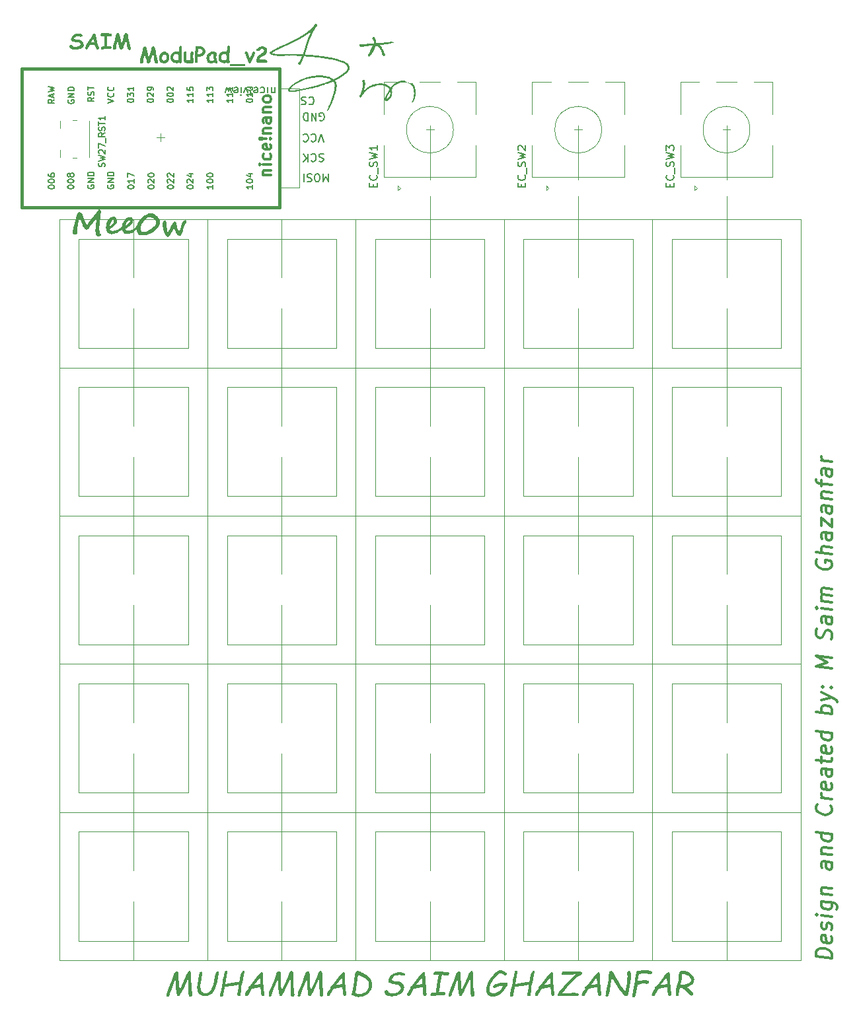
<source format=gto>
G04 #@! TF.GenerationSoftware,KiCad,Pcbnew,9.0.7*
G04 #@! TF.CreationDate,2026-02-15T13:27:24+05:00*
G04 #@! TF.ProjectId,ModuPad_v2,4d6f6475-5061-4645-9f76-322e6b696361,rev?*
G04 #@! TF.SameCoordinates,Original*
G04 #@! TF.FileFunction,Legend,Top*
G04 #@! TF.FilePolarity,Positive*
%FSLAX46Y46*%
G04 Gerber Fmt 4.6, Leading zero omitted, Abs format (unit mm)*
G04 Created by KiCad (PCBNEW 9.0.7) date 2026-02-15 13:27:24*
%MOMM*%
%LPD*%
G01*
G04 APERTURE LIST*
%ADD10C,0.100000*%
%ADD11C,0.200000*%
%ADD12C,0.600000*%
%ADD13C,0.375000*%
%ADD14C,0.150000*%
%ADD15C,0.300000*%
%ADD16C,0.120000*%
%ADD17C,0.381000*%
%ADD18C,0.000000*%
%ADD19C,1.752600*%
%ADD20C,2.000000*%
%ADD21C,0.750000*%
%ADD22R,1.000000X1.550000*%
%ADD23R,2.000000X2.000000*%
%ADD24C,3.200000*%
%ADD25C,1.000000*%
%ADD26R,1.200000X1.700000*%
%ADD27O,1.200000X1.700000*%
%ADD28C,1.750000*%
%ADD29C,3.987800*%
%ADD30C,3.300000*%
G04 APERTURE END LIST*
D10*
X55000000Y-132000000D02*
X150000000Y-132000000D01*
X55000000Y-94000000D02*
X150000000Y-94000000D01*
X83500000Y-75000000D02*
X83500000Y-170000000D01*
X131000000Y-170000000D02*
X131000000Y-75000000D01*
X112000000Y-170000000D02*
X112000000Y-75000000D01*
X68000000Y-64000000D02*
X68000000Y-65000000D01*
X55000000Y-113000000D02*
X150000000Y-113000000D01*
X67500000Y-64500000D02*
X68500000Y-64500000D01*
X55000000Y-75000000D02*
X150000000Y-75000000D01*
X150000000Y-170000000D01*
X55000000Y-170000000D01*
X55000000Y-75000000D01*
X55000000Y-151000000D02*
X150000000Y-151000000D01*
X140500000Y-170000000D02*
X140500000Y-63500000D01*
X74000000Y-170000000D02*
X74000000Y-75000000D01*
X121500000Y-170000000D02*
X121500000Y-63500000D01*
X93000000Y-170000000D02*
X93000000Y-75000000D01*
X102500000Y-170000000D02*
X102500000Y-63500000D01*
X64500000Y-170000000D02*
X64500000Y-75000000D01*
D11*
G36*
X57030111Y-53245973D02*
G01*
X56855223Y-53234854D01*
X56708785Y-53203748D01*
X56586187Y-53155128D01*
X56483618Y-53090146D01*
X56406472Y-53018734D01*
X56355102Y-52945965D01*
X56325438Y-52870659D01*
X56315579Y-52790826D01*
X56328953Y-52710228D01*
X56367480Y-52646723D01*
X56405495Y-52615492D01*
X56452437Y-52596281D01*
X56510973Y-52589448D01*
X56584960Y-52603278D01*
X56643843Y-52643892D01*
X56691346Y-52716577D01*
X56738880Y-52787094D01*
X56808893Y-52839192D01*
X56907347Y-52873533D01*
X57043789Y-52886448D01*
X57198336Y-52875230D01*
X57349519Y-52841586D01*
X57498813Y-52784842D01*
X57612747Y-52722027D01*
X57680791Y-52663799D01*
X57716059Y-52609229D01*
X57726936Y-52555743D01*
X57717154Y-52474131D01*
X57690199Y-52412176D01*
X57646976Y-52365072D01*
X57584787Y-52330673D01*
X57458359Y-52302629D01*
X57179099Y-52284633D01*
X57023267Y-52271780D01*
X56882725Y-52241823D01*
X56755460Y-52195729D01*
X56657568Y-52141630D01*
X56588132Y-52082652D01*
X56541702Y-52018790D01*
X56514910Y-51948790D01*
X56506821Y-51870275D01*
X56518458Y-51770077D01*
X56550437Y-51672583D01*
X56604304Y-51576084D01*
X56683060Y-51479296D01*
X56790997Y-51381423D01*
X56937289Y-51282695D01*
X57087729Y-51213915D01*
X57244079Y-51172943D01*
X57408565Y-51159162D01*
X57548737Y-51172732D01*
X57739148Y-51220223D01*
X57866534Y-51269172D01*
X57938469Y-51314305D01*
X57973453Y-51355617D01*
X57983757Y-51395345D01*
X57971578Y-51461463D01*
X57934542Y-51520153D01*
X57894737Y-51554021D01*
X57848526Y-51574220D01*
X57793859Y-51581214D01*
X57722167Y-51575539D01*
X57601884Y-51553859D01*
X57481424Y-51532208D01*
X57408565Y-51526503D01*
X57293132Y-51536531D01*
X57182001Y-51564697D01*
X57073831Y-51611500D01*
X56973815Y-51677415D01*
X56924580Y-51737965D01*
X56909944Y-51796392D01*
X56921927Y-51843073D01*
X56959769Y-51882121D01*
X57017093Y-51909091D01*
X57109368Y-51929382D01*
X57457780Y-51948555D01*
X57609590Y-51969595D01*
X57737864Y-52005991D01*
X57846114Y-52056150D01*
X57937229Y-52119403D01*
X58021128Y-52207986D01*
X58081074Y-52311031D01*
X58118218Y-52431415D01*
X58131280Y-52573328D01*
X58120543Y-52684089D01*
X58089192Y-52783760D01*
X58037134Y-52874784D01*
X57962466Y-52958816D01*
X57861625Y-53036585D01*
X57729623Y-53107854D01*
X57575522Y-53166889D01*
X57408634Y-53210064D01*
X57227406Y-53236771D01*
X57030111Y-53245973D01*
G37*
G36*
X59550407Y-51154412D02*
G01*
X59604691Y-51185871D01*
X59649055Y-51240267D01*
X59683565Y-51324881D01*
X59769661Y-51762320D01*
X59973237Y-52660645D01*
X60042847Y-52840530D01*
X60082121Y-52951856D01*
X60092062Y-53016385D01*
X60085383Y-53066501D01*
X60065840Y-53110008D01*
X60032588Y-53148642D01*
X59968796Y-53188000D01*
X59898133Y-53199078D01*
X59853525Y-53186909D01*
X59804164Y-53149205D01*
X59747148Y-53074236D01*
X59680879Y-52945188D01*
X59615265Y-52776790D01*
X59556559Y-52573817D01*
X59225976Y-52606057D01*
X59023008Y-52625089D01*
X58895272Y-52644159D01*
X58818715Y-52811498D01*
X58676674Y-53093565D01*
X58630271Y-53148848D01*
X58575692Y-53180476D01*
X58509979Y-53191263D01*
X58439035Y-53178635D01*
X58374668Y-53140094D01*
X58341113Y-53102608D01*
X58321361Y-53059790D01*
X58314584Y-53009790D01*
X58325652Y-52958525D01*
X58378979Y-52823225D01*
X58514009Y-52537791D01*
X58500162Y-52495747D01*
X58497644Y-52458656D01*
X58511310Y-52422733D01*
X58550669Y-52388770D01*
X58630146Y-52356318D01*
X58663752Y-52300265D01*
X59094696Y-52300265D01*
X59285938Y-52277062D01*
X59478646Y-52261186D01*
X59388398Y-51800544D01*
X59094696Y-52300265D01*
X58663752Y-52300265D01*
X58832078Y-52019506D01*
X59061967Y-51660593D01*
X59268052Y-51363178D01*
X59387855Y-51214731D01*
X59451600Y-51156172D01*
X59482798Y-51143531D01*
X59550407Y-51154412D01*
G37*
G36*
X61545429Y-51542135D02*
G01*
X61156106Y-51510872D01*
X61142332Y-51781620D01*
X61136933Y-52174968D01*
X61135589Y-52784842D01*
X61505861Y-52780690D01*
X61581366Y-52794623D01*
X61641782Y-52835523D01*
X61682272Y-52895865D01*
X61695760Y-52967170D01*
X61682257Y-53038265D01*
X61641782Y-53098084D01*
X61581425Y-53138414D01*
X61505861Y-53152184D01*
X61276395Y-53155603D01*
X61046807Y-53159023D01*
X60945571Y-53164023D01*
X60776308Y-53182958D01*
X60607045Y-53201894D01*
X60505809Y-53206894D01*
X60430294Y-53192989D01*
X60369888Y-53152184D01*
X60329430Y-53091857D01*
X60315910Y-53020048D01*
X60329416Y-52948030D01*
X60369888Y-52887180D01*
X60430353Y-52845804D01*
X60505809Y-52831737D01*
X60750296Y-52816106D01*
X60747609Y-52201224D01*
X60754617Y-51835381D01*
X60774965Y-51495240D01*
X60478454Y-51503056D01*
X60402611Y-51489467D01*
X60341189Y-51449567D01*
X60299817Y-51389737D01*
X60285868Y-51316332D01*
X60299809Y-51242202D01*
X60340457Y-51184563D01*
X60396236Y-51148116D01*
X60464776Y-51131074D01*
X60607263Y-51123461D01*
X60882920Y-51120083D01*
X61169302Y-51132216D01*
X61572784Y-51174794D01*
X61649031Y-51196473D01*
X61699204Y-51233698D01*
X61729680Y-51287099D01*
X61740823Y-51362494D01*
X61733042Y-51417113D01*
X61710598Y-51462149D01*
X61672557Y-51500003D01*
X61612856Y-51531566D01*
X61545429Y-51542135D01*
G37*
G36*
X62490648Y-52079225D02*
G01*
X62318579Y-52750160D01*
X62268021Y-53058883D01*
X62230303Y-53150940D01*
X62183779Y-53209315D01*
X62128639Y-53242487D01*
X62061758Y-53253789D01*
X62001892Y-53246245D01*
X61953102Y-53224789D01*
X61912770Y-53189309D01*
X61878106Y-53129742D01*
X61866364Y-53059127D01*
X61875408Y-52912249D01*
X61905282Y-52733606D01*
X61960642Y-52517641D01*
X62112316Y-51987145D01*
X62192916Y-51564972D01*
X62241853Y-51369550D01*
X62286438Y-51247585D01*
X62326029Y-51177725D01*
X62379505Y-51122899D01*
X62439012Y-51091560D01*
X62507135Y-51081004D01*
X62582181Y-51094771D01*
X62641936Y-51135100D01*
X62690195Y-51206912D01*
X62739335Y-51358051D01*
X62807676Y-51694420D01*
X62880454Y-52056870D01*
X62986584Y-52463907D01*
X63134106Y-52047508D01*
X63276256Y-51574253D01*
X63352826Y-51260523D01*
X63398974Y-51168712D01*
X63451759Y-51109990D01*
X63511464Y-51076625D01*
X63580949Y-51065373D01*
X63645714Y-51077515D01*
X63702919Y-51114512D01*
X63755240Y-51182289D01*
X63802233Y-51292397D01*
X63829572Y-51404319D01*
X63866468Y-51634459D01*
X63927182Y-52023117D01*
X63994115Y-52353826D01*
X64065893Y-52632923D01*
X64171453Y-53014724D01*
X64187526Y-53092588D01*
X64180398Y-53143481D01*
X64159397Y-53188032D01*
X64123290Y-53228021D01*
X64059164Y-53265037D01*
X63988101Y-53277236D01*
X63922540Y-53265503D01*
X63865104Y-53230068D01*
X63813090Y-53165991D01*
X63766695Y-53063157D01*
X63690247Y-52731109D01*
X63627162Y-52456233D01*
X63548098Y-52021706D01*
X63344521Y-52598119D01*
X63262578Y-52850055D01*
X63208546Y-52991659D01*
X63157431Y-53095153D01*
X63100754Y-53167769D01*
X63034531Y-53208691D01*
X62955198Y-53222526D01*
X62896574Y-53213631D01*
X62845444Y-53187280D01*
X62799581Y-53141329D01*
X62758461Y-53070484D01*
X62681891Y-52815861D01*
X62581786Y-52460119D01*
X62490648Y-52079225D01*
G37*
D12*
G36*
X60412220Y-73950642D02*
G01*
X60403977Y-73996803D01*
X60383461Y-74030509D01*
X60355800Y-74077587D01*
X60328140Y-74161484D01*
X60304509Y-74261868D01*
X60285092Y-74343750D01*
X60271903Y-74422519D01*
X60266774Y-74515575D01*
X60262561Y-74697841D01*
X60250287Y-74885054D01*
X60230870Y-75087836D01*
X60205225Y-75315898D01*
X60164192Y-75684460D01*
X60143675Y-76085629D01*
X60143675Y-76214590D01*
X60146789Y-76372126D01*
X60155033Y-76543035D01*
X60170420Y-76711929D01*
X60187822Y-76725301D01*
X60209255Y-76738490D01*
X60315867Y-76820556D01*
X60339992Y-76860181D01*
X60348656Y-76914712D01*
X60342384Y-76957607D01*
X60321912Y-77005936D01*
X60251203Y-77094963D01*
X60150819Y-77162557D01*
X60093440Y-77182689D01*
X60035048Y-77189302D01*
X59925109Y-77170397D01*
X59838311Y-77115662D01*
X59769977Y-77033223D01*
X59716311Y-76926435D01*
X59679554Y-76806436D01*
X59654945Y-76668515D01*
X59637543Y-76386964D01*
X59637543Y-76315340D01*
X59648717Y-76141500D01*
X59677477Y-75875519D01*
X59716311Y-75558248D01*
X59761557Y-75229619D01*
X59806620Y-74929933D01*
X59844539Y-74700589D01*
X59775846Y-74789616D01*
X59677477Y-74919492D01*
X59562805Y-75070983D01*
X59445935Y-75227421D01*
X59339323Y-75371769D01*
X59254326Y-75486257D01*
X59104666Y-75697100D01*
X58955190Y-75911973D01*
X58935589Y-75938534D01*
X58905914Y-75984696D01*
X58873124Y-76034705D01*
X58844364Y-76071524D01*
X58739974Y-76189046D01*
X58635309Y-76267271D01*
X58528742Y-76312958D01*
X58424507Y-76274477D01*
X58351421Y-76236938D01*
X58241878Y-76147728D01*
X58169155Y-76041849D01*
X58100462Y-75920765D01*
X58026823Y-75793454D01*
X57969303Y-75690689D01*
X57868920Y-75487356D01*
X57780809Y-75269736D01*
X57730434Y-75111650D01*
X57690500Y-74988368D01*
X57653681Y-74871315D01*
X57612831Y-74731730D01*
X57596345Y-74801339D01*
X57565570Y-74938726D01*
X57524537Y-75120992D01*
X57479474Y-75325973D01*
X57435327Y-75529855D01*
X57396493Y-75709190D01*
X57366817Y-75841264D01*
X57352529Y-75903729D01*
X57321406Y-76066222D01*
X57311496Y-76215139D01*
X57309481Y-76310577D01*
X57306367Y-76447780D01*
X57303253Y-76588098D01*
X57301238Y-76692512D01*
X57282737Y-76768349D01*
X57231629Y-76854445D01*
X57155792Y-76925153D01*
X57111143Y-76947603D01*
X57065666Y-76954829D01*
X56948796Y-76948784D01*
X56863799Y-76924237D01*
X56801151Y-76870931D01*
X56752058Y-76780989D01*
X56739785Y-76741055D01*
X56732641Y-76687016D01*
X56728428Y-76606233D01*
X56727512Y-76484417D01*
X56742899Y-76393375D01*
X56781734Y-76228695D01*
X56833941Y-76021149D01*
X56892376Y-75802247D01*
X56947697Y-75599830D01*
X56989829Y-75445408D01*
X57049180Y-75232550D01*
X57109630Y-75009617D01*
X57169164Y-74785769D01*
X57223386Y-74574010D01*
X57248115Y-74424717D01*
X57280722Y-74307114D01*
X57330914Y-74192625D01*
X57402721Y-74105614D01*
X57448352Y-74079616D01*
X57502189Y-74070809D01*
X57659332Y-74081144D01*
X57767437Y-74107629D01*
X57857973Y-74154833D01*
X57927355Y-74220835D01*
X57979858Y-74305202D01*
X58022609Y-74417756D01*
X58094417Y-74707550D01*
X58118963Y-74790165D01*
X58149738Y-74868750D01*
X58226435Y-75079204D01*
X58318815Y-75290069D01*
X58425557Y-75496818D01*
X58549441Y-75703328D01*
X58646528Y-75593968D01*
X58743981Y-75431303D01*
X58839235Y-75272850D01*
X58948961Y-75130518D01*
X59020586Y-75045704D01*
X59134342Y-74904471D01*
X59270629Y-74733745D01*
X59406001Y-74562836D01*
X59518658Y-74419771D01*
X59588267Y-74330744D01*
X59623255Y-74288796D01*
X59653846Y-74253075D01*
X59727669Y-74152875D01*
X59835197Y-74009626D01*
X59943824Y-73865462D01*
X60020760Y-73762147D01*
X60059095Y-73731187D01*
X60129387Y-73719099D01*
X60172446Y-73725185D01*
X60221528Y-73745111D01*
X60312752Y-73808675D01*
X60382545Y-73887993D01*
X60404119Y-73929254D01*
X60410205Y-73960900D01*
X60412220Y-73950642D01*
G37*
G36*
X62013947Y-74655131D02*
G01*
X62109952Y-74683370D01*
X62196007Y-74729388D01*
X62267672Y-74790348D01*
X62325327Y-74865362D01*
X62369155Y-74955945D01*
X62395753Y-75056196D01*
X62405059Y-75171734D01*
X62394616Y-75260738D01*
X62358897Y-75374516D01*
X62301231Y-75490948D01*
X62206306Y-75631521D01*
X62088269Y-75771157D01*
X61926404Y-75930840D01*
X61740523Y-76086457D01*
X61499223Y-76259836D01*
X61532013Y-76330361D01*
X61588433Y-76400703D01*
X61630846Y-76429297D01*
X61689733Y-76453825D01*
X61758583Y-76468452D01*
X61857894Y-76474159D01*
X61988990Y-76465407D01*
X62136514Y-76437522D01*
X62439863Y-76339520D01*
X62740099Y-76199935D01*
X63009560Y-76039834D01*
X63053524Y-76014371D01*
X63097670Y-76005212D01*
X63140298Y-76010615D01*
X63163250Y-76023714D01*
X63175891Y-76048799D01*
X63181751Y-76107794D01*
X63171493Y-76150842D01*
X63146946Y-76208178D01*
X63116172Y-76261484D01*
X63087595Y-76296289D01*
X63089610Y-76296289D01*
X62929694Y-76416839D01*
X62758600Y-76530579D01*
X62581857Y-76633662D01*
X62407257Y-76721271D01*
X62230352Y-76794564D01*
X62059760Y-76849316D01*
X61890331Y-76884946D01*
X61736994Y-76896210D01*
X61566505Y-76883295D01*
X61421371Y-76846751D01*
X61292435Y-76782671D01*
X61185799Y-76690863D01*
X61102690Y-76572875D01*
X61039253Y-76419204D01*
X61002557Y-76245283D01*
X60989061Y-76024813D01*
X60995065Y-75903363D01*
X61460389Y-75903363D01*
X61668300Y-75724028D01*
X61842506Y-75547623D01*
X61911275Y-75459226D01*
X61962491Y-75375249D01*
X61996841Y-75289023D01*
X62007554Y-75210019D01*
X61999488Y-75139421D01*
X61979893Y-75099926D01*
X61945165Y-75076514D01*
X61884638Y-75067320D01*
X61840858Y-75076648D01*
X61791399Y-75108169D01*
X61695961Y-75215148D01*
X61605835Y-75369204D01*
X61531097Y-75549638D01*
X61479806Y-75734103D01*
X61460389Y-75903363D01*
X60995065Y-75903363D01*
X60999000Y-75823780D01*
X61027896Y-75638665D01*
X61074478Y-75461612D01*
X61133408Y-75303075D01*
X61206933Y-75155489D01*
X61290212Y-75027386D01*
X61384957Y-74912912D01*
X61481821Y-74820757D01*
X61586586Y-74745003D01*
X61691931Y-74690697D01*
X61800827Y-74656236D01*
X61902957Y-74645268D01*
X62013947Y-74655131D01*
G37*
G36*
X64163856Y-74701475D02*
G01*
X64244391Y-74728066D01*
X64316203Y-74769421D01*
X64374633Y-74819474D01*
X64421848Y-74878553D01*
X64456516Y-74944588D01*
X64478279Y-75014763D01*
X64485275Y-75081974D01*
X64467954Y-75237311D01*
X64416582Y-75380561D01*
X64335990Y-75513811D01*
X64224973Y-75645259D01*
X64093013Y-75767256D01*
X63928951Y-75892555D01*
X63546833Y-76140767D01*
X63514959Y-76159269D01*
X63493527Y-76177770D01*
X63514043Y-76266064D01*
X63571379Y-76354174D01*
X63614754Y-76391213D01*
X63670847Y-76423051D01*
X63735027Y-76443381D01*
X63815195Y-76450711D01*
X63944031Y-76441847D01*
X64075497Y-76414808D01*
X64204718Y-76371290D01*
X64333600Y-76311127D01*
X64458099Y-76236914D01*
X64581629Y-76146995D01*
X64698763Y-76044983D01*
X64811156Y-75929375D01*
X64892123Y-75861598D01*
X64966861Y-75841081D01*
X64998987Y-75848043D01*
X65027311Y-75869658D01*
X65045315Y-75905322D01*
X65052957Y-75973888D01*
X65039599Y-76050122D01*
X64993422Y-76145530D01*
X64926423Y-76240295D01*
X64833688Y-76345748D01*
X64718226Y-76453733D01*
X64590788Y-76555125D01*
X64455603Y-76645876D01*
X64316198Y-76722737D01*
X64171887Y-76785724D01*
X64026221Y-76833012D01*
X63879170Y-76863046D01*
X63739357Y-76872763D01*
X63573325Y-76858613D01*
X63432894Y-76818541D01*
X63308644Y-76751234D01*
X63205565Y-76658806D01*
X63124732Y-76542888D01*
X63063049Y-76395757D01*
X63026916Y-76231262D01*
X63013956Y-76033239D01*
X63032725Y-75833387D01*
X63473011Y-75833387D01*
X63702355Y-75658815D01*
X63887918Y-75502561D01*
X63960332Y-75424505D01*
X64012848Y-75350703D01*
X64047556Y-75271813D01*
X64059010Y-75188403D01*
X64046737Y-75133998D01*
X64019077Y-75100109D01*
X63988302Y-75082524D01*
X63966870Y-75077395D01*
X63879601Y-75094524D01*
X63796693Y-75148286D01*
X63724568Y-75227061D01*
X63657292Y-75330186D01*
X63600470Y-75445005D01*
X63549764Y-75574551D01*
X63473011Y-75833387D01*
X63032725Y-75833387D01*
X63037404Y-75783562D01*
X63106097Y-75530771D01*
X63156835Y-75407007D01*
X63218937Y-75286955D01*
X63372627Y-75064755D01*
X63498656Y-74932864D01*
X63655277Y-74813063D01*
X63744890Y-74765040D01*
X63844870Y-74726051D01*
X63951280Y-74700854D01*
X64069269Y-74692163D01*
X64163856Y-74701475D01*
G37*
G36*
X66821004Y-74229789D02*
G01*
X66930024Y-74250144D01*
X67148377Y-74322135D01*
X67326796Y-74417023D01*
X67487630Y-74527299D01*
X67610546Y-74628232D01*
X67677224Y-74695094D01*
X67765321Y-74832825D01*
X67828715Y-74998077D01*
X67864991Y-75180165D01*
X67877991Y-75397964D01*
X67859333Y-75571790D01*
X67801125Y-75753911D01*
X67697740Y-75948060D01*
X67606993Y-76075319D01*
X67497889Y-76203782D01*
X67376755Y-76325896D01*
X67240701Y-76444849D01*
X66958784Y-76648914D01*
X66654518Y-76819823D01*
X66501219Y-76887906D01*
X66359412Y-76939441D01*
X66218817Y-76978529D01*
X66088852Y-77003189D01*
X65820307Y-77037260D01*
X65625767Y-77048618D01*
X65452840Y-77031705D01*
X65308129Y-76983771D01*
X65181337Y-76906650D01*
X65078602Y-76807550D01*
X64998257Y-76688265D01*
X64939200Y-76548897D01*
X64904073Y-76398277D01*
X64892123Y-76236571D01*
X64898501Y-76134173D01*
X65429030Y-76134173D01*
X65436174Y-76249944D01*
X65457606Y-76361502D01*
X65490396Y-76452360D01*
X65533627Y-76508047D01*
X65638041Y-76560770D01*
X65749352Y-76592387D01*
X65869583Y-76603119D01*
X65967517Y-76594603D01*
X66080608Y-76567032D01*
X66314349Y-76473975D01*
X66545891Y-76347946D01*
X66750872Y-76214773D01*
X66862430Y-76131058D01*
X66997801Y-76016386D01*
X67138119Y-75881015D01*
X67263232Y-75736484D01*
X67353358Y-75591770D01*
X67380002Y-75520747D01*
X67388162Y-75458597D01*
X67377904Y-75340811D01*
X67351160Y-75207637D01*
X67316355Y-75088752D01*
X67279535Y-75014380D01*
X67227145Y-74951549D01*
X67159551Y-74878093D01*
X67087927Y-74805736D01*
X67021249Y-74745835D01*
X66959069Y-74775009D01*
X66869757Y-74785952D01*
X66827625Y-74771847D01*
X66774319Y-74739241D01*
X66721013Y-74706634D01*
X66681079Y-74692529D01*
X66503759Y-74708100D01*
X66358312Y-74756643D01*
X66221109Y-74843288D01*
X66068335Y-74971332D01*
X65897480Y-75137867D01*
X65744670Y-75321362D01*
X65609281Y-75522894D01*
X65507727Y-75725625D01*
X65448570Y-75928336D01*
X65429030Y-76134173D01*
X64898501Y-76134173D01*
X64902643Y-76067675D01*
X64935808Y-75881655D01*
X64994521Y-75676034D01*
X65114506Y-75390819D01*
X65277355Y-75113482D01*
X65367481Y-74988347D01*
X65462735Y-74876444D01*
X65666800Y-74684836D01*
X65912630Y-74509713D01*
X66179160Y-74361336D01*
X66322301Y-74299087D01*
X66452651Y-74257288D01*
X66584064Y-74231743D01*
X66718082Y-74223217D01*
X66821004Y-74229789D01*
G37*
G36*
X71285912Y-75376348D02*
G01*
X71187543Y-75535350D01*
X71107493Y-75697283D01*
X71035868Y-75869474D01*
X70964061Y-76061266D01*
X70901596Y-76250860D01*
X70830887Y-76470312D01*
X70754134Y-76690680D01*
X70672069Y-76883387D01*
X70585973Y-77019675D01*
X70539225Y-77060402D01*
X70496946Y-77072065D01*
X70373006Y-77061790D01*
X70272365Y-77033230D01*
X70183880Y-76983269D01*
X70105486Y-76908483D01*
X70017192Y-76788866D01*
X69949598Y-76669248D01*
X69892262Y-76540471D01*
X69830896Y-76393009D01*
X69750846Y-76194806D01*
X69697723Y-75990191D01*
X69633975Y-76130875D01*
X69554108Y-76303066D01*
X69471127Y-76475441D01*
X69398403Y-76617957D01*
X69246728Y-76893096D01*
X69121798Y-77089834D01*
X69015186Y-77207803D01*
X68964712Y-77238642D01*
X68918832Y-77247920D01*
X68829873Y-77226988D01*
X68737482Y-77157428D01*
X68656670Y-77056836D01*
X68576648Y-76918925D01*
X68507736Y-76764664D01*
X68442376Y-76582602D01*
X68338878Y-76201034D01*
X68272199Y-75825694D01*
X68248752Y-75505858D01*
X68255896Y-75392651D01*
X68281542Y-75312418D01*
X68341992Y-75232367D01*
X68390169Y-75181992D01*
X68446406Y-75152133D01*
X68533600Y-75137662D01*
X68582513Y-75143527D01*
X68623726Y-75160376D01*
X68688389Y-75216980D01*
X68727224Y-75292084D01*
X68740596Y-75368288D01*
X68740596Y-75495050D01*
X68742611Y-75612470D01*
X68746824Y-75746376D01*
X68755068Y-75924612D01*
X68767341Y-76036720D01*
X68793902Y-76188211D01*
X68829806Y-76350877D01*
X68869740Y-76500354D01*
X68910772Y-76609530D01*
X68932997Y-76644016D01*
X68947775Y-76651662D01*
X68972322Y-76602386D01*
X69037901Y-76472144D01*
X69131140Y-76287679D01*
X69239584Y-76075188D01*
X69353340Y-75860865D01*
X69457937Y-75673103D01*
X69520403Y-75560263D01*
X69583967Y-75450537D01*
X69659804Y-75342826D01*
X69763302Y-75240244D01*
X69884202Y-75270835D01*
X69968100Y-75334399D01*
X69995210Y-75381033D01*
X70005102Y-75446873D01*
X70005102Y-75466290D01*
X70004003Y-75475450D01*
X70003087Y-75486807D01*
X70003087Y-75512269D01*
X70020490Y-75665776D01*
X70067568Y-75852988D01*
X70136261Y-76054488D01*
X70217227Y-76249760D01*
X70302224Y-76419570D01*
X70382274Y-76543218D01*
X70486688Y-76217154D01*
X70578829Y-75902447D01*
X70697714Y-75583527D01*
X70776071Y-75421496D01*
X70880163Y-75243175D01*
X70928157Y-75189869D01*
X70998866Y-75136563D01*
X71081847Y-75095530D01*
X71167027Y-75079043D01*
X71236636Y-75094431D01*
X71283714Y-75135464D01*
X71311374Y-75192983D01*
X71320717Y-75257463D01*
X71311374Y-75321027D01*
X71285912Y-75376348D01*
G37*
D13*
X153985738Y-169714289D02*
X151985738Y-169464289D01*
X151985738Y-169464289D02*
X151985738Y-168988098D01*
X151985738Y-168988098D02*
X152080976Y-168714289D01*
X152080976Y-168714289D02*
X152271452Y-168547622D01*
X152271452Y-168547622D02*
X152461928Y-168476194D01*
X152461928Y-168476194D02*
X152842880Y-168428575D01*
X152842880Y-168428575D02*
X153128595Y-168464289D01*
X153128595Y-168464289D02*
X153509547Y-168607146D01*
X153509547Y-168607146D02*
X153700023Y-168726194D01*
X153700023Y-168726194D02*
X153890500Y-168940479D01*
X153890500Y-168940479D02*
X153985738Y-169238098D01*
X153985738Y-169238098D02*
X153985738Y-169714289D01*
X153890500Y-166940479D02*
X153985738Y-167142860D01*
X153985738Y-167142860D02*
X153985738Y-167523813D01*
X153985738Y-167523813D02*
X153890500Y-167702384D01*
X153890500Y-167702384D02*
X153700023Y-167773813D01*
X153700023Y-167773813D02*
X152938119Y-167678575D01*
X152938119Y-167678575D02*
X152747642Y-167559527D01*
X152747642Y-167559527D02*
X152652404Y-167357146D01*
X152652404Y-167357146D02*
X152652404Y-166976194D01*
X152652404Y-166976194D02*
X152747642Y-166797622D01*
X152747642Y-166797622D02*
X152938119Y-166726194D01*
X152938119Y-166726194D02*
X153128595Y-166750003D01*
X153128595Y-166750003D02*
X153319071Y-167726194D01*
X153890500Y-166083336D02*
X153985738Y-165904765D01*
X153985738Y-165904765D02*
X153985738Y-165523812D01*
X153985738Y-165523812D02*
X153890500Y-165321431D01*
X153890500Y-165321431D02*
X153700023Y-165202384D01*
X153700023Y-165202384D02*
X153604785Y-165190479D01*
X153604785Y-165190479D02*
X153414309Y-165261908D01*
X153414309Y-165261908D02*
X153319071Y-165440479D01*
X153319071Y-165440479D02*
X153319071Y-165726193D01*
X153319071Y-165726193D02*
X153223833Y-165904765D01*
X153223833Y-165904765D02*
X153033357Y-165976193D01*
X153033357Y-165976193D02*
X152938119Y-165964289D01*
X152938119Y-165964289D02*
X152747642Y-165845241D01*
X152747642Y-165845241D02*
X152652404Y-165642860D01*
X152652404Y-165642860D02*
X152652404Y-165357146D01*
X152652404Y-165357146D02*
X152747642Y-165178574D01*
X153985738Y-164380955D02*
X152652404Y-164214288D01*
X151985738Y-164130955D02*
X152080976Y-164238098D01*
X152080976Y-164238098D02*
X152176214Y-164154764D01*
X152176214Y-164154764D02*
X152080976Y-164047621D01*
X152080976Y-164047621D02*
X151985738Y-164130955D01*
X151985738Y-164130955D02*
X152176214Y-164154764D01*
X152652404Y-162404764D02*
X154271452Y-162607145D01*
X154271452Y-162607145D02*
X154461928Y-162726193D01*
X154461928Y-162726193D02*
X154557166Y-162833336D01*
X154557166Y-162833336D02*
X154652404Y-163035717D01*
X154652404Y-163035717D02*
X154652404Y-163321431D01*
X154652404Y-163321431D02*
X154557166Y-163500002D01*
X153890500Y-162559526D02*
X153985738Y-162761907D01*
X153985738Y-162761907D02*
X153985738Y-163142860D01*
X153985738Y-163142860D02*
X153890500Y-163321431D01*
X153890500Y-163321431D02*
X153795261Y-163404764D01*
X153795261Y-163404764D02*
X153604785Y-163476193D01*
X153604785Y-163476193D02*
X153033357Y-163404764D01*
X153033357Y-163404764D02*
X152842880Y-163285717D01*
X152842880Y-163285717D02*
X152747642Y-163178574D01*
X152747642Y-163178574D02*
X152652404Y-162976193D01*
X152652404Y-162976193D02*
X152652404Y-162595240D01*
X152652404Y-162595240D02*
X152747642Y-162416669D01*
X152652404Y-161452383D02*
X153985738Y-161619050D01*
X152842880Y-161476193D02*
X152747642Y-161369050D01*
X152747642Y-161369050D02*
X152652404Y-161166669D01*
X152652404Y-161166669D02*
X152652404Y-160880955D01*
X152652404Y-160880955D02*
X152747642Y-160702383D01*
X152747642Y-160702383D02*
X152938119Y-160630955D01*
X152938119Y-160630955D02*
X153985738Y-160761907D01*
X153985738Y-157428573D02*
X152938119Y-157297621D01*
X152938119Y-157297621D02*
X152747642Y-157369049D01*
X152747642Y-157369049D02*
X152652404Y-157547621D01*
X152652404Y-157547621D02*
X152652404Y-157928573D01*
X152652404Y-157928573D02*
X152747642Y-158130954D01*
X153890500Y-157416668D02*
X153985738Y-157619049D01*
X153985738Y-157619049D02*
X153985738Y-158095240D01*
X153985738Y-158095240D02*
X153890500Y-158273811D01*
X153890500Y-158273811D02*
X153700023Y-158345240D01*
X153700023Y-158345240D02*
X153509547Y-158321430D01*
X153509547Y-158321430D02*
X153319071Y-158202382D01*
X153319071Y-158202382D02*
X153223833Y-158000002D01*
X153223833Y-158000002D02*
X153223833Y-157523811D01*
X153223833Y-157523811D02*
X153128595Y-157321430D01*
X152652404Y-156309525D02*
X153985738Y-156476192D01*
X152842880Y-156333335D02*
X152747642Y-156226192D01*
X152747642Y-156226192D02*
X152652404Y-156023811D01*
X152652404Y-156023811D02*
X152652404Y-155738097D01*
X152652404Y-155738097D02*
X152747642Y-155559525D01*
X152747642Y-155559525D02*
X152938119Y-155488097D01*
X152938119Y-155488097D02*
X153985738Y-155619049D01*
X153985738Y-153809525D02*
X151985738Y-153559525D01*
X153890500Y-153797620D02*
X153985738Y-154000001D01*
X153985738Y-154000001D02*
X153985738Y-154380954D01*
X153985738Y-154380954D02*
X153890500Y-154559525D01*
X153890500Y-154559525D02*
X153795261Y-154642858D01*
X153795261Y-154642858D02*
X153604785Y-154714287D01*
X153604785Y-154714287D02*
X153033357Y-154642858D01*
X153033357Y-154642858D02*
X152842880Y-154523811D01*
X152842880Y-154523811D02*
X152747642Y-154416668D01*
X152747642Y-154416668D02*
X152652404Y-154214287D01*
X152652404Y-154214287D02*
X152652404Y-153833334D01*
X152652404Y-153833334D02*
X152747642Y-153654763D01*
X153795261Y-150166667D02*
X153890500Y-150273810D01*
X153890500Y-150273810D02*
X153985738Y-150571429D01*
X153985738Y-150571429D02*
X153985738Y-150761905D01*
X153985738Y-150761905D02*
X153890500Y-151035715D01*
X153890500Y-151035715D02*
X153700023Y-151202381D01*
X153700023Y-151202381D02*
X153509547Y-151273810D01*
X153509547Y-151273810D02*
X153128595Y-151321429D01*
X153128595Y-151321429D02*
X152842880Y-151285715D01*
X152842880Y-151285715D02*
X152461928Y-151142858D01*
X152461928Y-151142858D02*
X152271452Y-151023810D01*
X152271452Y-151023810D02*
X152080976Y-150809524D01*
X152080976Y-150809524D02*
X151985738Y-150511905D01*
X151985738Y-150511905D02*
X151985738Y-150321429D01*
X151985738Y-150321429D02*
X152080976Y-150047620D01*
X152080976Y-150047620D02*
X152176214Y-149964286D01*
X153985738Y-149333334D02*
X152652404Y-149166667D01*
X153033357Y-149214286D02*
X152842880Y-149095239D01*
X152842880Y-149095239D02*
X152747642Y-148988096D01*
X152747642Y-148988096D02*
X152652404Y-148785715D01*
X152652404Y-148785715D02*
X152652404Y-148595239D01*
X153890500Y-147321429D02*
X153985738Y-147523810D01*
X153985738Y-147523810D02*
X153985738Y-147904763D01*
X153985738Y-147904763D02*
X153890500Y-148083334D01*
X153890500Y-148083334D02*
X153700023Y-148154763D01*
X153700023Y-148154763D02*
X152938119Y-148059525D01*
X152938119Y-148059525D02*
X152747642Y-147940477D01*
X152747642Y-147940477D02*
X152652404Y-147738096D01*
X152652404Y-147738096D02*
X152652404Y-147357144D01*
X152652404Y-147357144D02*
X152747642Y-147178572D01*
X152747642Y-147178572D02*
X152938119Y-147107144D01*
X152938119Y-147107144D02*
X153128595Y-147130953D01*
X153128595Y-147130953D02*
X153319071Y-148107144D01*
X153985738Y-145523810D02*
X152938119Y-145392858D01*
X152938119Y-145392858D02*
X152747642Y-145464286D01*
X152747642Y-145464286D02*
X152652404Y-145642858D01*
X152652404Y-145642858D02*
X152652404Y-146023810D01*
X152652404Y-146023810D02*
X152747642Y-146226191D01*
X153890500Y-145511905D02*
X153985738Y-145714286D01*
X153985738Y-145714286D02*
X153985738Y-146190477D01*
X153985738Y-146190477D02*
X153890500Y-146369048D01*
X153890500Y-146369048D02*
X153700023Y-146440477D01*
X153700023Y-146440477D02*
X153509547Y-146416667D01*
X153509547Y-146416667D02*
X153319071Y-146297619D01*
X153319071Y-146297619D02*
X153223833Y-146095239D01*
X153223833Y-146095239D02*
X153223833Y-145619048D01*
X153223833Y-145619048D02*
X153128595Y-145416667D01*
X152652404Y-144690476D02*
X152652404Y-143928572D01*
X151985738Y-144321429D02*
X153700023Y-144535715D01*
X153700023Y-144535715D02*
X153890500Y-144464286D01*
X153890500Y-144464286D02*
X153985738Y-144285715D01*
X153985738Y-144285715D02*
X153985738Y-144095238D01*
X153890500Y-142654762D02*
X153985738Y-142857143D01*
X153985738Y-142857143D02*
X153985738Y-143238096D01*
X153985738Y-143238096D02*
X153890500Y-143416667D01*
X153890500Y-143416667D02*
X153700023Y-143488096D01*
X153700023Y-143488096D02*
X152938119Y-143392858D01*
X152938119Y-143392858D02*
X152747642Y-143273810D01*
X152747642Y-143273810D02*
X152652404Y-143071429D01*
X152652404Y-143071429D02*
X152652404Y-142690477D01*
X152652404Y-142690477D02*
X152747642Y-142511905D01*
X152747642Y-142511905D02*
X152938119Y-142440477D01*
X152938119Y-142440477D02*
X153128595Y-142464286D01*
X153128595Y-142464286D02*
X153319071Y-143440477D01*
X153985738Y-140857143D02*
X151985738Y-140607143D01*
X153890500Y-140845238D02*
X153985738Y-141047619D01*
X153985738Y-141047619D02*
X153985738Y-141428572D01*
X153985738Y-141428572D02*
X153890500Y-141607143D01*
X153890500Y-141607143D02*
X153795261Y-141690476D01*
X153795261Y-141690476D02*
X153604785Y-141761905D01*
X153604785Y-141761905D02*
X153033357Y-141690476D01*
X153033357Y-141690476D02*
X152842880Y-141571429D01*
X152842880Y-141571429D02*
X152747642Y-141464286D01*
X152747642Y-141464286D02*
X152652404Y-141261905D01*
X152652404Y-141261905D02*
X152652404Y-140880952D01*
X152652404Y-140880952D02*
X152747642Y-140702381D01*
X153985738Y-138380952D02*
X151985738Y-138130952D01*
X152747642Y-138226190D02*
X152652404Y-138023809D01*
X152652404Y-138023809D02*
X152652404Y-137642857D01*
X152652404Y-137642857D02*
X152747642Y-137464285D01*
X152747642Y-137464285D02*
X152842880Y-137380952D01*
X152842880Y-137380952D02*
X153033357Y-137309523D01*
X153033357Y-137309523D02*
X153604785Y-137380952D01*
X153604785Y-137380952D02*
X153795261Y-137499999D01*
X153795261Y-137499999D02*
X153890500Y-137607142D01*
X153890500Y-137607142D02*
X153985738Y-137809523D01*
X153985738Y-137809523D02*
X153985738Y-138190476D01*
X153985738Y-138190476D02*
X153890500Y-138369047D01*
X152652404Y-136595237D02*
X153985738Y-136285714D01*
X152652404Y-135642856D02*
X153985738Y-136285714D01*
X153985738Y-136285714D02*
X154461928Y-136535714D01*
X154461928Y-136535714D02*
X154557166Y-136642856D01*
X154557166Y-136642856D02*
X154652404Y-136845237D01*
X153795261Y-135023808D02*
X153890500Y-134940475D01*
X153890500Y-134940475D02*
X153985738Y-135047618D01*
X153985738Y-135047618D02*
X153890500Y-135130951D01*
X153890500Y-135130951D02*
X153795261Y-135023808D01*
X153795261Y-135023808D02*
X153985738Y-135047618D01*
X152747642Y-134892856D02*
X152842880Y-134809523D01*
X152842880Y-134809523D02*
X152938119Y-134916665D01*
X152938119Y-134916665D02*
X152842880Y-134999999D01*
X152842880Y-134999999D02*
X152747642Y-134892856D01*
X152747642Y-134892856D02*
X152938119Y-134916665D01*
X153985738Y-132571427D02*
X151985738Y-132321427D01*
X151985738Y-132321427D02*
X153414309Y-131833332D01*
X153414309Y-131833332D02*
X151985738Y-130988093D01*
X151985738Y-130988093D02*
X153985738Y-131238093D01*
X153890500Y-128845236D02*
X153985738Y-128571427D01*
X153985738Y-128571427D02*
X153985738Y-128095236D01*
X153985738Y-128095236D02*
X153890500Y-127892855D01*
X153890500Y-127892855D02*
X153795261Y-127785712D01*
X153795261Y-127785712D02*
X153604785Y-127666665D01*
X153604785Y-127666665D02*
X153414309Y-127642855D01*
X153414309Y-127642855D02*
X153223833Y-127714284D01*
X153223833Y-127714284D02*
X153128595Y-127797617D01*
X153128595Y-127797617D02*
X153033357Y-127976189D01*
X153033357Y-127976189D02*
X152938119Y-128345236D01*
X152938119Y-128345236D02*
X152842880Y-128523808D01*
X152842880Y-128523808D02*
X152747642Y-128607141D01*
X152747642Y-128607141D02*
X152557166Y-128678569D01*
X152557166Y-128678569D02*
X152366690Y-128654760D01*
X152366690Y-128654760D02*
X152176214Y-128535712D01*
X152176214Y-128535712D02*
X152080976Y-128428569D01*
X152080976Y-128428569D02*
X151985738Y-128226189D01*
X151985738Y-128226189D02*
X151985738Y-127749998D01*
X151985738Y-127749998D02*
X152080976Y-127476189D01*
X153985738Y-125999998D02*
X152938119Y-125869046D01*
X152938119Y-125869046D02*
X152747642Y-125940474D01*
X152747642Y-125940474D02*
X152652404Y-126119046D01*
X152652404Y-126119046D02*
X152652404Y-126499998D01*
X152652404Y-126499998D02*
X152747642Y-126702379D01*
X153890500Y-125988093D02*
X153985738Y-126190474D01*
X153985738Y-126190474D02*
X153985738Y-126666665D01*
X153985738Y-126666665D02*
X153890500Y-126845236D01*
X153890500Y-126845236D02*
X153700023Y-126916665D01*
X153700023Y-126916665D02*
X153509547Y-126892855D01*
X153509547Y-126892855D02*
X153319071Y-126773807D01*
X153319071Y-126773807D02*
X153223833Y-126571427D01*
X153223833Y-126571427D02*
X153223833Y-126095236D01*
X153223833Y-126095236D02*
X153128595Y-125892855D01*
X153985738Y-125047617D02*
X152652404Y-124880950D01*
X151985738Y-124797617D02*
X152080976Y-124904760D01*
X152080976Y-124904760D02*
X152176214Y-124821426D01*
X152176214Y-124821426D02*
X152080976Y-124714283D01*
X152080976Y-124714283D02*
X151985738Y-124797617D01*
X151985738Y-124797617D02*
X152176214Y-124821426D01*
X153985738Y-124095236D02*
X152652404Y-123928569D01*
X152842880Y-123952379D02*
X152747642Y-123845236D01*
X152747642Y-123845236D02*
X152652404Y-123642855D01*
X152652404Y-123642855D02*
X152652404Y-123357141D01*
X152652404Y-123357141D02*
X152747642Y-123178569D01*
X152747642Y-123178569D02*
X152938119Y-123107141D01*
X152938119Y-123107141D02*
X153985738Y-123238093D01*
X152938119Y-123107141D02*
X152747642Y-122988093D01*
X152747642Y-122988093D02*
X152652404Y-122785712D01*
X152652404Y-122785712D02*
X152652404Y-122499998D01*
X152652404Y-122499998D02*
X152747642Y-122321426D01*
X152747642Y-122321426D02*
X152938119Y-122249998D01*
X152938119Y-122249998D02*
X153985738Y-122380950D01*
X152080976Y-118619045D02*
X151985738Y-118797616D01*
X151985738Y-118797616D02*
X151985738Y-119083330D01*
X151985738Y-119083330D02*
X152080976Y-119380949D01*
X152080976Y-119380949D02*
X152271452Y-119595235D01*
X152271452Y-119595235D02*
X152461928Y-119714283D01*
X152461928Y-119714283D02*
X152842880Y-119857140D01*
X152842880Y-119857140D02*
X153128595Y-119892854D01*
X153128595Y-119892854D02*
X153509547Y-119845235D01*
X153509547Y-119845235D02*
X153700023Y-119773806D01*
X153700023Y-119773806D02*
X153890500Y-119607140D01*
X153890500Y-119607140D02*
X153985738Y-119333330D01*
X153985738Y-119333330D02*
X153985738Y-119142854D01*
X153985738Y-119142854D02*
X153890500Y-118845235D01*
X153890500Y-118845235D02*
X153795261Y-118738092D01*
X153795261Y-118738092D02*
X153128595Y-118654759D01*
X153128595Y-118654759D02*
X153128595Y-119035711D01*
X153985738Y-117904759D02*
X151985738Y-117654759D01*
X153985738Y-117047616D02*
X152938119Y-116916664D01*
X152938119Y-116916664D02*
X152747642Y-116988092D01*
X152747642Y-116988092D02*
X152652404Y-117166664D01*
X152652404Y-117166664D02*
X152652404Y-117452378D01*
X152652404Y-117452378D02*
X152747642Y-117654759D01*
X152747642Y-117654759D02*
X152842880Y-117761902D01*
X153985738Y-115238092D02*
X152938119Y-115107140D01*
X152938119Y-115107140D02*
X152747642Y-115178568D01*
X152747642Y-115178568D02*
X152652404Y-115357140D01*
X152652404Y-115357140D02*
X152652404Y-115738092D01*
X152652404Y-115738092D02*
X152747642Y-115940473D01*
X153890500Y-115226187D02*
X153985738Y-115428568D01*
X153985738Y-115428568D02*
X153985738Y-115904759D01*
X153985738Y-115904759D02*
X153890500Y-116083330D01*
X153890500Y-116083330D02*
X153700023Y-116154759D01*
X153700023Y-116154759D02*
X153509547Y-116130949D01*
X153509547Y-116130949D02*
X153319071Y-116011901D01*
X153319071Y-116011901D02*
X153223833Y-115809521D01*
X153223833Y-115809521D02*
X153223833Y-115333330D01*
X153223833Y-115333330D02*
X153128595Y-115130949D01*
X152652404Y-114309520D02*
X152652404Y-113261901D01*
X152652404Y-113261901D02*
X153985738Y-114476187D01*
X153985738Y-114476187D02*
X153985738Y-113428568D01*
X153985738Y-111809520D02*
X152938119Y-111678568D01*
X152938119Y-111678568D02*
X152747642Y-111749996D01*
X152747642Y-111749996D02*
X152652404Y-111928568D01*
X152652404Y-111928568D02*
X152652404Y-112309520D01*
X152652404Y-112309520D02*
X152747642Y-112511901D01*
X153890500Y-111797615D02*
X153985738Y-111999996D01*
X153985738Y-111999996D02*
X153985738Y-112476187D01*
X153985738Y-112476187D02*
X153890500Y-112654758D01*
X153890500Y-112654758D02*
X153700023Y-112726187D01*
X153700023Y-112726187D02*
X153509547Y-112702377D01*
X153509547Y-112702377D02*
X153319071Y-112583329D01*
X153319071Y-112583329D02*
X153223833Y-112380949D01*
X153223833Y-112380949D02*
X153223833Y-111904758D01*
X153223833Y-111904758D02*
X153128595Y-111702377D01*
X152652404Y-110690472D02*
X153985738Y-110857139D01*
X152842880Y-110714282D02*
X152747642Y-110607139D01*
X152747642Y-110607139D02*
X152652404Y-110404758D01*
X152652404Y-110404758D02*
X152652404Y-110119044D01*
X152652404Y-110119044D02*
X152747642Y-109940472D01*
X152747642Y-109940472D02*
X152938119Y-109869044D01*
X152938119Y-109869044D02*
X153985738Y-109999996D01*
X152652404Y-109166662D02*
X152652404Y-108404758D01*
X153985738Y-109047615D02*
X152271452Y-108833329D01*
X152271452Y-108833329D02*
X152080976Y-108714281D01*
X152080976Y-108714281D02*
X151985738Y-108511901D01*
X151985738Y-108511901D02*
X151985738Y-108321424D01*
X153985738Y-107047615D02*
X152938119Y-106916663D01*
X152938119Y-106916663D02*
X152747642Y-106988091D01*
X152747642Y-106988091D02*
X152652404Y-107166663D01*
X152652404Y-107166663D02*
X152652404Y-107547615D01*
X152652404Y-107547615D02*
X152747642Y-107749996D01*
X153890500Y-107035710D02*
X153985738Y-107238091D01*
X153985738Y-107238091D02*
X153985738Y-107714282D01*
X153985738Y-107714282D02*
X153890500Y-107892853D01*
X153890500Y-107892853D02*
X153700023Y-107964282D01*
X153700023Y-107964282D02*
X153509547Y-107940472D01*
X153509547Y-107940472D02*
X153319071Y-107821424D01*
X153319071Y-107821424D02*
X153223833Y-107619044D01*
X153223833Y-107619044D02*
X153223833Y-107142853D01*
X153223833Y-107142853D02*
X153128595Y-106940472D01*
X153985738Y-106095234D02*
X152652404Y-105928567D01*
X153033357Y-105976186D02*
X152842880Y-105857139D01*
X152842880Y-105857139D02*
X152747642Y-105749996D01*
X152747642Y-105749996D02*
X152652404Y-105547615D01*
X152652404Y-105547615D02*
X152652404Y-105357139D01*
D11*
G36*
X65972714Y-53829225D02*
G01*
X65800645Y-54500160D01*
X65750087Y-54808883D01*
X65712369Y-54900940D01*
X65665844Y-54959315D01*
X65610705Y-54992487D01*
X65543824Y-55003789D01*
X65483958Y-54996245D01*
X65435167Y-54974789D01*
X65394836Y-54939309D01*
X65360172Y-54879742D01*
X65348429Y-54809127D01*
X65357474Y-54662249D01*
X65387348Y-54483606D01*
X65442707Y-54267641D01*
X65594382Y-53737145D01*
X65674982Y-53314972D01*
X65723918Y-53119550D01*
X65768503Y-52997585D01*
X65808094Y-52927725D01*
X65861571Y-52872899D01*
X65921078Y-52841560D01*
X65989200Y-52831004D01*
X66064247Y-52844771D01*
X66124002Y-52885100D01*
X66172260Y-52956912D01*
X66221401Y-53108051D01*
X66289741Y-53444420D01*
X66362520Y-53806870D01*
X66468649Y-54213907D01*
X66616171Y-53797508D01*
X66758321Y-53324253D01*
X66834891Y-53010523D01*
X66881040Y-52918712D01*
X66933825Y-52859990D01*
X66993530Y-52826625D01*
X67063014Y-52815373D01*
X67127780Y-52827515D01*
X67184984Y-52864512D01*
X67237306Y-52932289D01*
X67284298Y-53042397D01*
X67311638Y-53154319D01*
X67348534Y-53384459D01*
X67409248Y-53773117D01*
X67476180Y-54103826D01*
X67547958Y-54382923D01*
X67653518Y-54764724D01*
X67669591Y-54842588D01*
X67662463Y-54893481D01*
X67641463Y-54938032D01*
X67605355Y-54978021D01*
X67541229Y-55015037D01*
X67470167Y-55027236D01*
X67404605Y-55015503D01*
X67347169Y-54980068D01*
X67295156Y-54915991D01*
X67248761Y-54813157D01*
X67172313Y-54481109D01*
X67109228Y-54206233D01*
X67030163Y-53771706D01*
X66826587Y-54348119D01*
X66744644Y-54600055D01*
X66690612Y-54741659D01*
X66639497Y-54845153D01*
X66582819Y-54917769D01*
X66516596Y-54958691D01*
X66437264Y-54972526D01*
X66378639Y-54963631D01*
X66327509Y-54937280D01*
X66281647Y-54891329D01*
X66240526Y-54820484D01*
X66163956Y-54565861D01*
X66063852Y-54210119D01*
X65972714Y-53829225D01*
G37*
G36*
X68655266Y-53509397D02*
G01*
X68769223Y-53549959D01*
X68869435Y-53616951D01*
X68958217Y-53713332D01*
X69020134Y-53814353D01*
X69065229Y-53927588D01*
X69093275Y-54055119D01*
X69103053Y-54199497D01*
X69091839Y-54355999D01*
X69059413Y-54496459D01*
X69006751Y-54623415D01*
X68933670Y-54738907D01*
X68851389Y-54829678D01*
X68760758Y-54898565D01*
X68660676Y-54947672D01*
X68549275Y-54977754D01*
X68424057Y-54988157D01*
X68300869Y-54977121D01*
X68188819Y-54944840D01*
X68085604Y-54891377D01*
X67989549Y-54815233D01*
X67902958Y-54714511D01*
X67839403Y-54598725D01*
X67798171Y-54465119D01*
X67780478Y-54309895D01*
X67780518Y-54309040D01*
X68158932Y-54309040D01*
X68170311Y-54413906D01*
X68201777Y-54495523D01*
X68251866Y-54559267D01*
X68304331Y-54598120D01*
X68361109Y-54620921D01*
X68423935Y-54628632D01*
X68500048Y-54619622D01*
X68568100Y-54593146D01*
X68630198Y-54548398D01*
X68685381Y-54480149D01*
X68721079Y-54396754D01*
X68736810Y-54294141D01*
X68733097Y-54134655D01*
X68711279Y-54022466D01*
X68676631Y-53945805D01*
X68631749Y-53895446D01*
X68576050Y-53865597D01*
X68505879Y-53854870D01*
X68426223Y-53863904D01*
X68357020Y-53891464D01*
X68295674Y-53938166D01*
X68240875Y-54007156D01*
X68195980Y-54096477D01*
X68168462Y-54196321D01*
X68158932Y-54309040D01*
X67780518Y-54309040D01*
X67787457Y-54161784D01*
X67817323Y-54024324D01*
X67869784Y-53895361D01*
X67945830Y-53773171D01*
X68035756Y-53672806D01*
X68136633Y-53596164D01*
X68249882Y-53541133D01*
X68377863Y-53507168D01*
X68523709Y-53495345D01*
X68655266Y-53509397D01*
G37*
G36*
X70626100Y-52742918D02*
G01*
X70682205Y-52781912D01*
X70718945Y-52839841D01*
X70731420Y-52910383D01*
X70724951Y-53135248D01*
X70700645Y-53507069D01*
X70676435Y-53878887D01*
X70669993Y-54103754D01*
X70679986Y-54552657D01*
X70701378Y-54758447D01*
X70705530Y-54798503D01*
X70691731Y-54867992D01*
X70650819Y-54923433D01*
X70591663Y-54960295D01*
X70523813Y-54972526D01*
X70461710Y-54962332D01*
X70412692Y-54932986D01*
X70373482Y-54882278D01*
X70278124Y-54928898D01*
X70180896Y-54955429D01*
X70080062Y-54968198D01*
X69974511Y-54972526D01*
X69824421Y-54959676D01*
X69691669Y-54922579D01*
X69573058Y-54862040D01*
X69466242Y-54777009D01*
X69376314Y-54670863D01*
X69312530Y-54552554D01*
X69273504Y-54419625D01*
X69259979Y-54268618D01*
X69260538Y-54261413D01*
X69611078Y-54261413D01*
X69623260Y-54355587D01*
X69659149Y-54439201D01*
X69720376Y-54515181D01*
X69798302Y-54574510D01*
X69882148Y-54609144D01*
X69974511Y-54620816D01*
X70073030Y-54613690D01*
X70134368Y-54596147D01*
X70176453Y-54571324D01*
X70260153Y-54508342D01*
X70305216Y-54465844D01*
X70305216Y-53963803D01*
X70252211Y-53887127D01*
X70187735Y-53834842D01*
X70110340Y-53803434D01*
X70015544Y-53792344D01*
X69915051Y-53800659D01*
X69833246Y-53823800D01*
X69766509Y-53860163D01*
X69712194Y-53909703D01*
X69659132Y-53993848D01*
X69624136Y-54108031D01*
X69611078Y-54261413D01*
X69260538Y-54261413D01*
X69274107Y-54086404D01*
X69314327Y-53929396D01*
X69378789Y-53793280D01*
X69467585Y-53674741D01*
X69555396Y-53593557D01*
X69652034Y-53530999D01*
X69758746Y-53485892D01*
X69877331Y-53458083D01*
X70010048Y-53448450D01*
X70109453Y-53454207D01*
X70193108Y-53470310D01*
X70269375Y-53498169D01*
X70332449Y-53535889D01*
X70354413Y-53105151D01*
X70374825Y-52890966D01*
X70396020Y-52817328D01*
X70431591Y-52769093D01*
X70481966Y-52739983D01*
X70552390Y-52729399D01*
X70626100Y-52742918D01*
G37*
G36*
X72172452Y-54118408D02*
G01*
X72173796Y-54392693D01*
X72175139Y-54666856D01*
X72179902Y-54751730D01*
X72184787Y-54836482D01*
X72170866Y-54906113D01*
X72129466Y-54962023D01*
X72068533Y-54998949D01*
X71993545Y-55011605D01*
X71923565Y-55000583D01*
X71869797Y-54969305D01*
X71828192Y-54916106D01*
X71710198Y-54951801D01*
X71589770Y-54973177D01*
X71466102Y-54980341D01*
X71338999Y-54970562D01*
X71231322Y-54942936D01*
X71139672Y-54899009D01*
X71072360Y-54846515D01*
X71021103Y-54784533D01*
X70984362Y-54711851D01*
X70961985Y-54626311D01*
X70921185Y-54295247D01*
X70908740Y-54020101D01*
X70918285Y-53838411D01*
X70949773Y-53617344D01*
X70972535Y-53548436D01*
X71009428Y-53502500D01*
X71061501Y-53474371D01*
X71134176Y-53464082D01*
X71208116Y-53476636D01*
X71269364Y-53513541D01*
X71311352Y-53569477D01*
X71325418Y-53638838D01*
X71305635Y-53825806D01*
X71285851Y-54019368D01*
X71298796Y-54353370D01*
X71316010Y-54489884D01*
X71337752Y-54589675D01*
X71403942Y-54612756D01*
X71466224Y-54620816D01*
X71620781Y-54610503D01*
X71799494Y-54577219D01*
X71798150Y-54338471D01*
X71795464Y-54109249D01*
X71802465Y-53839114D01*
X71821353Y-53626381D01*
X71841669Y-53553255D01*
X71877923Y-53504793D01*
X71931034Y-53475052D01*
X72007222Y-53464082D01*
X72082500Y-53476836D01*
X72145219Y-53514396D01*
X72176847Y-53551042D01*
X72194312Y-53592438D01*
X72198464Y-53640547D01*
X72172452Y-54118408D01*
G37*
G36*
X73086538Y-52771285D02*
G01*
X73212846Y-52803077D01*
X73336486Y-52856749D01*
X73458757Y-52934075D01*
X73556904Y-53019305D01*
X73629417Y-53108113D01*
X73679654Y-53201238D01*
X73709598Y-53300072D01*
X73719731Y-53406563D01*
X73708185Y-53543270D01*
X73674795Y-53664806D01*
X73620239Y-53773954D01*
X73543593Y-53872777D01*
X73442393Y-53962459D01*
X73315386Y-54040967D01*
X73176831Y-54097428D01*
X73024665Y-54132099D01*
X72856332Y-54144054D01*
X72741538Y-54134528D01*
X72733356Y-54764553D01*
X72720711Y-54832069D01*
X72682798Y-54889239D01*
X72625994Y-54928015D01*
X72554326Y-54941263D01*
X72482521Y-54928066D01*
X72425122Y-54889361D01*
X72386720Y-54832178D01*
X72373953Y-54764919D01*
X72373953Y-54383412D01*
X72379717Y-54145953D01*
X72399895Y-53781475D01*
X72763398Y-53781475D01*
X72856332Y-53792344D01*
X72995233Y-53780234D01*
X73111738Y-53746032D01*
X73210118Y-53691350D01*
X73277171Y-53631596D01*
X73323290Y-53565217D01*
X73350939Y-53490817D01*
X73360450Y-53405952D01*
X73346527Y-53335498D01*
X73302560Y-53267763D01*
X73219644Y-53199811D01*
X73126379Y-53151072D01*
X73028611Y-53122123D01*
X72924598Y-53112372D01*
X72847295Y-53113105D01*
X72790631Y-53116524D01*
X72789288Y-53308988D01*
X72763398Y-53781475D01*
X72399895Y-53781475D01*
X72401308Y-53755952D01*
X72428663Y-53125683D01*
X72440843Y-52975287D01*
X72470205Y-52879762D01*
X72510959Y-52822469D01*
X72562162Y-52792206D01*
X72628087Y-52785331D01*
X72756559Y-52766891D01*
X72955983Y-52760662D01*
X73086538Y-52771285D01*
G37*
G36*
X74769801Y-53486899D02*
G01*
X74869070Y-53510257D01*
X74985153Y-53553108D01*
X75087567Y-53606807D01*
X75149111Y-53658277D01*
X75181345Y-53708020D01*
X75191416Y-53758272D01*
X75183540Y-53804241D01*
X75160031Y-53843879D01*
X75138782Y-53980533D01*
X75131332Y-54172752D01*
X75142472Y-54414161D01*
X75168213Y-54546444D01*
X75231106Y-54687861D01*
X75284351Y-54820973D01*
X75270564Y-54886794D01*
X75229030Y-54940530D01*
X75169369Y-54976275D01*
X75101290Y-54988157D01*
X75061657Y-54979179D01*
X74998867Y-54944112D01*
X74901866Y-54866646D01*
X74778939Y-54921284D01*
X74680460Y-54957383D01*
X74587657Y-54981270D01*
X74517916Y-54988157D01*
X74353278Y-54975441D01*
X74219790Y-54940188D01*
X74111543Y-54885208D01*
X74024057Y-54811081D01*
X73956105Y-54718725D01*
X73904808Y-54603228D01*
X73871520Y-54459528D01*
X73860125Y-54291454D01*
X74237770Y-54291454D01*
X74246411Y-54412705D01*
X74269336Y-54502290D01*
X74303349Y-54567449D01*
X74353347Y-54618093D01*
X74417405Y-54648895D01*
X74500087Y-54659895D01*
X74583066Y-54652793D01*
X74660676Y-54631807D01*
X74733708Y-54597397D01*
X74803436Y-54549009D01*
X74770962Y-54243261D01*
X74762404Y-54061378D01*
X74768510Y-53960750D01*
X74787072Y-53833988D01*
X74738468Y-53814204D01*
X74702320Y-53807976D01*
X74612843Y-53816992D01*
X74529902Y-53843676D01*
X74451729Y-53888627D01*
X74377110Y-53953911D01*
X74315170Y-54031166D01*
X74272153Y-54112301D01*
X74246468Y-54198512D01*
X74237770Y-54291454D01*
X73860125Y-54291454D01*
X73859438Y-54281318D01*
X73869325Y-54151775D01*
X73898321Y-54031997D01*
X73946184Y-53920182D01*
X74013689Y-53814900D01*
X74102581Y-53715163D01*
X74231342Y-53611359D01*
X74369614Y-53538595D01*
X74519658Y-53494710D01*
X74684612Y-53479713D01*
X74769801Y-53486899D01*
G37*
G36*
X76771250Y-52742918D02*
G01*
X76827355Y-52781912D01*
X76864095Y-52839841D01*
X76876570Y-52910383D01*
X76870101Y-53135248D01*
X76845795Y-53507069D01*
X76821585Y-53878887D01*
X76815143Y-54103754D01*
X76825136Y-54552657D01*
X76846528Y-54758447D01*
X76850680Y-54798503D01*
X76836881Y-54867992D01*
X76795969Y-54923433D01*
X76736813Y-54960295D01*
X76668963Y-54972526D01*
X76606860Y-54962332D01*
X76557842Y-54932986D01*
X76518632Y-54882278D01*
X76423274Y-54928898D01*
X76326046Y-54955429D01*
X76225212Y-54968198D01*
X76119661Y-54972526D01*
X75969571Y-54959676D01*
X75836819Y-54922579D01*
X75718208Y-54862040D01*
X75611392Y-54777009D01*
X75521464Y-54670863D01*
X75457680Y-54552554D01*
X75418654Y-54419625D01*
X75405129Y-54268618D01*
X75405688Y-54261413D01*
X75756228Y-54261413D01*
X75768410Y-54355587D01*
X75804299Y-54439201D01*
X75865526Y-54515181D01*
X75943452Y-54574510D01*
X76027298Y-54609144D01*
X76119661Y-54620816D01*
X76218180Y-54613690D01*
X76279518Y-54596147D01*
X76321603Y-54571324D01*
X76405303Y-54508342D01*
X76450366Y-54465844D01*
X76450366Y-53963803D01*
X76397361Y-53887127D01*
X76332885Y-53834842D01*
X76255490Y-53803434D01*
X76160694Y-53792344D01*
X76060201Y-53800659D01*
X75978396Y-53823800D01*
X75911659Y-53860163D01*
X75857344Y-53909703D01*
X75804282Y-53993848D01*
X75769286Y-54108031D01*
X75756228Y-54261413D01*
X75405688Y-54261413D01*
X75419257Y-54086404D01*
X75459477Y-53929396D01*
X75523939Y-53793280D01*
X75612735Y-53674741D01*
X75700546Y-53593557D01*
X75797184Y-53530999D01*
X75903896Y-53485892D01*
X76022481Y-53458083D01*
X76155198Y-53448450D01*
X76254603Y-53454207D01*
X76338258Y-53470310D01*
X76414525Y-53498169D01*
X76477599Y-53535889D01*
X76499563Y-53105151D01*
X76519975Y-52890966D01*
X76541170Y-52817328D01*
X76576741Y-52769093D01*
X76627116Y-52739983D01*
X76697540Y-52729399D01*
X76771250Y-52742918D01*
G37*
G36*
X76879012Y-55378946D02*
G01*
X76879012Y-55121025D01*
X78843702Y-55121025D01*
X78843702Y-55378946D01*
X76879012Y-55378946D01*
G37*
G36*
X79609159Y-54808639D02*
G01*
X79591575Y-54871191D01*
X79553105Y-54920868D01*
X79498922Y-54953480D01*
X79431594Y-54964710D01*
X79367560Y-54955788D01*
X79315246Y-54930193D01*
X79271744Y-54887070D01*
X79236200Y-54822316D01*
X78783862Y-53718705D01*
X78770374Y-53677754D01*
X78766154Y-53640669D01*
X78780760Y-53572926D01*
X78825505Y-53515495D01*
X78889481Y-53476849D01*
X78961549Y-53464082D01*
X79033047Y-53476338D01*
X79087676Y-53511412D01*
X79129588Y-53572281D01*
X79222369Y-53792968D01*
X79432937Y-54347264D01*
X79632362Y-53875997D01*
X79751186Y-53581441D01*
X79796282Y-53519273D01*
X79851590Y-53483988D01*
X79920568Y-53471898D01*
X79992669Y-53484506D01*
X80056489Y-53522578D01*
X80089883Y-53559632D01*
X80109345Y-53601084D01*
X80115963Y-53648607D01*
X80086415Y-53743851D01*
X79894678Y-54190949D01*
X79609159Y-54808639D01*
G37*
G36*
X81473220Y-54910000D02*
G01*
X81367219Y-54899009D01*
X81264148Y-54887896D01*
X80862491Y-54886552D01*
X80705321Y-54898276D01*
X80546929Y-54910000D01*
X80503210Y-54904504D01*
X80459490Y-54899009D01*
X80383992Y-54887105D01*
X80330306Y-54854245D01*
X80292794Y-54799235D01*
X80273504Y-54727461D01*
X80265439Y-54605062D01*
X80279059Y-54437938D01*
X80317541Y-54296882D01*
X80378890Y-54177149D01*
X80443623Y-54094761D01*
X80535936Y-54006624D01*
X80661723Y-53911901D01*
X81029187Y-53669856D01*
X81129510Y-53582534D01*
X81195310Y-53495172D01*
X81232771Y-53406334D01*
X81245097Y-53313506D01*
X81237553Y-53282844D01*
X81211755Y-53249192D01*
X81159002Y-53210436D01*
X81071814Y-53171418D01*
X80990963Y-53159267D01*
X80898303Y-53171986D01*
X80797185Y-53212825D01*
X80684193Y-53288227D01*
X80569480Y-53371693D01*
X80500829Y-53408266D01*
X80462177Y-53417187D01*
X80393350Y-53408099D01*
X80335048Y-53381772D01*
X80296597Y-53348214D01*
X80274398Y-53308478D01*
X80266782Y-53260383D01*
X80274242Y-53207870D01*
X80296460Y-53160694D01*
X80335048Y-53117135D01*
X80498346Y-52984726D01*
X80623377Y-52904399D01*
X80744650Y-52850062D01*
X80866654Y-52818146D01*
X80990963Y-52807557D01*
X81144779Y-52821627D01*
X81285913Y-52862959D01*
X81417166Y-52931755D01*
X81515523Y-53011529D01*
X81581913Y-53098639D01*
X81621082Y-53194717D01*
X81634420Y-53303004D01*
X81621782Y-53454459D01*
X81585769Y-53584617D01*
X81527808Y-53697334D01*
X81466012Y-53778017D01*
X81379720Y-53862014D01*
X81264148Y-53949881D01*
X80922575Y-54164082D01*
X80799572Y-54259336D01*
X80716667Y-54354513D01*
X80666287Y-54450768D01*
X80643893Y-54550474D01*
X80865177Y-54531912D01*
X81281978Y-54519211D01*
X81397858Y-54531565D01*
X81514131Y-54569403D01*
X81599351Y-54619985D01*
X81642755Y-54672590D01*
X81656280Y-54729504D01*
X81643756Y-54795379D01*
X81605722Y-54852969D01*
X81546109Y-54895684D01*
X81473220Y-54910000D01*
G37*
D13*
G36*
X71539174Y-172246934D02*
G01*
X70905914Y-173656887D01*
X70707161Y-174049446D01*
X70560782Y-174321048D01*
X70467376Y-174464537D01*
X70400652Y-174532728D01*
X70329186Y-174571078D01*
X70250122Y-174583789D01*
X70188733Y-174568003D01*
X70134367Y-174517087D01*
X70085047Y-174414897D01*
X70045141Y-174234460D01*
X69969303Y-173379366D01*
X69943154Y-172953393D01*
X69918196Y-172281922D01*
X69768536Y-172651767D01*
X69305451Y-173901252D01*
X69200854Y-174225851D01*
X69135256Y-174408549D01*
X69093143Y-174499159D01*
X69047906Y-174565073D01*
X69007048Y-174601924D01*
X68960025Y-174623272D01*
X68903733Y-174630683D01*
X68829775Y-174619232D01*
X68781304Y-174588598D01*
X68751196Y-174538256D01*
X68739785Y-174460141D01*
X68752304Y-174358540D01*
X68807379Y-174129314D01*
X68889262Y-173874002D01*
X69016390Y-173559984D01*
X69348499Y-172736031D01*
X69578026Y-172088665D01*
X69717890Y-171741329D01*
X69828986Y-171542049D01*
X69916706Y-171441263D01*
X70001202Y-171388144D01*
X70086174Y-171371507D01*
X70158716Y-171388506D01*
X70214115Y-171439867D01*
X70255251Y-171538019D01*
X70284969Y-171754114D01*
X70305443Y-172273679D01*
X70326055Y-172954690D01*
X70397766Y-173901435D01*
X70793055Y-173054480D01*
X71207248Y-172092512D01*
X71315875Y-171788979D01*
X71415089Y-171567364D01*
X71511974Y-171436458D01*
X71606521Y-171368987D01*
X71703122Y-171348060D01*
X71766429Y-171363299D01*
X71820279Y-171411223D01*
X71866910Y-171505152D01*
X71902003Y-171668602D01*
X71916346Y-171932411D01*
X71906088Y-172557978D01*
X71923174Y-173193770D01*
X71971667Y-173755439D01*
X72016730Y-174108065D01*
X72043292Y-174409583D01*
X72022531Y-174510778D01*
X71960310Y-174592948D01*
X71873270Y-174648572D01*
X71787203Y-174665854D01*
X71708695Y-174645343D01*
X71645373Y-174580643D01*
X71595348Y-174451110D01*
X71567934Y-174220355D01*
X71547418Y-173866997D01*
X71530390Y-173468346D01*
X71524886Y-173095068D01*
X71539174Y-172246934D01*
G37*
G36*
X73314209Y-171762967D02*
G01*
X73125715Y-172968672D01*
X73097526Y-173195216D01*
X73088895Y-173385045D01*
X73106814Y-173627223D01*
X73155368Y-173814133D01*
X73229151Y-173957243D01*
X73326357Y-174065327D01*
X73449014Y-174143669D01*
X73602688Y-174193411D01*
X73795795Y-174211379D01*
X73939990Y-174194134D01*
X74076670Y-174142193D01*
X74209404Y-174052190D01*
X74340374Y-173917012D01*
X74470241Y-173726373D01*
X74598265Y-173467385D01*
X74722532Y-173124979D01*
X74840192Y-172682164D01*
X74947644Y-172120172D01*
X75004980Y-171755273D01*
X75052635Y-171583065D01*
X75114218Y-171480039D01*
X75186585Y-171424850D01*
X75273525Y-171406678D01*
X75348333Y-171418827D01*
X75398056Y-171451713D01*
X75429467Y-171506684D01*
X75441503Y-171593157D01*
X75433260Y-171687496D01*
X75353393Y-172196010D01*
X75249082Y-172748547D01*
X75126598Y-173201636D01*
X74989821Y-173568871D01*
X74841805Y-173862617D01*
X74684625Y-174093870D01*
X74519232Y-174272063D01*
X74345329Y-174404790D01*
X74161321Y-174497488D01*
X73964398Y-174553137D01*
X73750732Y-174572065D01*
X73478317Y-174552597D01*
X73259053Y-174498928D01*
X73083000Y-174415991D01*
X72942349Y-174305535D01*
X72833874Y-174165695D01*
X72750496Y-173981618D01*
X72695296Y-173742288D01*
X72674904Y-173433954D01*
X72696042Y-173129628D01*
X72788660Y-172434513D01*
X72878560Y-171908997D01*
X72941823Y-171649952D01*
X72984298Y-171547545D01*
X73046464Y-171472089D01*
X73110459Y-171431463D01*
X73179021Y-171418401D01*
X73241568Y-171430450D01*
X73285398Y-171464590D01*
X73314793Y-171525342D01*
X73326482Y-171625580D01*
X73314209Y-171762967D01*
G37*
G36*
X78002756Y-173142695D02*
G01*
X77605972Y-173171504D01*
X77125680Y-173244727D01*
X76236331Y-173408859D01*
X76204949Y-173575430D01*
X76113232Y-173936423D01*
X76028266Y-174289243D01*
X75996545Y-174463988D01*
X75968087Y-174541849D01*
X75915396Y-174607053D01*
X75845407Y-174651213D01*
X75765003Y-174665854D01*
X75669904Y-174646921D01*
X75617942Y-174596768D01*
X75598857Y-174507768D01*
X75620752Y-174345457D01*
X75736243Y-173811310D01*
X75856021Y-173257419D01*
X75920708Y-172823225D01*
X75949284Y-172619893D01*
X75967786Y-172478110D01*
X76006803Y-172272763D01*
X76164523Y-171502482D01*
X76190383Y-171425112D01*
X76244391Y-171359783D01*
X76316834Y-171315575D01*
X76396065Y-171301165D01*
X76471592Y-171312524D01*
X76520675Y-171342701D01*
X76550852Y-171391784D01*
X76562212Y-171467311D01*
X76547682Y-171570152D01*
X76461645Y-171992128D01*
X76361261Y-172484338D01*
X76295682Y-173001095D01*
X77197487Y-172841177D01*
X77726870Y-172764771D01*
X78099110Y-172743175D01*
X78169793Y-172400608D01*
X78263058Y-171853093D01*
X78306556Y-171677935D01*
X78382859Y-171496803D01*
X78454050Y-171387823D01*
X78520945Y-171333720D01*
X78586924Y-171317468D01*
X78655383Y-171329492D01*
X78710938Y-171364729D01*
X78748350Y-171418118D01*
X78761130Y-171485996D01*
X78753306Y-171531369D01*
X78724127Y-171599019D01*
X78685661Y-171707858D01*
X78646275Y-171932044D01*
X78580836Y-172344817D01*
X78472069Y-172832384D01*
X78347138Y-173393654D01*
X78283574Y-173913709D01*
X78239427Y-174376243D01*
X78207422Y-174466921D01*
X78154431Y-174530300D01*
X78084468Y-174570528D01*
X78006969Y-174583789D01*
X77941030Y-174571062D01*
X77888084Y-174533414D01*
X77852818Y-174478430D01*
X77841006Y-174413429D01*
X77894129Y-173914624D01*
X77939765Y-173521732D01*
X77976195Y-173292538D01*
X78002756Y-173142695D01*
G37*
G36*
X81006593Y-171466569D02*
G01*
X81058647Y-171504213D01*
X81097969Y-171571464D01*
X81122348Y-171681085D01*
X81138651Y-172369849D01*
X81222732Y-173792259D01*
X81286296Y-174120155D01*
X81312857Y-174317076D01*
X81294731Y-174399332D01*
X81237020Y-174476994D01*
X81155482Y-174531181D01*
X81067027Y-174548618D01*
X81012699Y-174535814D01*
X80962906Y-174494832D01*
X80915478Y-174414412D01*
X80872304Y-174275676D01*
X80828314Y-173963125D01*
X80806725Y-173413438D01*
X80568009Y-173449350D01*
X80245272Y-173513822D01*
X79681620Y-173626662D01*
X79290718Y-174296465D01*
X79177320Y-174457027D01*
X79088426Y-174517296D01*
X78989009Y-174536894D01*
X78918754Y-174523960D01*
X78860781Y-174485603D01*
X78821466Y-174429315D01*
X78808574Y-174364520D01*
X78831168Y-174285286D01*
X78944631Y-174064855D01*
X79241067Y-173582332D01*
X79224409Y-173540714D01*
X79218536Y-173490008D01*
X79232829Y-173403825D01*
X79273852Y-173336695D01*
X79344836Y-173283836D01*
X79456123Y-173245643D01*
X79527937Y-173145076D01*
X80001273Y-173145076D01*
X80251234Y-173088916D01*
X80782178Y-172989371D01*
X80739131Y-172205535D01*
X80001273Y-173145076D01*
X79527937Y-173145076D01*
X79761397Y-172818142D01*
X80271833Y-172153695D01*
X80601411Y-171752582D01*
X80791459Y-171551012D01*
X80890950Y-171470898D01*
X80937883Y-171453572D01*
X81006593Y-171466569D01*
G37*
G36*
X84634499Y-172246934D02*
G01*
X84001238Y-173656887D01*
X83802486Y-174049446D01*
X83656106Y-174321048D01*
X83562700Y-174464537D01*
X83495976Y-174532728D01*
X83424511Y-174571078D01*
X83345446Y-174583789D01*
X83284058Y-174568003D01*
X83229691Y-174517087D01*
X83180371Y-174414897D01*
X83140465Y-174234460D01*
X83064628Y-173379366D01*
X83038479Y-172953393D01*
X83013520Y-172281922D01*
X82863860Y-172651767D01*
X82400776Y-173901252D01*
X82296179Y-174225851D01*
X82230581Y-174408549D01*
X82188468Y-174499159D01*
X82143231Y-174565073D01*
X82102372Y-174601924D01*
X82055350Y-174623272D01*
X81999057Y-174630683D01*
X81925099Y-174619232D01*
X81876629Y-174588598D01*
X81846520Y-174538256D01*
X81835109Y-174460141D01*
X81847629Y-174358540D01*
X81902704Y-174129314D01*
X81984587Y-173874002D01*
X82111714Y-173559984D01*
X82443824Y-172736031D01*
X82673351Y-172088665D01*
X82813214Y-171741329D01*
X82924310Y-171542049D01*
X83012030Y-171441263D01*
X83096526Y-171388144D01*
X83181498Y-171371507D01*
X83254041Y-171388506D01*
X83309439Y-171439867D01*
X83350575Y-171538019D01*
X83380293Y-171754114D01*
X83400767Y-172273679D01*
X83421380Y-172954690D01*
X83493091Y-173901435D01*
X83888380Y-173054480D01*
X84302573Y-172092512D01*
X84411200Y-171788979D01*
X84510413Y-171567364D01*
X84607299Y-171436458D01*
X84701845Y-171368987D01*
X84798447Y-171348060D01*
X84861754Y-171363299D01*
X84915604Y-171411223D01*
X84962235Y-171505152D01*
X84997328Y-171668602D01*
X85011671Y-171932411D01*
X85001413Y-172557978D01*
X85018498Y-173193770D01*
X85066992Y-173755439D01*
X85112055Y-174108065D01*
X85138616Y-174409583D01*
X85117856Y-174510778D01*
X85055635Y-174592948D01*
X84968594Y-174648572D01*
X84882527Y-174665854D01*
X84804019Y-174645343D01*
X84740698Y-174580643D01*
X84690672Y-174451110D01*
X84663258Y-174220355D01*
X84642742Y-173866997D01*
X84625714Y-173468346D01*
X84620211Y-173095068D01*
X84634499Y-172246934D01*
G37*
G36*
X88342105Y-172246934D02*
G01*
X87708845Y-173656887D01*
X87510092Y-174049446D01*
X87363713Y-174321048D01*
X87270307Y-174464537D01*
X87203583Y-174532728D01*
X87132117Y-174571078D01*
X87053053Y-174583789D01*
X86991664Y-174568003D01*
X86937298Y-174517087D01*
X86887978Y-174414897D01*
X86848072Y-174234460D01*
X86772234Y-173379366D01*
X86746085Y-172953393D01*
X86721127Y-172281922D01*
X86571467Y-172651767D01*
X86108382Y-173901252D01*
X86003785Y-174225851D01*
X85938187Y-174408549D01*
X85896074Y-174499159D01*
X85850837Y-174565073D01*
X85809979Y-174601924D01*
X85762956Y-174623272D01*
X85706664Y-174630683D01*
X85632706Y-174619232D01*
X85584235Y-174588598D01*
X85554127Y-174538256D01*
X85542716Y-174460141D01*
X85555235Y-174358540D01*
X85610310Y-174129314D01*
X85692193Y-173874002D01*
X85819321Y-173559984D01*
X86151430Y-172736031D01*
X86380957Y-172088665D01*
X86520821Y-171741329D01*
X86631917Y-171542049D01*
X86719637Y-171441263D01*
X86804132Y-171388144D01*
X86889105Y-171371507D01*
X86961647Y-171388506D01*
X87017046Y-171439867D01*
X87058182Y-171538019D01*
X87087899Y-171754114D01*
X87108374Y-172273679D01*
X87128986Y-172954690D01*
X87200697Y-173901435D01*
X87595986Y-173054480D01*
X88010179Y-172092512D01*
X88118806Y-171788979D01*
X88218020Y-171567364D01*
X88314905Y-171436458D01*
X88409452Y-171368987D01*
X88506053Y-171348060D01*
X88569360Y-171363299D01*
X88623210Y-171411223D01*
X88669841Y-171505152D01*
X88704934Y-171668602D01*
X88719277Y-171932411D01*
X88709019Y-172557978D01*
X88726104Y-173193770D01*
X88774598Y-173755439D01*
X88819661Y-174108065D01*
X88846222Y-174409583D01*
X88825462Y-174510778D01*
X88763241Y-174592948D01*
X88676201Y-174648572D01*
X88590134Y-174665854D01*
X88511626Y-174645343D01*
X88448304Y-174580643D01*
X88398279Y-174451110D01*
X88370865Y-174220355D01*
X88350348Y-173866997D01*
X88333321Y-173468346D01*
X88327817Y-173095068D01*
X88342105Y-172246934D01*
G37*
G36*
X91493404Y-171466569D02*
G01*
X91545457Y-171504213D01*
X91584780Y-171571464D01*
X91609159Y-171681085D01*
X91625462Y-172369849D01*
X91709542Y-173792259D01*
X91773107Y-174120155D01*
X91799668Y-174317076D01*
X91781542Y-174399332D01*
X91723831Y-174476994D01*
X91642293Y-174531181D01*
X91553838Y-174548618D01*
X91499510Y-174535814D01*
X91449717Y-174494832D01*
X91402289Y-174414412D01*
X91359115Y-174275676D01*
X91315125Y-173963125D01*
X91293536Y-173413438D01*
X91054820Y-173449350D01*
X90732083Y-173513822D01*
X90168431Y-173626662D01*
X89777528Y-174296465D01*
X89664131Y-174457027D01*
X89575237Y-174517296D01*
X89475819Y-174536894D01*
X89405565Y-174523960D01*
X89347592Y-174485603D01*
X89308277Y-174429315D01*
X89295385Y-174364520D01*
X89317979Y-174285286D01*
X89431442Y-174064855D01*
X89727878Y-173582332D01*
X89711220Y-173540714D01*
X89705347Y-173490008D01*
X89719640Y-173403825D01*
X89760663Y-173336695D01*
X89831647Y-173283836D01*
X89942934Y-173245643D01*
X90014748Y-173145076D01*
X90488084Y-173145076D01*
X90738045Y-173088916D01*
X91268989Y-172989371D01*
X91225942Y-172205535D01*
X90488084Y-173145076D01*
X90014748Y-173145076D01*
X90248208Y-172818142D01*
X90758644Y-172153695D01*
X91088222Y-171752582D01*
X91278270Y-171551012D01*
X91377761Y-171470898D01*
X91424694Y-171453572D01*
X91493404Y-171466569D01*
G37*
G36*
X93297535Y-171321857D02*
G01*
X93537151Y-171438368D01*
X93796158Y-171573226D01*
X93873290Y-171606346D01*
X94133267Y-171719619D01*
X94364921Y-171856590D01*
X94570976Y-172017292D01*
X94753480Y-172202604D01*
X94908695Y-172413068D01*
X95015236Y-172625360D01*
X95077893Y-172842146D01*
X95098778Y-173066857D01*
X95083579Y-173274081D01*
X95037647Y-173480318D01*
X94959562Y-173687561D01*
X94846720Y-173897588D01*
X94709236Y-174093843D01*
X94562363Y-174257017D01*
X94405907Y-174390482D01*
X94239105Y-174496777D01*
X94060389Y-174576880D01*
X93852466Y-174637181D01*
X93610775Y-174675658D01*
X93330155Y-174689302D01*
X93164188Y-174676614D01*
X92965256Y-174634897D01*
X92779956Y-174569268D01*
X92672348Y-174500807D01*
X92651831Y-174500807D01*
X92576808Y-174487758D01*
X92520673Y-174450615D01*
X92483916Y-174395222D01*
X92471580Y-174328799D01*
X92505698Y-174132062D01*
X92920376Y-174132062D01*
X92934665Y-174140305D01*
X93069086Y-174216690D01*
X93220691Y-174263346D01*
X93393719Y-174279523D01*
X93665008Y-174264959D01*
X93877374Y-174225569D01*
X94041717Y-174166560D01*
X94167297Y-174091212D01*
X94321191Y-173956120D01*
X94446424Y-173808983D01*
X94545385Y-173648827D01*
X94619198Y-173475756D01*
X94662323Y-173304372D01*
X94676543Y-173132620D01*
X94660214Y-172960738D01*
X94611717Y-172799235D01*
X94529998Y-172645172D01*
X94422620Y-172505820D01*
X94291936Y-172380740D01*
X94135607Y-172269282D01*
X93842709Y-172105785D01*
X93301578Y-171838072D01*
X93129387Y-173011720D01*
X92920376Y-174132062D01*
X92505698Y-174132062D01*
X92524886Y-174021420D01*
X92668318Y-173275868D01*
X92885572Y-171866465D01*
X92926421Y-171583815D01*
X92960948Y-171484775D01*
X93042192Y-171389275D01*
X93145369Y-171320661D01*
X93229771Y-171301165D01*
X93297535Y-171321857D01*
G37*
G36*
X96920525Y-173785298D02*
G01*
X96982185Y-173797159D01*
X97034538Y-173832906D01*
X97080259Y-173898138D01*
X97164084Y-174038566D01*
X97222775Y-174107149D01*
X97294256Y-174152387D01*
X97413285Y-174193244D01*
X97549323Y-174217266D01*
X97717733Y-174226034D01*
X97978401Y-174203462D01*
X98217307Y-174137298D01*
X98438921Y-174027648D01*
X98587658Y-173914791D01*
X98685582Y-173796253D01*
X98741936Y-173670159D01*
X98760772Y-173532323D01*
X98747500Y-173435285D01*
X98708122Y-173348418D01*
X98640156Y-173268597D01*
X98537290Y-173194535D01*
X98382984Y-173125257D01*
X98186721Y-173076660D01*
X97939017Y-173053119D01*
X97705731Y-173025068D01*
X97524293Y-172972157D01*
X97384525Y-172898696D01*
X97295506Y-172822691D01*
X97234300Y-172737258D01*
X97197541Y-172640512D01*
X97184856Y-172529035D01*
X97201458Y-172383703D01*
X97251884Y-172242009D01*
X97339554Y-172100834D01*
X97470929Y-171957974D01*
X97655085Y-171812243D01*
X97900982Y-171664481D01*
X98134236Y-171564716D01*
X98357661Y-171507371D01*
X98574293Y-171488743D01*
X98810263Y-171508250D01*
X99058993Y-171568794D01*
X99215255Y-171636966D01*
X99287398Y-171702376D01*
X99307937Y-171767363D01*
X99296160Y-171828945D01*
X99257745Y-171894492D01*
X99195528Y-171940720D01*
X99094897Y-171958056D01*
X98991542Y-171949582D01*
X98816093Y-171917023D01*
X98632384Y-171880971D01*
X98533260Y-171871960D01*
X98289035Y-171893563D01*
X98080571Y-171955064D01*
X97901099Y-172054227D01*
X97778817Y-172156357D01*
X97700816Y-172253415D01*
X97657731Y-172347271D01*
X97643911Y-172440924D01*
X97658324Y-172508445D01*
X97702167Y-172564515D01*
X97784228Y-172612016D01*
X97959862Y-172657430D01*
X98342751Y-172705073D01*
X98543609Y-172732630D01*
X98711414Y-172781854D01*
X98851396Y-172850428D01*
X98967768Y-172937531D01*
X99066660Y-173046837D01*
X99135500Y-173165118D01*
X99176902Y-173294505D01*
X99191067Y-173438168D01*
X99173194Y-173627018D01*
X99120470Y-173801597D01*
X99032192Y-173965398D01*
X98905002Y-174120912D01*
X98733112Y-174269448D01*
X98496475Y-174415942D01*
X98240318Y-174520924D01*
X97961039Y-174585157D01*
X97654169Y-174607236D01*
X97392769Y-174588861D01*
X97165347Y-174536466D01*
X96966503Y-174452630D01*
X96831853Y-174362477D01*
X96743911Y-174265604D01*
X96693449Y-174160626D01*
X96676526Y-174043585D01*
X96685982Y-173956729D01*
X96711492Y-173893101D01*
X96751264Y-173846847D01*
X96831334Y-173800579D01*
X96920525Y-173785298D01*
G37*
G36*
X101760396Y-171466569D02*
G01*
X101812450Y-171504213D01*
X101851772Y-171571464D01*
X101876151Y-171681085D01*
X101892454Y-172369849D01*
X101976535Y-173792259D01*
X102040099Y-174120155D01*
X102066660Y-174317076D01*
X102048534Y-174399332D01*
X101990823Y-174476994D01*
X101909285Y-174531181D01*
X101820830Y-174548618D01*
X101766502Y-174535814D01*
X101716709Y-174494832D01*
X101669281Y-174414412D01*
X101626107Y-174275676D01*
X101582118Y-173963125D01*
X101560528Y-173413438D01*
X101321812Y-173449350D01*
X100999075Y-173513822D01*
X100435423Y-173626662D01*
X100044521Y-174296465D01*
X99931123Y-174457027D01*
X99842229Y-174517296D01*
X99742812Y-174536894D01*
X99672557Y-174523960D01*
X99614584Y-174485603D01*
X99575269Y-174429315D01*
X99562377Y-174364520D01*
X99584971Y-174285286D01*
X99698434Y-174064855D01*
X99994870Y-173582332D01*
X99978212Y-173540714D01*
X99972339Y-173490008D01*
X99986633Y-173403825D01*
X100027655Y-173336695D01*
X100098640Y-173283836D01*
X100209926Y-173245643D01*
X100281740Y-173145076D01*
X100755076Y-173145076D01*
X101005037Y-173088916D01*
X101535982Y-172989371D01*
X101492934Y-172205535D01*
X100755076Y-173145076D01*
X100281740Y-173145076D01*
X100515200Y-172818142D01*
X101025636Y-172153695D01*
X101355214Y-171752582D01*
X101545262Y-171551012D01*
X101644753Y-171470898D01*
X101691687Y-171453572D01*
X101760396Y-171466569D01*
G37*
G36*
X104058217Y-171866648D02*
G01*
X103905366Y-172590257D01*
X103810371Y-173165959D01*
X103698837Y-173911920D01*
X103662726Y-174065750D01*
X104314488Y-174057506D01*
X104385630Y-174070046D01*
X104438319Y-174105683D01*
X104472722Y-174159202D01*
X104484481Y-174225668D01*
X104467873Y-174316645D01*
X104416887Y-174399874D01*
X104340516Y-174458298D01*
X104246894Y-174477726D01*
X103902512Y-174485969D01*
X103699729Y-174490000D01*
X103384147Y-174503053D01*
X103142306Y-174526819D01*
X102892521Y-174557528D01*
X102734359Y-174565837D01*
X102661360Y-174552587D01*
X102606315Y-174514546D01*
X102570149Y-174458591D01*
X102558138Y-174393646D01*
X102575853Y-174303042D01*
X102630861Y-174219439D01*
X102710885Y-174160648D01*
X102801953Y-174141587D01*
X102975569Y-174132813D01*
X103246720Y-174100554D01*
X103303457Y-173837547D01*
X103388136Y-173186475D01*
X103462787Y-172720087D01*
X103654483Y-171850162D01*
X103117576Y-171866648D01*
X103049410Y-171856162D01*
X102994661Y-171821585D01*
X102958185Y-171768034D01*
X102945568Y-171698487D01*
X102960185Y-171597656D01*
X103000889Y-171522266D01*
X103067697Y-171469880D01*
X103168867Y-171442398D01*
X103793885Y-171430125D01*
X104086240Y-171439341D01*
X104429160Y-171469143D01*
X104836008Y-171522449D01*
X104887061Y-171543416D01*
X104924118Y-171575755D01*
X104947325Y-171620010D01*
X104955992Y-171684382D01*
X104935631Y-171793747D01*
X104877957Y-171871960D01*
X104795389Y-171922275D01*
X104707964Y-171938456D01*
X104560499Y-171931251D01*
X104384098Y-171907681D01*
X104058217Y-171866648D01*
G37*
G36*
X107683208Y-172246934D02*
G01*
X107049947Y-173656887D01*
X106851195Y-174049446D01*
X106704815Y-174321048D01*
X106611409Y-174464537D01*
X106544685Y-174532728D01*
X106473220Y-174571078D01*
X106394155Y-174583789D01*
X106332767Y-174568003D01*
X106278400Y-174517087D01*
X106229080Y-174414897D01*
X106189174Y-174234460D01*
X106113337Y-173379366D01*
X106087188Y-172953393D01*
X106062229Y-172281922D01*
X105912569Y-172651767D01*
X105449485Y-173901252D01*
X105344888Y-174225851D01*
X105279290Y-174408549D01*
X105237177Y-174499159D01*
X105191940Y-174565073D01*
X105151081Y-174601924D01*
X105104059Y-174623272D01*
X105047766Y-174630683D01*
X104973809Y-174619232D01*
X104925338Y-174588598D01*
X104895229Y-174538256D01*
X104883818Y-174460141D01*
X104896338Y-174358540D01*
X104951413Y-174129314D01*
X105033296Y-173874002D01*
X105160423Y-173559984D01*
X105492533Y-172736031D01*
X105722060Y-172088665D01*
X105861923Y-171741329D01*
X105973019Y-171542049D01*
X106060739Y-171441263D01*
X106145235Y-171388144D01*
X106230207Y-171371507D01*
X106302750Y-171388506D01*
X106358148Y-171439867D01*
X106399284Y-171538019D01*
X106429002Y-171754114D01*
X106449476Y-172273679D01*
X106470089Y-172954690D01*
X106541800Y-173901435D01*
X106937089Y-173054480D01*
X107351282Y-172092512D01*
X107459909Y-171788979D01*
X107559122Y-171567364D01*
X107656008Y-171436458D01*
X107750554Y-171368987D01*
X107847156Y-171348060D01*
X107910463Y-171363299D01*
X107964313Y-171411223D01*
X108010944Y-171505152D01*
X108046037Y-171668602D01*
X108060380Y-171932411D01*
X108050122Y-172557978D01*
X108067207Y-173193770D01*
X108115701Y-173755439D01*
X108160764Y-174108065D01*
X108187325Y-174409583D01*
X108166565Y-174510778D01*
X108104344Y-174592948D01*
X108017303Y-174648572D01*
X107931236Y-174665854D01*
X107852728Y-174645343D01*
X107789407Y-174580643D01*
X107739381Y-174451110D01*
X107711967Y-174220355D01*
X107691451Y-173866997D01*
X107674423Y-173468346D01*
X107668920Y-173095068D01*
X107683208Y-172246934D01*
G37*
G36*
X112309106Y-173251688D02*
G01*
X112179514Y-173549413D01*
X112021452Y-173812565D01*
X111834854Y-174044641D01*
X111618510Y-174248199D01*
X111422978Y-174389097D01*
X111224524Y-174495750D01*
X111021761Y-174570755D01*
X110812933Y-174615615D01*
X110595987Y-174630683D01*
X110350871Y-174611156D01*
X110159883Y-174557900D01*
X110011742Y-174476090D01*
X109898132Y-174366752D01*
X109814529Y-174226644D01*
X109760806Y-174048705D01*
X109741259Y-173822850D01*
X109759308Y-173567234D01*
X109816964Y-173278569D01*
X109920594Y-172951453D01*
X110056025Y-172637473D01*
X110221457Y-172344475D01*
X110417568Y-172070713D01*
X110638981Y-171812441D01*
X110836860Y-171615430D01*
X111013825Y-171470059D01*
X111207165Y-171352965D01*
X111390946Y-171287155D01*
X111569417Y-171265994D01*
X111690614Y-171277737D01*
X111850517Y-171318293D01*
X112059063Y-171397152D01*
X112213077Y-171476944D01*
X112303888Y-171550225D01*
X112350277Y-171618118D01*
X112364427Y-171684016D01*
X112347014Y-171769415D01*
X112291704Y-171852177D01*
X112212251Y-171911178D01*
X112124642Y-171930029D01*
X112075794Y-171919390D01*
X112001727Y-171878738D01*
X111811569Y-171765641D01*
X111646860Y-171704888D01*
X111501639Y-171686214D01*
X111403250Y-171703087D01*
X111280789Y-171761289D01*
X111125646Y-171876960D01*
X110928843Y-172071413D01*
X110680800Y-172370216D01*
X110483635Y-172658002D01*
X110336564Y-172939292D01*
X110234822Y-173216086D01*
X110175019Y-173490699D01*
X110155251Y-173765697D01*
X110172370Y-173934120D01*
X110216560Y-174046222D01*
X110282379Y-174118323D01*
X110372180Y-174166223D01*
X110495868Y-174198484D01*
X110663581Y-174210647D01*
X110847212Y-174195218D01*
X111022834Y-174149226D01*
X111192884Y-174071809D01*
X111359307Y-173960420D01*
X111506160Y-173826795D01*
X111635325Y-173670018D01*
X111747353Y-173487765D01*
X111841992Y-173276967D01*
X111464369Y-173316875D01*
X111130762Y-173390905D01*
X110835772Y-173496236D01*
X110739419Y-173520783D01*
X110671867Y-173507165D01*
X110617419Y-173466561D01*
X110581335Y-173407430D01*
X110569242Y-173338333D01*
X110583211Y-173263113D01*
X110626774Y-173191744D01*
X110707545Y-173121263D01*
X110806309Y-173068049D01*
X110972904Y-173006895D01*
X111233094Y-172937897D01*
X111493976Y-172891808D01*
X111835623Y-172860392D01*
X112274302Y-172848688D01*
X112349797Y-172861681D01*
X112407475Y-172898879D01*
X112445852Y-172954575D01*
X112458766Y-173022527D01*
X112441791Y-173120778D01*
X112393302Y-173195217D01*
X112309106Y-173251688D01*
G37*
G36*
X115163817Y-173142695D02*
G01*
X114767033Y-173171504D01*
X114286741Y-173244727D01*
X113397391Y-173408859D01*
X113366010Y-173575430D01*
X113274293Y-173936423D01*
X113189327Y-174289243D01*
X113157606Y-174463988D01*
X113129148Y-174541849D01*
X113076456Y-174607053D01*
X113006468Y-174651213D01*
X112926064Y-174665854D01*
X112830965Y-174646921D01*
X112779003Y-174596768D01*
X112759918Y-174507768D01*
X112781813Y-174345457D01*
X112897304Y-173811310D01*
X113017082Y-173257419D01*
X113081769Y-172823225D01*
X113110345Y-172619893D01*
X113128846Y-172478110D01*
X113167864Y-172272763D01*
X113325584Y-171502482D01*
X113351443Y-171425112D01*
X113405451Y-171359783D01*
X113477895Y-171315575D01*
X113557126Y-171301165D01*
X113632653Y-171312524D01*
X113681736Y-171342701D01*
X113711913Y-171391784D01*
X113723272Y-171467311D01*
X113708743Y-171570152D01*
X113622705Y-171992128D01*
X113522322Y-172484338D01*
X113456742Y-173001095D01*
X114358548Y-172841177D01*
X114887930Y-172764771D01*
X115260170Y-172743175D01*
X115330854Y-172400608D01*
X115424118Y-171853093D01*
X115467616Y-171677935D01*
X115543920Y-171496803D01*
X115615110Y-171387823D01*
X115682006Y-171333720D01*
X115747984Y-171317468D01*
X115816443Y-171329492D01*
X115871999Y-171364729D01*
X115909410Y-171418118D01*
X115922191Y-171485996D01*
X115914367Y-171531369D01*
X115885188Y-171599019D01*
X115846722Y-171707858D01*
X115807336Y-171932044D01*
X115741896Y-172344817D01*
X115633129Y-172832384D01*
X115508199Y-173393654D01*
X115444635Y-173913709D01*
X115400488Y-174376243D01*
X115368482Y-174466921D01*
X115315491Y-174530300D01*
X115245529Y-174570528D01*
X115168030Y-174583789D01*
X115102091Y-174571062D01*
X115049145Y-174533414D01*
X115013879Y-174478430D01*
X115002067Y-174413429D01*
X115055190Y-173914624D01*
X115100826Y-173521732D01*
X115137255Y-173292538D01*
X115163817Y-173142695D01*
G37*
G36*
X118167654Y-171466569D02*
G01*
X118219707Y-171504213D01*
X118259030Y-171571464D01*
X118283408Y-171681085D01*
X118299712Y-172369849D01*
X118383792Y-173792259D01*
X118447356Y-174120155D01*
X118473918Y-174317076D01*
X118455792Y-174399332D01*
X118398080Y-174476994D01*
X118316543Y-174531181D01*
X118228087Y-174548618D01*
X118173760Y-174535814D01*
X118123966Y-174494832D01*
X118076539Y-174414412D01*
X118033365Y-174275676D01*
X117989375Y-173963125D01*
X117967786Y-173413438D01*
X117729070Y-173449350D01*
X117406332Y-173513822D01*
X116842681Y-173626662D01*
X116451778Y-174296465D01*
X116338381Y-174457027D01*
X116249487Y-174517296D01*
X116150069Y-174536894D01*
X116079815Y-174523960D01*
X116021842Y-174485603D01*
X115982527Y-174429315D01*
X115969635Y-174364520D01*
X115992229Y-174285286D01*
X116105692Y-174064855D01*
X116402128Y-173582332D01*
X116385469Y-173540714D01*
X116379596Y-173490008D01*
X116393890Y-173403825D01*
X116434913Y-173336695D01*
X116505897Y-173283836D01*
X116617184Y-173245643D01*
X116688998Y-173145076D01*
X117162334Y-173145076D01*
X117412295Y-173088916D01*
X117943239Y-172989371D01*
X117900191Y-172205535D01*
X117162334Y-173145076D01*
X116688998Y-173145076D01*
X116922457Y-172818142D01*
X117432894Y-172153695D01*
X117762472Y-171752582D01*
X117952520Y-171551012D01*
X118052010Y-171470898D01*
X118098944Y-171453572D01*
X118167654Y-171466569D01*
G37*
G36*
X121418571Y-172112479D02*
G01*
X121195064Y-172275619D01*
X120874135Y-172566693D01*
X120426639Y-173033335D01*
X119420420Y-174224202D01*
X120221659Y-174195626D01*
X121022897Y-174168881D01*
X121315104Y-174179578D01*
X121453192Y-174202770D01*
X121518457Y-174234468D01*
X121553953Y-174277560D01*
X121566032Y-174335027D01*
X121546825Y-174436897D01*
X121492210Y-174510150D01*
X121411736Y-174556679D01*
X121313974Y-174572615D01*
X121133722Y-174564371D01*
X121033155Y-174560341D01*
X119084281Y-174589101D01*
X118984185Y-174576900D01*
X118922812Y-174545949D01*
X118887781Y-174499115D01*
X118875270Y-174431381D01*
X118891364Y-174333746D01*
X118947499Y-174208067D01*
X119059734Y-174044684D01*
X120229902Y-172712583D01*
X120570610Y-172348482D01*
X120905135Y-172036896D01*
X121234106Y-171773408D01*
X120506507Y-171814258D01*
X119676509Y-171814258D01*
X119524834Y-171816273D01*
X119453136Y-171805612D01*
X119401919Y-171776339D01*
X119368902Y-171728920D01*
X119356856Y-171658553D01*
X119373899Y-171558739D01*
X119424450Y-171474089D01*
X119476800Y-171436037D01*
X119571490Y-171407857D01*
X119729815Y-171396236D01*
X119916638Y-171402923D01*
X120145821Y-171424996D01*
X120381627Y-171447019D01*
X120566041Y-171453572D01*
X121039384Y-171437269D01*
X121514741Y-171416753D01*
X121784848Y-171434808D01*
X121929466Y-171476553D01*
X121996802Y-171529477D01*
X122016844Y-171592791D01*
X121994138Y-171673533D01*
X121909384Y-171779812D01*
X121723935Y-171924167D01*
X121418571Y-172112479D01*
G37*
G36*
X124149649Y-171466569D02*
G01*
X124201703Y-171504213D01*
X124241026Y-171571464D01*
X124265404Y-171681085D01*
X124281707Y-172369849D01*
X124365788Y-173792259D01*
X124429352Y-174120155D01*
X124455914Y-174317076D01*
X124437787Y-174399332D01*
X124380076Y-174476994D01*
X124298538Y-174531181D01*
X124210083Y-174548618D01*
X124155756Y-174535814D01*
X124105962Y-174494832D01*
X124058535Y-174414412D01*
X124015361Y-174275676D01*
X123971371Y-173963125D01*
X123949781Y-173413438D01*
X123711066Y-173449350D01*
X123388328Y-173513822D01*
X122824677Y-173626662D01*
X122433774Y-174296465D01*
X122320376Y-174457027D01*
X122231482Y-174517296D01*
X122132065Y-174536894D01*
X122061811Y-174523960D01*
X122003838Y-174485603D01*
X121964523Y-174429315D01*
X121951631Y-174364520D01*
X121974225Y-174285286D01*
X122087688Y-174064855D01*
X122384124Y-173582332D01*
X122367465Y-173540714D01*
X122361592Y-173490008D01*
X122375886Y-173403825D01*
X122416908Y-173336695D01*
X122487893Y-173283836D01*
X122599180Y-173245643D01*
X122670994Y-173145076D01*
X123144330Y-173145076D01*
X123394291Y-173088916D01*
X123925235Y-172989371D01*
X123882187Y-172205535D01*
X123144330Y-173145076D01*
X122670994Y-173145076D01*
X122904453Y-172818142D01*
X123414890Y-172153695D01*
X123744467Y-171752582D01*
X123934516Y-171551012D01*
X124034006Y-171470898D01*
X124080940Y-171453572D01*
X124149649Y-171466569D01*
G37*
G36*
X125818422Y-172143620D02*
G01*
X125656489Y-173080230D01*
X125541817Y-173885682D01*
X125480370Y-174236998D01*
X125412225Y-174453599D01*
X125343128Y-174576011D01*
X125275288Y-174636079D01*
X125205678Y-174654131D01*
X125116752Y-174638181D01*
X125054919Y-174593681D01*
X125015412Y-174529492D01*
X125002712Y-174461423D01*
X125013210Y-174374048D01*
X125060048Y-174170347D01*
X125166660Y-173624098D01*
X125279501Y-172977281D01*
X125345080Y-172499726D01*
X125386071Y-172178142D01*
X125404431Y-171946332D01*
X125435205Y-171593707D01*
X125454216Y-171516543D01*
X125491562Y-171449981D01*
X125548778Y-171391840D01*
X125650966Y-171331241D01*
X125744600Y-171312889D01*
X125805875Y-171331201D01*
X125881275Y-171398719D01*
X125978157Y-171546629D01*
X126303499Y-172160312D01*
X126626441Y-172703745D01*
X126946701Y-173182544D01*
X127264143Y-173601991D01*
X127578803Y-173967015D01*
X127619836Y-173706713D01*
X127726264Y-172925990D01*
X127787814Y-172400441D01*
X127812360Y-172020155D01*
X127787814Y-171800886D01*
X127779570Y-171651409D01*
X127798458Y-171509059D01*
X127847232Y-171419759D01*
X127923181Y-171367234D01*
X128035842Y-171348060D01*
X128104692Y-171363102D01*
X128161600Y-171409095D01*
X128209463Y-171496241D01*
X128244822Y-171644106D01*
X128259141Y-171878921D01*
X128238203Y-172257659D01*
X128164986Y-172782742D01*
X127988581Y-173817904D01*
X127902980Y-174260769D01*
X127847165Y-174438892D01*
X127795136Y-174511987D01*
X127720607Y-174556035D01*
X127615622Y-174572065D01*
X127558054Y-174560177D01*
X127478728Y-174516730D01*
X127368693Y-174425519D01*
X127185915Y-174217240D01*
X126774450Y-173668611D01*
X126490342Y-173254700D01*
X126172696Y-172750306D01*
X125818422Y-172143620D01*
G37*
G36*
X129293754Y-171765715D02*
G01*
X129150322Y-172648469D01*
X129539545Y-172565222D01*
X129763066Y-172543872D01*
X130229265Y-172562374D01*
X130420680Y-172584061D01*
X130508041Y-172609302D01*
X130538660Y-172633082D01*
X130562692Y-172687010D01*
X130570533Y-172742625D01*
X130552700Y-172845073D01*
X130500741Y-172927090D01*
X130423320Y-172982508D01*
X130330748Y-173000912D01*
X130010912Y-172984609D01*
X129697487Y-172968122D01*
X129507736Y-172989734D01*
X129070272Y-173085542D01*
X128832684Y-174502639D01*
X128802694Y-174587122D01*
X128746406Y-174653948D01*
X128672418Y-174698356D01*
X128592899Y-174712749D01*
X128518273Y-174699542D01*
X128464672Y-174662374D01*
X128430435Y-174606893D01*
X128418693Y-174538176D01*
X128504788Y-173998339D01*
X128748604Y-172602308D01*
X128877747Y-171803817D01*
X128900279Y-171643715D01*
X128916582Y-171530875D01*
X128945379Y-171445795D01*
X128997548Y-171377918D01*
X129068692Y-171332594D01*
X129154352Y-171317285D01*
X129217740Y-171326773D01*
X129269207Y-171354105D01*
X129741444Y-171285831D01*
X130094993Y-171265994D01*
X130379983Y-171286345D01*
X130688319Y-171350075D01*
X130849910Y-171405757D01*
X130941099Y-171459517D01*
X130985589Y-171510469D01*
X130998813Y-171561100D01*
X130982684Y-171635952D01*
X130929021Y-171716805D01*
X130851851Y-171775602D01*
X130763058Y-171794658D01*
X130687220Y-171778354D01*
X130526948Y-171730840D01*
X130311447Y-171698281D01*
X130027398Y-171686031D01*
X129731055Y-171703372D01*
X129293754Y-171765715D01*
G37*
G36*
X133112385Y-171466569D02*
G01*
X133164439Y-171504213D01*
X133203761Y-171571464D01*
X133228140Y-171681085D01*
X133244443Y-172369849D01*
X133328524Y-173792259D01*
X133392088Y-174120155D01*
X133418649Y-174317076D01*
X133400523Y-174399332D01*
X133342812Y-174476994D01*
X133261274Y-174531181D01*
X133172819Y-174548618D01*
X133118491Y-174535814D01*
X133068698Y-174494832D01*
X133021270Y-174414412D01*
X132978096Y-174275676D01*
X132934106Y-173963125D01*
X132912517Y-173413438D01*
X132673801Y-173449350D01*
X132351064Y-173513822D01*
X131787412Y-173626662D01*
X131396510Y-174296465D01*
X131283112Y-174457027D01*
X131194218Y-174517296D01*
X131094801Y-174536894D01*
X131024546Y-174523960D01*
X130966573Y-174485603D01*
X130927258Y-174429315D01*
X130914366Y-174364520D01*
X130936960Y-174285286D01*
X131050423Y-174064855D01*
X131346859Y-173582332D01*
X131330201Y-173540714D01*
X131324328Y-173490008D01*
X131338621Y-173403825D01*
X131379644Y-173336695D01*
X131450628Y-173283836D01*
X131561915Y-173245643D01*
X131633729Y-173145076D01*
X132107065Y-173145076D01*
X132357026Y-173088916D01*
X132887971Y-172989371D01*
X132844923Y-172205535D01*
X132107065Y-173145076D01*
X131633729Y-173145076D01*
X131867189Y-172818142D01*
X132377625Y-172153695D01*
X132707203Y-171752582D01*
X132897251Y-171551012D01*
X132996742Y-171470898D01*
X133043675Y-171453572D01*
X133112385Y-171466569D01*
G37*
G36*
X135246257Y-171373339D02*
G01*
X135424381Y-171403485D01*
X135606465Y-171468249D01*
X135795060Y-171571526D01*
X135992358Y-171719003D01*
X136162204Y-171891294D01*
X136276546Y-172067329D01*
X136343114Y-172249888D01*
X136365317Y-172443306D01*
X136347084Y-172625012D01*
X136293652Y-172789428D01*
X136204423Y-172940650D01*
X136075554Y-173081384D01*
X135900275Y-173212715D01*
X135669324Y-173334058D01*
X135371371Y-173443297D01*
X135699063Y-173655464D01*
X135981001Y-173889162D01*
X136149203Y-174068129D01*
X136226216Y-174190280D01*
X136246432Y-174273661D01*
X136228844Y-174356751D01*
X136172609Y-174437609D01*
X136091834Y-174494845D01*
X136000418Y-174513447D01*
X135929413Y-174498599D01*
X135863215Y-174451898D01*
X135568369Y-174130375D01*
X135287041Y-173877206D01*
X135017658Y-173683673D01*
X134758277Y-173542361D01*
X134506568Y-173447327D01*
X134453262Y-173949795D01*
X134397941Y-174350048D01*
X134374320Y-174424614D01*
X134321004Y-174494945D01*
X134247386Y-174543855D01*
X134158155Y-174560341D01*
X134085156Y-174547092D01*
X134030111Y-174509050D01*
X133993953Y-174453070D01*
X133981934Y-174387967D01*
X134045498Y-173866631D01*
X134130280Y-173295122D01*
X134175698Y-173094884D01*
X134578192Y-173094884D01*
X134758627Y-173094884D01*
X135067830Y-173080235D01*
X135312783Y-173040479D01*
X135504636Y-172980879D01*
X135653105Y-172905108D01*
X135797395Y-172796708D01*
X135886650Y-172697721D01*
X135934381Y-172605809D01*
X135949310Y-172517311D01*
X135934825Y-172401273D01*
X135890409Y-172286672D01*
X135812124Y-172170668D01*
X135693039Y-172051296D01*
X135513358Y-171924517D01*
X135324548Y-171840929D01*
X135123342Y-171797588D01*
X134826221Y-171772859D01*
X134791416Y-172172929D01*
X134761557Y-172372048D01*
X134686819Y-172680343D01*
X134578192Y-173094884D01*
X134175698Y-173094884D01*
X134238023Y-172820111D01*
X134319721Y-172496842D01*
X134371869Y-172207968D01*
X134397941Y-171949996D01*
X134418523Y-171704634D01*
X134437875Y-171587662D01*
X134476376Y-171497916D01*
X134550532Y-171410158D01*
X134646808Y-171350417D01*
X134754413Y-171336336D01*
X135246257Y-171373339D01*
G37*
D14*
X60824200Y-68219048D02*
X60862295Y-68104762D01*
X60862295Y-68104762D02*
X60862295Y-67914286D01*
X60862295Y-67914286D02*
X60824200Y-67838095D01*
X60824200Y-67838095D02*
X60786104Y-67800000D01*
X60786104Y-67800000D02*
X60709914Y-67761905D01*
X60709914Y-67761905D02*
X60633723Y-67761905D01*
X60633723Y-67761905D02*
X60557533Y-67800000D01*
X60557533Y-67800000D02*
X60519438Y-67838095D01*
X60519438Y-67838095D02*
X60481342Y-67914286D01*
X60481342Y-67914286D02*
X60443247Y-68066667D01*
X60443247Y-68066667D02*
X60405152Y-68142857D01*
X60405152Y-68142857D02*
X60367057Y-68180952D01*
X60367057Y-68180952D02*
X60290866Y-68219048D01*
X60290866Y-68219048D02*
X60214676Y-68219048D01*
X60214676Y-68219048D02*
X60138485Y-68180952D01*
X60138485Y-68180952D02*
X60100390Y-68142857D01*
X60100390Y-68142857D02*
X60062295Y-68066667D01*
X60062295Y-68066667D02*
X60062295Y-67876190D01*
X60062295Y-67876190D02*
X60100390Y-67761905D01*
X60062295Y-67495238D02*
X60862295Y-67304762D01*
X60862295Y-67304762D02*
X60290866Y-67152381D01*
X60290866Y-67152381D02*
X60862295Y-67000000D01*
X60862295Y-67000000D02*
X60062295Y-66809524D01*
X60138485Y-66542857D02*
X60100390Y-66504761D01*
X60100390Y-66504761D02*
X60062295Y-66428571D01*
X60062295Y-66428571D02*
X60062295Y-66238095D01*
X60062295Y-66238095D02*
X60100390Y-66161904D01*
X60100390Y-66161904D02*
X60138485Y-66123809D01*
X60138485Y-66123809D02*
X60214676Y-66085714D01*
X60214676Y-66085714D02*
X60290866Y-66085714D01*
X60290866Y-66085714D02*
X60405152Y-66123809D01*
X60405152Y-66123809D02*
X60862295Y-66580952D01*
X60862295Y-66580952D02*
X60862295Y-66085714D01*
X60062295Y-65819047D02*
X60062295Y-65285713D01*
X60062295Y-65285713D02*
X60862295Y-65628571D01*
X60938485Y-65171428D02*
X60938485Y-64561904D01*
X60862295Y-63914284D02*
X60481342Y-64180951D01*
X60862295Y-64371427D02*
X60062295Y-64371427D01*
X60062295Y-64371427D02*
X60062295Y-64066665D01*
X60062295Y-64066665D02*
X60100390Y-63990475D01*
X60100390Y-63990475D02*
X60138485Y-63952380D01*
X60138485Y-63952380D02*
X60214676Y-63914284D01*
X60214676Y-63914284D02*
X60328961Y-63914284D01*
X60328961Y-63914284D02*
X60405152Y-63952380D01*
X60405152Y-63952380D02*
X60443247Y-63990475D01*
X60443247Y-63990475D02*
X60481342Y-64066665D01*
X60481342Y-64066665D02*
X60481342Y-64371427D01*
X60824200Y-63609523D02*
X60862295Y-63495237D01*
X60862295Y-63495237D02*
X60862295Y-63304761D01*
X60862295Y-63304761D02*
X60824200Y-63228570D01*
X60824200Y-63228570D02*
X60786104Y-63190475D01*
X60786104Y-63190475D02*
X60709914Y-63152380D01*
X60709914Y-63152380D02*
X60633723Y-63152380D01*
X60633723Y-63152380D02*
X60557533Y-63190475D01*
X60557533Y-63190475D02*
X60519438Y-63228570D01*
X60519438Y-63228570D02*
X60481342Y-63304761D01*
X60481342Y-63304761D02*
X60443247Y-63457142D01*
X60443247Y-63457142D02*
X60405152Y-63533332D01*
X60405152Y-63533332D02*
X60367057Y-63571427D01*
X60367057Y-63571427D02*
X60290866Y-63609523D01*
X60290866Y-63609523D02*
X60214676Y-63609523D01*
X60214676Y-63609523D02*
X60138485Y-63571427D01*
X60138485Y-63571427D02*
X60100390Y-63533332D01*
X60100390Y-63533332D02*
X60062295Y-63457142D01*
X60062295Y-63457142D02*
X60062295Y-63266665D01*
X60062295Y-63266665D02*
X60100390Y-63152380D01*
X60062295Y-62923808D02*
X60062295Y-62466665D01*
X60862295Y-62695237D02*
X60062295Y-62695237D01*
X60862295Y-61780951D02*
X60862295Y-62238094D01*
X60862295Y-62009522D02*
X60062295Y-62009522D01*
X60062295Y-62009522D02*
X60176580Y-62085713D01*
X60176580Y-62085713D02*
X60252771Y-62161903D01*
X60252771Y-62161903D02*
X60290866Y-62238094D01*
X114231009Y-70819047D02*
X114231009Y-70485714D01*
X114754819Y-70342857D02*
X114754819Y-70819047D01*
X114754819Y-70819047D02*
X113754819Y-70819047D01*
X113754819Y-70819047D02*
X113754819Y-70342857D01*
X114659580Y-69342857D02*
X114707200Y-69390476D01*
X114707200Y-69390476D02*
X114754819Y-69533333D01*
X114754819Y-69533333D02*
X114754819Y-69628571D01*
X114754819Y-69628571D02*
X114707200Y-69771428D01*
X114707200Y-69771428D02*
X114611961Y-69866666D01*
X114611961Y-69866666D02*
X114516723Y-69914285D01*
X114516723Y-69914285D02*
X114326247Y-69961904D01*
X114326247Y-69961904D02*
X114183390Y-69961904D01*
X114183390Y-69961904D02*
X113992914Y-69914285D01*
X113992914Y-69914285D02*
X113897676Y-69866666D01*
X113897676Y-69866666D02*
X113802438Y-69771428D01*
X113802438Y-69771428D02*
X113754819Y-69628571D01*
X113754819Y-69628571D02*
X113754819Y-69533333D01*
X113754819Y-69533333D02*
X113802438Y-69390476D01*
X113802438Y-69390476D02*
X113850057Y-69342857D01*
X114850057Y-69152381D02*
X114850057Y-68390476D01*
X114707200Y-68199999D02*
X114754819Y-68057142D01*
X114754819Y-68057142D02*
X114754819Y-67819047D01*
X114754819Y-67819047D02*
X114707200Y-67723809D01*
X114707200Y-67723809D02*
X114659580Y-67676190D01*
X114659580Y-67676190D02*
X114564342Y-67628571D01*
X114564342Y-67628571D02*
X114469104Y-67628571D01*
X114469104Y-67628571D02*
X114373866Y-67676190D01*
X114373866Y-67676190D02*
X114326247Y-67723809D01*
X114326247Y-67723809D02*
X114278628Y-67819047D01*
X114278628Y-67819047D02*
X114231009Y-68009523D01*
X114231009Y-68009523D02*
X114183390Y-68104761D01*
X114183390Y-68104761D02*
X114135771Y-68152380D01*
X114135771Y-68152380D02*
X114040533Y-68199999D01*
X114040533Y-68199999D02*
X113945295Y-68199999D01*
X113945295Y-68199999D02*
X113850057Y-68152380D01*
X113850057Y-68152380D02*
X113802438Y-68104761D01*
X113802438Y-68104761D02*
X113754819Y-68009523D01*
X113754819Y-68009523D02*
X113754819Y-67771428D01*
X113754819Y-67771428D02*
X113802438Y-67628571D01*
X113754819Y-67295237D02*
X114754819Y-67057142D01*
X114754819Y-67057142D02*
X114040533Y-66866666D01*
X114040533Y-66866666D02*
X114754819Y-66676190D01*
X114754819Y-66676190D02*
X113754819Y-66438095D01*
X113850057Y-66104761D02*
X113802438Y-66057142D01*
X113802438Y-66057142D02*
X113754819Y-65961904D01*
X113754819Y-65961904D02*
X113754819Y-65723809D01*
X113754819Y-65723809D02*
X113802438Y-65628571D01*
X113802438Y-65628571D02*
X113850057Y-65580952D01*
X113850057Y-65580952D02*
X113945295Y-65533333D01*
X113945295Y-65533333D02*
X114040533Y-65533333D01*
X114040533Y-65533333D02*
X114183390Y-65580952D01*
X114183390Y-65580952D02*
X114754819Y-66152380D01*
X114754819Y-66152380D02*
X114754819Y-65533333D01*
X66362295Y-70877189D02*
X66362295Y-70800999D01*
X66362295Y-70800999D02*
X66400390Y-70724808D01*
X66400390Y-70724808D02*
X66438485Y-70686713D01*
X66438485Y-70686713D02*
X66514676Y-70648618D01*
X66514676Y-70648618D02*
X66667057Y-70610523D01*
X66667057Y-70610523D02*
X66857533Y-70610523D01*
X66857533Y-70610523D02*
X67009914Y-70648618D01*
X67009914Y-70648618D02*
X67086104Y-70686713D01*
X67086104Y-70686713D02*
X67124200Y-70724808D01*
X67124200Y-70724808D02*
X67162295Y-70800999D01*
X67162295Y-70800999D02*
X67162295Y-70877189D01*
X67162295Y-70877189D02*
X67124200Y-70953380D01*
X67124200Y-70953380D02*
X67086104Y-70991475D01*
X67086104Y-70991475D02*
X67009914Y-71029570D01*
X67009914Y-71029570D02*
X66857533Y-71067666D01*
X66857533Y-71067666D02*
X66667057Y-71067666D01*
X66667057Y-71067666D02*
X66514676Y-71029570D01*
X66514676Y-71029570D02*
X66438485Y-70991475D01*
X66438485Y-70991475D02*
X66400390Y-70953380D01*
X66400390Y-70953380D02*
X66362295Y-70877189D01*
X66438485Y-70305761D02*
X66400390Y-70267665D01*
X66400390Y-70267665D02*
X66362295Y-70191475D01*
X66362295Y-70191475D02*
X66362295Y-70000999D01*
X66362295Y-70000999D02*
X66400390Y-69924808D01*
X66400390Y-69924808D02*
X66438485Y-69886713D01*
X66438485Y-69886713D02*
X66514676Y-69848618D01*
X66514676Y-69848618D02*
X66590866Y-69848618D01*
X66590866Y-69848618D02*
X66705152Y-69886713D01*
X66705152Y-69886713D02*
X67162295Y-70343856D01*
X67162295Y-70343856D02*
X67162295Y-69848618D01*
X66362295Y-69353379D02*
X66362295Y-69277189D01*
X66362295Y-69277189D02*
X66400390Y-69200998D01*
X66400390Y-69200998D02*
X66438485Y-69162903D01*
X66438485Y-69162903D02*
X66514676Y-69124808D01*
X66514676Y-69124808D02*
X66667057Y-69086713D01*
X66667057Y-69086713D02*
X66857533Y-69086713D01*
X66857533Y-69086713D02*
X67009914Y-69124808D01*
X67009914Y-69124808D02*
X67086104Y-69162903D01*
X67086104Y-69162903D02*
X67124200Y-69200998D01*
X67124200Y-69200998D02*
X67162295Y-69277189D01*
X67162295Y-69277189D02*
X67162295Y-69353379D01*
X67162295Y-69353379D02*
X67124200Y-69429570D01*
X67124200Y-69429570D02*
X67086104Y-69467665D01*
X67086104Y-69467665D02*
X67009914Y-69505760D01*
X67009914Y-69505760D02*
X66857533Y-69543856D01*
X66857533Y-69543856D02*
X66667057Y-69543856D01*
X66667057Y-69543856D02*
X66514676Y-69505760D01*
X66514676Y-69505760D02*
X66438485Y-69467665D01*
X66438485Y-69467665D02*
X66400390Y-69429570D01*
X66400390Y-69429570D02*
X66362295Y-69353379D01*
X74712295Y-59536142D02*
X74712295Y-59993285D01*
X74712295Y-59764713D02*
X73912295Y-59764713D01*
X73912295Y-59764713D02*
X74026580Y-59840904D01*
X74026580Y-59840904D02*
X74102771Y-59917094D01*
X74102771Y-59917094D02*
X74140866Y-59993285D01*
X74712295Y-58774237D02*
X74712295Y-59231380D01*
X74712295Y-59002808D02*
X73912295Y-59002808D01*
X73912295Y-59002808D02*
X74026580Y-59078999D01*
X74026580Y-59078999D02*
X74102771Y-59155189D01*
X74102771Y-59155189D02*
X74140866Y-59231380D01*
X73912295Y-58507570D02*
X73912295Y-58012332D01*
X73912295Y-58012332D02*
X74217057Y-58278998D01*
X74217057Y-58278998D02*
X74217057Y-58164713D01*
X74217057Y-58164713D02*
X74255152Y-58088522D01*
X74255152Y-58088522D02*
X74293247Y-58050427D01*
X74293247Y-58050427D02*
X74369438Y-58012332D01*
X74369438Y-58012332D02*
X74559914Y-58012332D01*
X74559914Y-58012332D02*
X74636104Y-58050427D01*
X74636104Y-58050427D02*
X74674200Y-58088522D01*
X74674200Y-58088522D02*
X74712295Y-58164713D01*
X74712295Y-58164713D02*
X74712295Y-58393284D01*
X74712295Y-58393284D02*
X74674200Y-58469475D01*
X74674200Y-58469475D02*
X74636104Y-58507570D01*
X58710390Y-70610523D02*
X58672295Y-70686713D01*
X58672295Y-70686713D02*
X58672295Y-70800999D01*
X58672295Y-70800999D02*
X58710390Y-70915285D01*
X58710390Y-70915285D02*
X58786580Y-70991475D01*
X58786580Y-70991475D02*
X58862771Y-71029570D01*
X58862771Y-71029570D02*
X59015152Y-71067666D01*
X59015152Y-71067666D02*
X59129438Y-71067666D01*
X59129438Y-71067666D02*
X59281819Y-71029570D01*
X59281819Y-71029570D02*
X59358009Y-70991475D01*
X59358009Y-70991475D02*
X59434200Y-70915285D01*
X59434200Y-70915285D02*
X59472295Y-70800999D01*
X59472295Y-70800999D02*
X59472295Y-70724808D01*
X59472295Y-70724808D02*
X59434200Y-70610523D01*
X59434200Y-70610523D02*
X59396104Y-70572427D01*
X59396104Y-70572427D02*
X59129438Y-70572427D01*
X59129438Y-70572427D02*
X59129438Y-70724808D01*
X59472295Y-70229570D02*
X58672295Y-70229570D01*
X58672295Y-70229570D02*
X59472295Y-69772427D01*
X59472295Y-69772427D02*
X58672295Y-69772427D01*
X59472295Y-69391475D02*
X58672295Y-69391475D01*
X58672295Y-69391475D02*
X58672295Y-69200999D01*
X58672295Y-69200999D02*
X58710390Y-69086713D01*
X58710390Y-69086713D02*
X58786580Y-69010523D01*
X58786580Y-69010523D02*
X58862771Y-68972428D01*
X58862771Y-68972428D02*
X59015152Y-68934332D01*
X59015152Y-68934332D02*
X59129438Y-68934332D01*
X59129438Y-68934332D02*
X59281819Y-68972428D01*
X59281819Y-68972428D02*
X59358009Y-69010523D01*
X59358009Y-69010523D02*
X59434200Y-69086713D01*
X59434200Y-69086713D02*
X59472295Y-69200999D01*
X59472295Y-69200999D02*
X59472295Y-69391475D01*
X59472295Y-59390094D02*
X59091342Y-59656761D01*
X59472295Y-59847237D02*
X58672295Y-59847237D01*
X58672295Y-59847237D02*
X58672295Y-59542475D01*
X58672295Y-59542475D02*
X58710390Y-59466285D01*
X58710390Y-59466285D02*
X58748485Y-59428190D01*
X58748485Y-59428190D02*
X58824676Y-59390094D01*
X58824676Y-59390094D02*
X58938961Y-59390094D01*
X58938961Y-59390094D02*
X59015152Y-59428190D01*
X59015152Y-59428190D02*
X59053247Y-59466285D01*
X59053247Y-59466285D02*
X59091342Y-59542475D01*
X59091342Y-59542475D02*
X59091342Y-59847237D01*
X59434200Y-59085333D02*
X59472295Y-58971047D01*
X59472295Y-58971047D02*
X59472295Y-58780571D01*
X59472295Y-58780571D02*
X59434200Y-58704380D01*
X59434200Y-58704380D02*
X59396104Y-58666285D01*
X59396104Y-58666285D02*
X59319914Y-58628190D01*
X59319914Y-58628190D02*
X59243723Y-58628190D01*
X59243723Y-58628190D02*
X59167533Y-58666285D01*
X59167533Y-58666285D02*
X59129438Y-58704380D01*
X59129438Y-58704380D02*
X59091342Y-58780571D01*
X59091342Y-58780571D02*
X59053247Y-58932952D01*
X59053247Y-58932952D02*
X59015152Y-59009142D01*
X59015152Y-59009142D02*
X58977057Y-59047237D01*
X58977057Y-59047237D02*
X58900866Y-59085333D01*
X58900866Y-59085333D02*
X58824676Y-59085333D01*
X58824676Y-59085333D02*
X58748485Y-59047237D01*
X58748485Y-59047237D02*
X58710390Y-59009142D01*
X58710390Y-59009142D02*
X58672295Y-58932952D01*
X58672295Y-58932952D02*
X58672295Y-58742475D01*
X58672295Y-58742475D02*
X58710390Y-58628190D01*
X58672295Y-58399618D02*
X58672295Y-57942475D01*
X59472295Y-58171047D02*
X58672295Y-58171047D01*
X68832295Y-59802808D02*
X68832295Y-59726618D01*
X68832295Y-59726618D02*
X68870390Y-59650427D01*
X68870390Y-59650427D02*
X68908485Y-59612332D01*
X68908485Y-59612332D02*
X68984676Y-59574237D01*
X68984676Y-59574237D02*
X69137057Y-59536142D01*
X69137057Y-59536142D02*
X69327533Y-59536142D01*
X69327533Y-59536142D02*
X69479914Y-59574237D01*
X69479914Y-59574237D02*
X69556104Y-59612332D01*
X69556104Y-59612332D02*
X69594200Y-59650427D01*
X69594200Y-59650427D02*
X69632295Y-59726618D01*
X69632295Y-59726618D02*
X69632295Y-59802808D01*
X69632295Y-59802808D02*
X69594200Y-59878999D01*
X69594200Y-59878999D02*
X69556104Y-59917094D01*
X69556104Y-59917094D02*
X69479914Y-59955189D01*
X69479914Y-59955189D02*
X69327533Y-59993285D01*
X69327533Y-59993285D02*
X69137057Y-59993285D01*
X69137057Y-59993285D02*
X68984676Y-59955189D01*
X68984676Y-59955189D02*
X68908485Y-59917094D01*
X68908485Y-59917094D02*
X68870390Y-59878999D01*
X68870390Y-59878999D02*
X68832295Y-59802808D01*
X68832295Y-59040903D02*
X68832295Y-58964713D01*
X68832295Y-58964713D02*
X68870390Y-58888522D01*
X68870390Y-58888522D02*
X68908485Y-58850427D01*
X68908485Y-58850427D02*
X68984676Y-58812332D01*
X68984676Y-58812332D02*
X69137057Y-58774237D01*
X69137057Y-58774237D02*
X69327533Y-58774237D01*
X69327533Y-58774237D02*
X69479914Y-58812332D01*
X69479914Y-58812332D02*
X69556104Y-58850427D01*
X69556104Y-58850427D02*
X69594200Y-58888522D01*
X69594200Y-58888522D02*
X69632295Y-58964713D01*
X69632295Y-58964713D02*
X69632295Y-59040903D01*
X69632295Y-59040903D02*
X69594200Y-59117094D01*
X69594200Y-59117094D02*
X69556104Y-59155189D01*
X69556104Y-59155189D02*
X69479914Y-59193284D01*
X69479914Y-59193284D02*
X69327533Y-59231380D01*
X69327533Y-59231380D02*
X69137057Y-59231380D01*
X69137057Y-59231380D02*
X68984676Y-59193284D01*
X68984676Y-59193284D02*
X68908485Y-59155189D01*
X68908485Y-59155189D02*
X68870390Y-59117094D01*
X68870390Y-59117094D02*
X68832295Y-59040903D01*
X68908485Y-58469475D02*
X68870390Y-58431379D01*
X68870390Y-58431379D02*
X68832295Y-58355189D01*
X68832295Y-58355189D02*
X68832295Y-58164713D01*
X68832295Y-58164713D02*
X68870390Y-58088522D01*
X68870390Y-58088522D02*
X68908485Y-58050427D01*
X68908485Y-58050427D02*
X68984676Y-58012332D01*
X68984676Y-58012332D02*
X69060866Y-58012332D01*
X69060866Y-58012332D02*
X69175152Y-58050427D01*
X69175152Y-58050427D02*
X69632295Y-58507570D01*
X69632295Y-58507570D02*
X69632295Y-58012332D01*
X61212295Y-60069475D02*
X62012295Y-59802808D01*
X62012295Y-59802808D02*
X61212295Y-59536142D01*
X61936104Y-58812332D02*
X61974200Y-58850428D01*
X61974200Y-58850428D02*
X62012295Y-58964713D01*
X62012295Y-58964713D02*
X62012295Y-59040904D01*
X62012295Y-59040904D02*
X61974200Y-59155190D01*
X61974200Y-59155190D02*
X61898009Y-59231380D01*
X61898009Y-59231380D02*
X61821819Y-59269475D01*
X61821819Y-59269475D02*
X61669438Y-59307571D01*
X61669438Y-59307571D02*
X61555152Y-59307571D01*
X61555152Y-59307571D02*
X61402771Y-59269475D01*
X61402771Y-59269475D02*
X61326580Y-59231380D01*
X61326580Y-59231380D02*
X61250390Y-59155190D01*
X61250390Y-59155190D02*
X61212295Y-59040904D01*
X61212295Y-59040904D02*
X61212295Y-58964713D01*
X61212295Y-58964713D02*
X61250390Y-58850428D01*
X61250390Y-58850428D02*
X61288485Y-58812332D01*
X61936104Y-58012332D02*
X61974200Y-58050428D01*
X61974200Y-58050428D02*
X62012295Y-58164713D01*
X62012295Y-58164713D02*
X62012295Y-58240904D01*
X62012295Y-58240904D02*
X61974200Y-58355190D01*
X61974200Y-58355190D02*
X61898009Y-58431380D01*
X61898009Y-58431380D02*
X61821819Y-58469475D01*
X61821819Y-58469475D02*
X61669438Y-58507571D01*
X61669438Y-58507571D02*
X61555152Y-58507571D01*
X61555152Y-58507571D02*
X61402771Y-58469475D01*
X61402771Y-58469475D02*
X61326580Y-58431380D01*
X61326580Y-58431380D02*
X61250390Y-58355190D01*
X61250390Y-58355190D02*
X61212295Y-58240904D01*
X61212295Y-58240904D02*
X61212295Y-58164713D01*
X61212295Y-58164713D02*
X61250390Y-58050428D01*
X61250390Y-58050428D02*
X61288485Y-58012332D01*
X78992295Y-59802808D02*
X78992295Y-59726618D01*
X78992295Y-59726618D02*
X79030390Y-59650427D01*
X79030390Y-59650427D02*
X79068485Y-59612332D01*
X79068485Y-59612332D02*
X79144676Y-59574237D01*
X79144676Y-59574237D02*
X79297057Y-59536142D01*
X79297057Y-59536142D02*
X79487533Y-59536142D01*
X79487533Y-59536142D02*
X79639914Y-59574237D01*
X79639914Y-59574237D02*
X79716104Y-59612332D01*
X79716104Y-59612332D02*
X79754200Y-59650427D01*
X79754200Y-59650427D02*
X79792295Y-59726618D01*
X79792295Y-59726618D02*
X79792295Y-59802808D01*
X79792295Y-59802808D02*
X79754200Y-59878999D01*
X79754200Y-59878999D02*
X79716104Y-59917094D01*
X79716104Y-59917094D02*
X79639914Y-59955189D01*
X79639914Y-59955189D02*
X79487533Y-59993285D01*
X79487533Y-59993285D02*
X79297057Y-59993285D01*
X79297057Y-59993285D02*
X79144676Y-59955189D01*
X79144676Y-59955189D02*
X79068485Y-59917094D01*
X79068485Y-59917094D02*
X79030390Y-59878999D01*
X79030390Y-59878999D02*
X78992295Y-59802808D01*
X79792295Y-58774237D02*
X79792295Y-59231380D01*
X79792295Y-59002808D02*
X78992295Y-59002808D01*
X78992295Y-59002808D02*
X79106580Y-59078999D01*
X79106580Y-59078999D02*
X79182771Y-59155189D01*
X79182771Y-59155189D02*
X79220866Y-59231380D01*
X78992295Y-58278998D02*
X78992295Y-58202808D01*
X78992295Y-58202808D02*
X79030390Y-58126617D01*
X79030390Y-58126617D02*
X79068485Y-58088522D01*
X79068485Y-58088522D02*
X79144676Y-58050427D01*
X79144676Y-58050427D02*
X79297057Y-58012332D01*
X79297057Y-58012332D02*
X79487533Y-58012332D01*
X79487533Y-58012332D02*
X79639914Y-58050427D01*
X79639914Y-58050427D02*
X79716104Y-58088522D01*
X79716104Y-58088522D02*
X79754200Y-58126617D01*
X79754200Y-58126617D02*
X79792295Y-58202808D01*
X79792295Y-58202808D02*
X79792295Y-58278998D01*
X79792295Y-58278998D02*
X79754200Y-58355189D01*
X79754200Y-58355189D02*
X79716104Y-58393284D01*
X79716104Y-58393284D02*
X79639914Y-58431379D01*
X79639914Y-58431379D02*
X79487533Y-58469475D01*
X79487533Y-58469475D02*
X79297057Y-58469475D01*
X79297057Y-58469475D02*
X79144676Y-58431379D01*
X79144676Y-58431379D02*
X79068485Y-58393284D01*
X79068485Y-58393284D02*
X79030390Y-58355189D01*
X79030390Y-58355189D02*
X78992295Y-58278998D01*
X79792295Y-70610523D02*
X79792295Y-71067666D01*
X79792295Y-70839094D02*
X78992295Y-70839094D01*
X78992295Y-70839094D02*
X79106580Y-70915285D01*
X79106580Y-70915285D02*
X79182771Y-70991475D01*
X79182771Y-70991475D02*
X79220866Y-71067666D01*
X78992295Y-70115284D02*
X78992295Y-70039094D01*
X78992295Y-70039094D02*
X79030390Y-69962903D01*
X79030390Y-69962903D02*
X79068485Y-69924808D01*
X79068485Y-69924808D02*
X79144676Y-69886713D01*
X79144676Y-69886713D02*
X79297057Y-69848618D01*
X79297057Y-69848618D02*
X79487533Y-69848618D01*
X79487533Y-69848618D02*
X79639914Y-69886713D01*
X79639914Y-69886713D02*
X79716104Y-69924808D01*
X79716104Y-69924808D02*
X79754200Y-69962903D01*
X79754200Y-69962903D02*
X79792295Y-70039094D01*
X79792295Y-70039094D02*
X79792295Y-70115284D01*
X79792295Y-70115284D02*
X79754200Y-70191475D01*
X79754200Y-70191475D02*
X79716104Y-70229570D01*
X79716104Y-70229570D02*
X79639914Y-70267665D01*
X79639914Y-70267665D02*
X79487533Y-70305761D01*
X79487533Y-70305761D02*
X79297057Y-70305761D01*
X79297057Y-70305761D02*
X79144676Y-70267665D01*
X79144676Y-70267665D02*
X79068485Y-70229570D01*
X79068485Y-70229570D02*
X79030390Y-70191475D01*
X79030390Y-70191475D02*
X78992295Y-70115284D01*
X79258961Y-69162903D02*
X79792295Y-69162903D01*
X78954200Y-69353379D02*
X79525628Y-69543856D01*
X79525628Y-69543856D02*
X79525628Y-69048617D01*
X68862295Y-70877189D02*
X68862295Y-70800999D01*
X68862295Y-70800999D02*
X68900390Y-70724808D01*
X68900390Y-70724808D02*
X68938485Y-70686713D01*
X68938485Y-70686713D02*
X69014676Y-70648618D01*
X69014676Y-70648618D02*
X69167057Y-70610523D01*
X69167057Y-70610523D02*
X69357533Y-70610523D01*
X69357533Y-70610523D02*
X69509914Y-70648618D01*
X69509914Y-70648618D02*
X69586104Y-70686713D01*
X69586104Y-70686713D02*
X69624200Y-70724808D01*
X69624200Y-70724808D02*
X69662295Y-70800999D01*
X69662295Y-70800999D02*
X69662295Y-70877189D01*
X69662295Y-70877189D02*
X69624200Y-70953380D01*
X69624200Y-70953380D02*
X69586104Y-70991475D01*
X69586104Y-70991475D02*
X69509914Y-71029570D01*
X69509914Y-71029570D02*
X69357533Y-71067666D01*
X69357533Y-71067666D02*
X69167057Y-71067666D01*
X69167057Y-71067666D02*
X69014676Y-71029570D01*
X69014676Y-71029570D02*
X68938485Y-70991475D01*
X68938485Y-70991475D02*
X68900390Y-70953380D01*
X68900390Y-70953380D02*
X68862295Y-70877189D01*
X68938485Y-70305761D02*
X68900390Y-70267665D01*
X68900390Y-70267665D02*
X68862295Y-70191475D01*
X68862295Y-70191475D02*
X68862295Y-70000999D01*
X68862295Y-70000999D02*
X68900390Y-69924808D01*
X68900390Y-69924808D02*
X68938485Y-69886713D01*
X68938485Y-69886713D02*
X69014676Y-69848618D01*
X69014676Y-69848618D02*
X69090866Y-69848618D01*
X69090866Y-69848618D02*
X69205152Y-69886713D01*
X69205152Y-69886713D02*
X69662295Y-70343856D01*
X69662295Y-70343856D02*
X69662295Y-69848618D01*
X68938485Y-69543856D02*
X68900390Y-69505760D01*
X68900390Y-69505760D02*
X68862295Y-69429570D01*
X68862295Y-69429570D02*
X68862295Y-69239094D01*
X68862295Y-69239094D02*
X68900390Y-69162903D01*
X68900390Y-69162903D02*
X68938485Y-69124808D01*
X68938485Y-69124808D02*
X69014676Y-69086713D01*
X69014676Y-69086713D02*
X69090866Y-69086713D01*
X69090866Y-69086713D02*
X69205152Y-69124808D01*
X69205152Y-69124808D02*
X69662295Y-69581951D01*
X69662295Y-69581951D02*
X69662295Y-69086713D01*
D15*
X81140328Y-69321714D02*
X82140328Y-69321714D01*
X81283185Y-69321714D02*
X81211757Y-69250285D01*
X81211757Y-69250285D02*
X81140328Y-69107428D01*
X81140328Y-69107428D02*
X81140328Y-68893142D01*
X81140328Y-68893142D02*
X81211757Y-68750285D01*
X81211757Y-68750285D02*
X81354614Y-68678857D01*
X81354614Y-68678857D02*
X82140328Y-68678857D01*
X82140328Y-67964571D02*
X81140328Y-67964571D01*
X80640328Y-67964571D02*
X80711757Y-68035999D01*
X80711757Y-68035999D02*
X80783185Y-67964571D01*
X80783185Y-67964571D02*
X80711757Y-67893142D01*
X80711757Y-67893142D02*
X80640328Y-67964571D01*
X80640328Y-67964571D02*
X80783185Y-67964571D01*
X82068900Y-66607428D02*
X82140328Y-66750285D01*
X82140328Y-66750285D02*
X82140328Y-67035999D01*
X82140328Y-67035999D02*
X82068900Y-67178856D01*
X82068900Y-67178856D02*
X81997471Y-67250285D01*
X81997471Y-67250285D02*
X81854614Y-67321713D01*
X81854614Y-67321713D02*
X81426042Y-67321713D01*
X81426042Y-67321713D02*
X81283185Y-67250285D01*
X81283185Y-67250285D02*
X81211757Y-67178856D01*
X81211757Y-67178856D02*
X81140328Y-67035999D01*
X81140328Y-67035999D02*
X81140328Y-66750285D01*
X81140328Y-66750285D02*
X81211757Y-66607428D01*
X82068900Y-65393142D02*
X82140328Y-65535999D01*
X82140328Y-65535999D02*
X82140328Y-65821714D01*
X82140328Y-65821714D02*
X82068900Y-65964571D01*
X82068900Y-65964571D02*
X81926042Y-66035999D01*
X81926042Y-66035999D02*
X81354614Y-66035999D01*
X81354614Y-66035999D02*
X81211757Y-65964571D01*
X81211757Y-65964571D02*
X81140328Y-65821714D01*
X81140328Y-65821714D02*
X81140328Y-65535999D01*
X81140328Y-65535999D02*
X81211757Y-65393142D01*
X81211757Y-65393142D02*
X81354614Y-65321714D01*
X81354614Y-65321714D02*
X81497471Y-65321714D01*
X81497471Y-65321714D02*
X81640328Y-66035999D01*
X81997471Y-64678857D02*
X82068900Y-64607428D01*
X82068900Y-64607428D02*
X82140328Y-64678857D01*
X82140328Y-64678857D02*
X82068900Y-64750285D01*
X82068900Y-64750285D02*
X81997471Y-64678857D01*
X81997471Y-64678857D02*
X82140328Y-64678857D01*
X81568900Y-64678857D02*
X80711757Y-64750285D01*
X80711757Y-64750285D02*
X80640328Y-64678857D01*
X80640328Y-64678857D02*
X80711757Y-64607428D01*
X80711757Y-64607428D02*
X81568900Y-64678857D01*
X81568900Y-64678857D02*
X80640328Y-64678857D01*
X81140328Y-63964571D02*
X82140328Y-63964571D01*
X81283185Y-63964571D02*
X81211757Y-63893142D01*
X81211757Y-63893142D02*
X81140328Y-63750285D01*
X81140328Y-63750285D02*
X81140328Y-63535999D01*
X81140328Y-63535999D02*
X81211757Y-63393142D01*
X81211757Y-63393142D02*
X81354614Y-63321714D01*
X81354614Y-63321714D02*
X82140328Y-63321714D01*
X82140328Y-61964571D02*
X81354614Y-61964571D01*
X81354614Y-61964571D02*
X81211757Y-62035999D01*
X81211757Y-62035999D02*
X81140328Y-62178856D01*
X81140328Y-62178856D02*
X81140328Y-62464571D01*
X81140328Y-62464571D02*
X81211757Y-62607428D01*
X82068900Y-61964571D02*
X82140328Y-62107428D01*
X82140328Y-62107428D02*
X82140328Y-62464571D01*
X82140328Y-62464571D02*
X82068900Y-62607428D01*
X82068900Y-62607428D02*
X81926042Y-62678856D01*
X81926042Y-62678856D02*
X81783185Y-62678856D01*
X81783185Y-62678856D02*
X81640328Y-62607428D01*
X81640328Y-62607428D02*
X81568900Y-62464571D01*
X81568900Y-62464571D02*
X81568900Y-62107428D01*
X81568900Y-62107428D02*
X81497471Y-61964571D01*
X81140328Y-61250285D02*
X82140328Y-61250285D01*
X81283185Y-61250285D02*
X81211757Y-61178856D01*
X81211757Y-61178856D02*
X81140328Y-61035999D01*
X81140328Y-61035999D02*
X81140328Y-60821713D01*
X81140328Y-60821713D02*
X81211757Y-60678856D01*
X81211757Y-60678856D02*
X81354614Y-60607428D01*
X81354614Y-60607428D02*
X82140328Y-60607428D01*
X82140328Y-59678856D02*
X82068900Y-59821713D01*
X82068900Y-59821713D02*
X81997471Y-59893142D01*
X81997471Y-59893142D02*
X81854614Y-59964570D01*
X81854614Y-59964570D02*
X81426042Y-59964570D01*
X81426042Y-59964570D02*
X81283185Y-59893142D01*
X81283185Y-59893142D02*
X81211757Y-59821713D01*
X81211757Y-59821713D02*
X81140328Y-59678856D01*
X81140328Y-59678856D02*
X81140328Y-59464570D01*
X81140328Y-59464570D02*
X81211757Y-59321713D01*
X81211757Y-59321713D02*
X81283185Y-59250285D01*
X81283185Y-59250285D02*
X81426042Y-59178856D01*
X81426042Y-59178856D02*
X81854614Y-59178856D01*
X81854614Y-59178856D02*
X81997471Y-59250285D01*
X81997471Y-59250285D02*
X82068900Y-59321713D01*
X82068900Y-59321713D02*
X82140328Y-59464570D01*
X82140328Y-59464570D02*
X82140328Y-59678856D01*
D14*
X71372295Y-70877189D02*
X71372295Y-70800999D01*
X71372295Y-70800999D02*
X71410390Y-70724808D01*
X71410390Y-70724808D02*
X71448485Y-70686713D01*
X71448485Y-70686713D02*
X71524676Y-70648618D01*
X71524676Y-70648618D02*
X71677057Y-70610523D01*
X71677057Y-70610523D02*
X71867533Y-70610523D01*
X71867533Y-70610523D02*
X72019914Y-70648618D01*
X72019914Y-70648618D02*
X72096104Y-70686713D01*
X72096104Y-70686713D02*
X72134200Y-70724808D01*
X72134200Y-70724808D02*
X72172295Y-70800999D01*
X72172295Y-70800999D02*
X72172295Y-70877189D01*
X72172295Y-70877189D02*
X72134200Y-70953380D01*
X72134200Y-70953380D02*
X72096104Y-70991475D01*
X72096104Y-70991475D02*
X72019914Y-71029570D01*
X72019914Y-71029570D02*
X71867533Y-71067666D01*
X71867533Y-71067666D02*
X71677057Y-71067666D01*
X71677057Y-71067666D02*
X71524676Y-71029570D01*
X71524676Y-71029570D02*
X71448485Y-70991475D01*
X71448485Y-70991475D02*
X71410390Y-70953380D01*
X71410390Y-70953380D02*
X71372295Y-70877189D01*
X71448485Y-70305761D02*
X71410390Y-70267665D01*
X71410390Y-70267665D02*
X71372295Y-70191475D01*
X71372295Y-70191475D02*
X71372295Y-70000999D01*
X71372295Y-70000999D02*
X71410390Y-69924808D01*
X71410390Y-69924808D02*
X71448485Y-69886713D01*
X71448485Y-69886713D02*
X71524676Y-69848618D01*
X71524676Y-69848618D02*
X71600866Y-69848618D01*
X71600866Y-69848618D02*
X71715152Y-69886713D01*
X71715152Y-69886713D02*
X72172295Y-70343856D01*
X72172295Y-70343856D02*
X72172295Y-69848618D01*
X71638961Y-69162903D02*
X72172295Y-69162903D01*
X71334200Y-69353379D02*
X71905628Y-69543856D01*
X71905628Y-69543856D02*
X71905628Y-69048617D01*
X72172295Y-59536142D02*
X72172295Y-59993285D01*
X72172295Y-59764713D02*
X71372295Y-59764713D01*
X71372295Y-59764713D02*
X71486580Y-59840904D01*
X71486580Y-59840904D02*
X71562771Y-59917094D01*
X71562771Y-59917094D02*
X71600866Y-59993285D01*
X72172295Y-58774237D02*
X72172295Y-59231380D01*
X72172295Y-59002808D02*
X71372295Y-59002808D01*
X71372295Y-59002808D02*
X71486580Y-59078999D01*
X71486580Y-59078999D02*
X71562771Y-59155189D01*
X71562771Y-59155189D02*
X71600866Y-59231380D01*
X71372295Y-58050427D02*
X71372295Y-58431379D01*
X71372295Y-58431379D02*
X71753247Y-58469475D01*
X71753247Y-58469475D02*
X71715152Y-58431379D01*
X71715152Y-58431379D02*
X71677057Y-58355189D01*
X71677057Y-58355189D02*
X71677057Y-58164713D01*
X71677057Y-58164713D02*
X71715152Y-58088522D01*
X71715152Y-58088522D02*
X71753247Y-58050427D01*
X71753247Y-58050427D02*
X71829438Y-58012332D01*
X71829438Y-58012332D02*
X72019914Y-58012332D01*
X72019914Y-58012332D02*
X72096104Y-58050427D01*
X72096104Y-58050427D02*
X72134200Y-58088522D01*
X72134200Y-58088522D02*
X72172295Y-58164713D01*
X72172295Y-58164713D02*
X72172295Y-58355189D01*
X72172295Y-58355189D02*
X72134200Y-58431379D01*
X72134200Y-58431379D02*
X72096104Y-58469475D01*
X56062295Y-70877189D02*
X56062295Y-70800999D01*
X56062295Y-70800999D02*
X56100390Y-70724808D01*
X56100390Y-70724808D02*
X56138485Y-70686713D01*
X56138485Y-70686713D02*
X56214676Y-70648618D01*
X56214676Y-70648618D02*
X56367057Y-70610523D01*
X56367057Y-70610523D02*
X56557533Y-70610523D01*
X56557533Y-70610523D02*
X56709914Y-70648618D01*
X56709914Y-70648618D02*
X56786104Y-70686713D01*
X56786104Y-70686713D02*
X56824200Y-70724808D01*
X56824200Y-70724808D02*
X56862295Y-70800999D01*
X56862295Y-70800999D02*
X56862295Y-70877189D01*
X56862295Y-70877189D02*
X56824200Y-70953380D01*
X56824200Y-70953380D02*
X56786104Y-70991475D01*
X56786104Y-70991475D02*
X56709914Y-71029570D01*
X56709914Y-71029570D02*
X56557533Y-71067666D01*
X56557533Y-71067666D02*
X56367057Y-71067666D01*
X56367057Y-71067666D02*
X56214676Y-71029570D01*
X56214676Y-71029570D02*
X56138485Y-70991475D01*
X56138485Y-70991475D02*
X56100390Y-70953380D01*
X56100390Y-70953380D02*
X56062295Y-70877189D01*
X56062295Y-70115284D02*
X56062295Y-70039094D01*
X56062295Y-70039094D02*
X56100390Y-69962903D01*
X56100390Y-69962903D02*
X56138485Y-69924808D01*
X56138485Y-69924808D02*
X56214676Y-69886713D01*
X56214676Y-69886713D02*
X56367057Y-69848618D01*
X56367057Y-69848618D02*
X56557533Y-69848618D01*
X56557533Y-69848618D02*
X56709914Y-69886713D01*
X56709914Y-69886713D02*
X56786104Y-69924808D01*
X56786104Y-69924808D02*
X56824200Y-69962903D01*
X56824200Y-69962903D02*
X56862295Y-70039094D01*
X56862295Y-70039094D02*
X56862295Y-70115284D01*
X56862295Y-70115284D02*
X56824200Y-70191475D01*
X56824200Y-70191475D02*
X56786104Y-70229570D01*
X56786104Y-70229570D02*
X56709914Y-70267665D01*
X56709914Y-70267665D02*
X56557533Y-70305761D01*
X56557533Y-70305761D02*
X56367057Y-70305761D01*
X56367057Y-70305761D02*
X56214676Y-70267665D01*
X56214676Y-70267665D02*
X56138485Y-70229570D01*
X56138485Y-70229570D02*
X56100390Y-70191475D01*
X56100390Y-70191475D02*
X56062295Y-70115284D01*
X56405152Y-69391475D02*
X56367057Y-69467665D01*
X56367057Y-69467665D02*
X56328961Y-69505760D01*
X56328961Y-69505760D02*
X56252771Y-69543856D01*
X56252771Y-69543856D02*
X56214676Y-69543856D01*
X56214676Y-69543856D02*
X56138485Y-69505760D01*
X56138485Y-69505760D02*
X56100390Y-69467665D01*
X56100390Y-69467665D02*
X56062295Y-69391475D01*
X56062295Y-69391475D02*
X56062295Y-69239094D01*
X56062295Y-69239094D02*
X56100390Y-69162903D01*
X56100390Y-69162903D02*
X56138485Y-69124808D01*
X56138485Y-69124808D02*
X56214676Y-69086713D01*
X56214676Y-69086713D02*
X56252771Y-69086713D01*
X56252771Y-69086713D02*
X56328961Y-69124808D01*
X56328961Y-69124808D02*
X56367057Y-69162903D01*
X56367057Y-69162903D02*
X56405152Y-69239094D01*
X56405152Y-69239094D02*
X56405152Y-69391475D01*
X56405152Y-69391475D02*
X56443247Y-69467665D01*
X56443247Y-69467665D02*
X56481342Y-69505760D01*
X56481342Y-69505760D02*
X56557533Y-69543856D01*
X56557533Y-69543856D02*
X56709914Y-69543856D01*
X56709914Y-69543856D02*
X56786104Y-69505760D01*
X56786104Y-69505760D02*
X56824200Y-69467665D01*
X56824200Y-69467665D02*
X56862295Y-69391475D01*
X56862295Y-69391475D02*
X56862295Y-69239094D01*
X56862295Y-69239094D02*
X56824200Y-69162903D01*
X56824200Y-69162903D02*
X56786104Y-69124808D01*
X56786104Y-69124808D02*
X56709914Y-69086713D01*
X56709914Y-69086713D02*
X56557533Y-69086713D01*
X56557533Y-69086713D02*
X56481342Y-69124808D01*
X56481342Y-69124808D02*
X56443247Y-69162903D01*
X56443247Y-69162903D02*
X56405152Y-69239094D01*
X56170390Y-59694856D02*
X56132295Y-59771046D01*
X56132295Y-59771046D02*
X56132295Y-59885332D01*
X56132295Y-59885332D02*
X56170390Y-59999618D01*
X56170390Y-59999618D02*
X56246580Y-60075808D01*
X56246580Y-60075808D02*
X56322771Y-60113903D01*
X56322771Y-60113903D02*
X56475152Y-60151999D01*
X56475152Y-60151999D02*
X56589438Y-60151999D01*
X56589438Y-60151999D02*
X56741819Y-60113903D01*
X56741819Y-60113903D02*
X56818009Y-60075808D01*
X56818009Y-60075808D02*
X56894200Y-59999618D01*
X56894200Y-59999618D02*
X56932295Y-59885332D01*
X56932295Y-59885332D02*
X56932295Y-59809141D01*
X56932295Y-59809141D02*
X56894200Y-59694856D01*
X56894200Y-59694856D02*
X56856104Y-59656760D01*
X56856104Y-59656760D02*
X56589438Y-59656760D01*
X56589438Y-59656760D02*
X56589438Y-59809141D01*
X56932295Y-59313903D02*
X56132295Y-59313903D01*
X56132295Y-59313903D02*
X56932295Y-58856760D01*
X56932295Y-58856760D02*
X56132295Y-58856760D01*
X56932295Y-58475808D02*
X56132295Y-58475808D01*
X56132295Y-58475808D02*
X56132295Y-58285332D01*
X56132295Y-58285332D02*
X56170390Y-58171046D01*
X56170390Y-58171046D02*
X56246580Y-58094856D01*
X56246580Y-58094856D02*
X56322771Y-58056761D01*
X56322771Y-58056761D02*
X56475152Y-58018665D01*
X56475152Y-58018665D02*
X56589438Y-58018665D01*
X56589438Y-58018665D02*
X56741819Y-58056761D01*
X56741819Y-58056761D02*
X56818009Y-58094856D01*
X56818009Y-58094856D02*
X56894200Y-58171046D01*
X56894200Y-58171046D02*
X56932295Y-58285332D01*
X56932295Y-58285332D02*
X56932295Y-58475808D01*
X74712295Y-70610523D02*
X74712295Y-71067666D01*
X74712295Y-70839094D02*
X73912295Y-70839094D01*
X73912295Y-70839094D02*
X74026580Y-70915285D01*
X74026580Y-70915285D02*
X74102771Y-70991475D01*
X74102771Y-70991475D02*
X74140866Y-71067666D01*
X73912295Y-70115284D02*
X73912295Y-70039094D01*
X73912295Y-70039094D02*
X73950390Y-69962903D01*
X73950390Y-69962903D02*
X73988485Y-69924808D01*
X73988485Y-69924808D02*
X74064676Y-69886713D01*
X74064676Y-69886713D02*
X74217057Y-69848618D01*
X74217057Y-69848618D02*
X74407533Y-69848618D01*
X74407533Y-69848618D02*
X74559914Y-69886713D01*
X74559914Y-69886713D02*
X74636104Y-69924808D01*
X74636104Y-69924808D02*
X74674200Y-69962903D01*
X74674200Y-69962903D02*
X74712295Y-70039094D01*
X74712295Y-70039094D02*
X74712295Y-70115284D01*
X74712295Y-70115284D02*
X74674200Y-70191475D01*
X74674200Y-70191475D02*
X74636104Y-70229570D01*
X74636104Y-70229570D02*
X74559914Y-70267665D01*
X74559914Y-70267665D02*
X74407533Y-70305761D01*
X74407533Y-70305761D02*
X74217057Y-70305761D01*
X74217057Y-70305761D02*
X74064676Y-70267665D01*
X74064676Y-70267665D02*
X73988485Y-70229570D01*
X73988485Y-70229570D02*
X73950390Y-70191475D01*
X73950390Y-70191475D02*
X73912295Y-70115284D01*
X73912295Y-69353379D02*
X73912295Y-69277189D01*
X73912295Y-69277189D02*
X73950390Y-69200998D01*
X73950390Y-69200998D02*
X73988485Y-69162903D01*
X73988485Y-69162903D02*
X74064676Y-69124808D01*
X74064676Y-69124808D02*
X74217057Y-69086713D01*
X74217057Y-69086713D02*
X74407533Y-69086713D01*
X74407533Y-69086713D02*
X74559914Y-69124808D01*
X74559914Y-69124808D02*
X74636104Y-69162903D01*
X74636104Y-69162903D02*
X74674200Y-69200998D01*
X74674200Y-69200998D02*
X74712295Y-69277189D01*
X74712295Y-69277189D02*
X74712295Y-69353379D01*
X74712295Y-69353379D02*
X74674200Y-69429570D01*
X74674200Y-69429570D02*
X74636104Y-69467665D01*
X74636104Y-69467665D02*
X74559914Y-69505760D01*
X74559914Y-69505760D02*
X74407533Y-69543856D01*
X74407533Y-69543856D02*
X74217057Y-69543856D01*
X74217057Y-69543856D02*
X74064676Y-69505760D01*
X74064676Y-69505760D02*
X73988485Y-69467665D01*
X73988485Y-69467665D02*
X73950390Y-69429570D01*
X73950390Y-69429570D02*
X73912295Y-69353379D01*
X54392295Y-59618665D02*
X54011342Y-59885332D01*
X54392295Y-60075808D02*
X53592295Y-60075808D01*
X53592295Y-60075808D02*
X53592295Y-59771046D01*
X53592295Y-59771046D02*
X53630390Y-59694856D01*
X53630390Y-59694856D02*
X53668485Y-59656761D01*
X53668485Y-59656761D02*
X53744676Y-59618665D01*
X53744676Y-59618665D02*
X53858961Y-59618665D01*
X53858961Y-59618665D02*
X53935152Y-59656761D01*
X53935152Y-59656761D02*
X53973247Y-59694856D01*
X53973247Y-59694856D02*
X54011342Y-59771046D01*
X54011342Y-59771046D02*
X54011342Y-60075808D01*
X54163723Y-59313904D02*
X54163723Y-58932951D01*
X54392295Y-59390094D02*
X53592295Y-59123427D01*
X53592295Y-59123427D02*
X54392295Y-58856761D01*
X53592295Y-58666285D02*
X54392295Y-58475809D01*
X54392295Y-58475809D02*
X53820866Y-58323428D01*
X53820866Y-58323428D02*
X54392295Y-58171047D01*
X54392295Y-58171047D02*
X53592295Y-57980571D01*
X63762295Y-70877189D02*
X63762295Y-70800999D01*
X63762295Y-70800999D02*
X63800390Y-70724808D01*
X63800390Y-70724808D02*
X63838485Y-70686713D01*
X63838485Y-70686713D02*
X63914676Y-70648618D01*
X63914676Y-70648618D02*
X64067057Y-70610523D01*
X64067057Y-70610523D02*
X64257533Y-70610523D01*
X64257533Y-70610523D02*
X64409914Y-70648618D01*
X64409914Y-70648618D02*
X64486104Y-70686713D01*
X64486104Y-70686713D02*
X64524200Y-70724808D01*
X64524200Y-70724808D02*
X64562295Y-70800999D01*
X64562295Y-70800999D02*
X64562295Y-70877189D01*
X64562295Y-70877189D02*
X64524200Y-70953380D01*
X64524200Y-70953380D02*
X64486104Y-70991475D01*
X64486104Y-70991475D02*
X64409914Y-71029570D01*
X64409914Y-71029570D02*
X64257533Y-71067666D01*
X64257533Y-71067666D02*
X64067057Y-71067666D01*
X64067057Y-71067666D02*
X63914676Y-71029570D01*
X63914676Y-71029570D02*
X63838485Y-70991475D01*
X63838485Y-70991475D02*
X63800390Y-70953380D01*
X63800390Y-70953380D02*
X63762295Y-70877189D01*
X64562295Y-69848618D02*
X64562295Y-70305761D01*
X64562295Y-70077189D02*
X63762295Y-70077189D01*
X63762295Y-70077189D02*
X63876580Y-70153380D01*
X63876580Y-70153380D02*
X63952771Y-70229570D01*
X63952771Y-70229570D02*
X63990866Y-70305761D01*
X63762295Y-69581951D02*
X63762295Y-69048617D01*
X63762295Y-69048617D02*
X64562295Y-69391475D01*
X53592295Y-70877189D02*
X53592295Y-70800999D01*
X53592295Y-70800999D02*
X53630390Y-70724808D01*
X53630390Y-70724808D02*
X53668485Y-70686713D01*
X53668485Y-70686713D02*
X53744676Y-70648618D01*
X53744676Y-70648618D02*
X53897057Y-70610523D01*
X53897057Y-70610523D02*
X54087533Y-70610523D01*
X54087533Y-70610523D02*
X54239914Y-70648618D01*
X54239914Y-70648618D02*
X54316104Y-70686713D01*
X54316104Y-70686713D02*
X54354200Y-70724808D01*
X54354200Y-70724808D02*
X54392295Y-70800999D01*
X54392295Y-70800999D02*
X54392295Y-70877189D01*
X54392295Y-70877189D02*
X54354200Y-70953380D01*
X54354200Y-70953380D02*
X54316104Y-70991475D01*
X54316104Y-70991475D02*
X54239914Y-71029570D01*
X54239914Y-71029570D02*
X54087533Y-71067666D01*
X54087533Y-71067666D02*
X53897057Y-71067666D01*
X53897057Y-71067666D02*
X53744676Y-71029570D01*
X53744676Y-71029570D02*
X53668485Y-70991475D01*
X53668485Y-70991475D02*
X53630390Y-70953380D01*
X53630390Y-70953380D02*
X53592295Y-70877189D01*
X53592295Y-70115284D02*
X53592295Y-70039094D01*
X53592295Y-70039094D02*
X53630390Y-69962903D01*
X53630390Y-69962903D02*
X53668485Y-69924808D01*
X53668485Y-69924808D02*
X53744676Y-69886713D01*
X53744676Y-69886713D02*
X53897057Y-69848618D01*
X53897057Y-69848618D02*
X54087533Y-69848618D01*
X54087533Y-69848618D02*
X54239914Y-69886713D01*
X54239914Y-69886713D02*
X54316104Y-69924808D01*
X54316104Y-69924808D02*
X54354200Y-69962903D01*
X54354200Y-69962903D02*
X54392295Y-70039094D01*
X54392295Y-70039094D02*
X54392295Y-70115284D01*
X54392295Y-70115284D02*
X54354200Y-70191475D01*
X54354200Y-70191475D02*
X54316104Y-70229570D01*
X54316104Y-70229570D02*
X54239914Y-70267665D01*
X54239914Y-70267665D02*
X54087533Y-70305761D01*
X54087533Y-70305761D02*
X53897057Y-70305761D01*
X53897057Y-70305761D02*
X53744676Y-70267665D01*
X53744676Y-70267665D02*
X53668485Y-70229570D01*
X53668485Y-70229570D02*
X53630390Y-70191475D01*
X53630390Y-70191475D02*
X53592295Y-70115284D01*
X53592295Y-69162903D02*
X53592295Y-69315284D01*
X53592295Y-69315284D02*
X53630390Y-69391475D01*
X53630390Y-69391475D02*
X53668485Y-69429570D01*
X53668485Y-69429570D02*
X53782771Y-69505760D01*
X53782771Y-69505760D02*
X53935152Y-69543856D01*
X53935152Y-69543856D02*
X54239914Y-69543856D01*
X54239914Y-69543856D02*
X54316104Y-69505760D01*
X54316104Y-69505760D02*
X54354200Y-69467665D01*
X54354200Y-69467665D02*
X54392295Y-69391475D01*
X54392295Y-69391475D02*
X54392295Y-69239094D01*
X54392295Y-69239094D02*
X54354200Y-69162903D01*
X54354200Y-69162903D02*
X54316104Y-69124808D01*
X54316104Y-69124808D02*
X54239914Y-69086713D01*
X54239914Y-69086713D02*
X54049438Y-69086713D01*
X54049438Y-69086713D02*
X53973247Y-69124808D01*
X53973247Y-69124808D02*
X53935152Y-69162903D01*
X53935152Y-69162903D02*
X53897057Y-69239094D01*
X53897057Y-69239094D02*
X53897057Y-69391475D01*
X53897057Y-69391475D02*
X53935152Y-69467665D01*
X53935152Y-69467665D02*
X53973247Y-69505760D01*
X53973247Y-69505760D02*
X54049438Y-69543856D01*
X61250390Y-70610523D02*
X61212295Y-70686713D01*
X61212295Y-70686713D02*
X61212295Y-70800999D01*
X61212295Y-70800999D02*
X61250390Y-70915285D01*
X61250390Y-70915285D02*
X61326580Y-70991475D01*
X61326580Y-70991475D02*
X61402771Y-71029570D01*
X61402771Y-71029570D02*
X61555152Y-71067666D01*
X61555152Y-71067666D02*
X61669438Y-71067666D01*
X61669438Y-71067666D02*
X61821819Y-71029570D01*
X61821819Y-71029570D02*
X61898009Y-70991475D01*
X61898009Y-70991475D02*
X61974200Y-70915285D01*
X61974200Y-70915285D02*
X62012295Y-70800999D01*
X62012295Y-70800999D02*
X62012295Y-70724808D01*
X62012295Y-70724808D02*
X61974200Y-70610523D01*
X61974200Y-70610523D02*
X61936104Y-70572427D01*
X61936104Y-70572427D02*
X61669438Y-70572427D01*
X61669438Y-70572427D02*
X61669438Y-70724808D01*
X62012295Y-70229570D02*
X61212295Y-70229570D01*
X61212295Y-70229570D02*
X62012295Y-69772427D01*
X62012295Y-69772427D02*
X61212295Y-69772427D01*
X62012295Y-69391475D02*
X61212295Y-69391475D01*
X61212295Y-69391475D02*
X61212295Y-69200999D01*
X61212295Y-69200999D02*
X61250390Y-69086713D01*
X61250390Y-69086713D02*
X61326580Y-69010523D01*
X61326580Y-69010523D02*
X61402771Y-68972428D01*
X61402771Y-68972428D02*
X61555152Y-68934332D01*
X61555152Y-68934332D02*
X61669438Y-68934332D01*
X61669438Y-68934332D02*
X61821819Y-68972428D01*
X61821819Y-68972428D02*
X61898009Y-69010523D01*
X61898009Y-69010523D02*
X61974200Y-69086713D01*
X61974200Y-69086713D02*
X62012295Y-69200999D01*
X62012295Y-69200999D02*
X62012295Y-69391475D01*
X77252295Y-59536142D02*
X77252295Y-59993285D01*
X77252295Y-59764713D02*
X76452295Y-59764713D01*
X76452295Y-59764713D02*
X76566580Y-59840904D01*
X76566580Y-59840904D02*
X76642771Y-59917094D01*
X76642771Y-59917094D02*
X76680866Y-59993285D01*
X77252295Y-58774237D02*
X77252295Y-59231380D01*
X77252295Y-59002808D02*
X76452295Y-59002808D01*
X76452295Y-59002808D02*
X76566580Y-59078999D01*
X76566580Y-59078999D02*
X76642771Y-59155189D01*
X76642771Y-59155189D02*
X76680866Y-59231380D01*
X77252295Y-58012332D02*
X77252295Y-58469475D01*
X77252295Y-58240903D02*
X76452295Y-58240903D01*
X76452295Y-58240903D02*
X76566580Y-58317094D01*
X76566580Y-58317094D02*
X76642771Y-58393284D01*
X76642771Y-58393284D02*
X76680866Y-58469475D01*
X66292295Y-59802808D02*
X66292295Y-59726618D01*
X66292295Y-59726618D02*
X66330390Y-59650427D01*
X66330390Y-59650427D02*
X66368485Y-59612332D01*
X66368485Y-59612332D02*
X66444676Y-59574237D01*
X66444676Y-59574237D02*
X66597057Y-59536142D01*
X66597057Y-59536142D02*
X66787533Y-59536142D01*
X66787533Y-59536142D02*
X66939914Y-59574237D01*
X66939914Y-59574237D02*
X67016104Y-59612332D01*
X67016104Y-59612332D02*
X67054200Y-59650427D01*
X67054200Y-59650427D02*
X67092295Y-59726618D01*
X67092295Y-59726618D02*
X67092295Y-59802808D01*
X67092295Y-59802808D02*
X67054200Y-59878999D01*
X67054200Y-59878999D02*
X67016104Y-59917094D01*
X67016104Y-59917094D02*
X66939914Y-59955189D01*
X66939914Y-59955189D02*
X66787533Y-59993285D01*
X66787533Y-59993285D02*
X66597057Y-59993285D01*
X66597057Y-59993285D02*
X66444676Y-59955189D01*
X66444676Y-59955189D02*
X66368485Y-59917094D01*
X66368485Y-59917094D02*
X66330390Y-59878999D01*
X66330390Y-59878999D02*
X66292295Y-59802808D01*
X66368485Y-59231380D02*
X66330390Y-59193284D01*
X66330390Y-59193284D02*
X66292295Y-59117094D01*
X66292295Y-59117094D02*
X66292295Y-58926618D01*
X66292295Y-58926618D02*
X66330390Y-58850427D01*
X66330390Y-58850427D02*
X66368485Y-58812332D01*
X66368485Y-58812332D02*
X66444676Y-58774237D01*
X66444676Y-58774237D02*
X66520866Y-58774237D01*
X66520866Y-58774237D02*
X66635152Y-58812332D01*
X66635152Y-58812332D02*
X67092295Y-59269475D01*
X67092295Y-59269475D02*
X67092295Y-58774237D01*
X67092295Y-58393284D02*
X67092295Y-58240903D01*
X67092295Y-58240903D02*
X67054200Y-58164713D01*
X67054200Y-58164713D02*
X67016104Y-58126617D01*
X67016104Y-58126617D02*
X66901819Y-58050427D01*
X66901819Y-58050427D02*
X66749438Y-58012332D01*
X66749438Y-58012332D02*
X66444676Y-58012332D01*
X66444676Y-58012332D02*
X66368485Y-58050427D01*
X66368485Y-58050427D02*
X66330390Y-58088522D01*
X66330390Y-58088522D02*
X66292295Y-58164713D01*
X66292295Y-58164713D02*
X66292295Y-58317094D01*
X66292295Y-58317094D02*
X66330390Y-58393284D01*
X66330390Y-58393284D02*
X66368485Y-58431379D01*
X66368485Y-58431379D02*
X66444676Y-58469475D01*
X66444676Y-58469475D02*
X66635152Y-58469475D01*
X66635152Y-58469475D02*
X66711342Y-58431379D01*
X66711342Y-58431379D02*
X66749438Y-58393284D01*
X66749438Y-58393284D02*
X66787533Y-58317094D01*
X66787533Y-58317094D02*
X66787533Y-58164713D01*
X66787533Y-58164713D02*
X66749438Y-58088522D01*
X66749438Y-58088522D02*
X66711342Y-58050427D01*
X66711342Y-58050427D02*
X66635152Y-58012332D01*
X63752295Y-59802808D02*
X63752295Y-59726618D01*
X63752295Y-59726618D02*
X63790390Y-59650427D01*
X63790390Y-59650427D02*
X63828485Y-59612332D01*
X63828485Y-59612332D02*
X63904676Y-59574237D01*
X63904676Y-59574237D02*
X64057057Y-59536142D01*
X64057057Y-59536142D02*
X64247533Y-59536142D01*
X64247533Y-59536142D02*
X64399914Y-59574237D01*
X64399914Y-59574237D02*
X64476104Y-59612332D01*
X64476104Y-59612332D02*
X64514200Y-59650427D01*
X64514200Y-59650427D02*
X64552295Y-59726618D01*
X64552295Y-59726618D02*
X64552295Y-59802808D01*
X64552295Y-59802808D02*
X64514200Y-59878999D01*
X64514200Y-59878999D02*
X64476104Y-59917094D01*
X64476104Y-59917094D02*
X64399914Y-59955189D01*
X64399914Y-59955189D02*
X64247533Y-59993285D01*
X64247533Y-59993285D02*
X64057057Y-59993285D01*
X64057057Y-59993285D02*
X63904676Y-59955189D01*
X63904676Y-59955189D02*
X63828485Y-59917094D01*
X63828485Y-59917094D02*
X63790390Y-59878999D01*
X63790390Y-59878999D02*
X63752295Y-59802808D01*
X63752295Y-59269475D02*
X63752295Y-58774237D01*
X63752295Y-58774237D02*
X64057057Y-59040903D01*
X64057057Y-59040903D02*
X64057057Y-58926618D01*
X64057057Y-58926618D02*
X64095152Y-58850427D01*
X64095152Y-58850427D02*
X64133247Y-58812332D01*
X64133247Y-58812332D02*
X64209438Y-58774237D01*
X64209438Y-58774237D02*
X64399914Y-58774237D01*
X64399914Y-58774237D02*
X64476104Y-58812332D01*
X64476104Y-58812332D02*
X64514200Y-58850427D01*
X64514200Y-58850427D02*
X64552295Y-58926618D01*
X64552295Y-58926618D02*
X64552295Y-59155189D01*
X64552295Y-59155189D02*
X64514200Y-59231380D01*
X64514200Y-59231380D02*
X64476104Y-59269475D01*
X64552295Y-58012332D02*
X64552295Y-58469475D01*
X64552295Y-58240903D02*
X63752295Y-58240903D01*
X63752295Y-58240903D02*
X63866580Y-58317094D01*
X63866580Y-58317094D02*
X63942771Y-58393284D01*
X63942771Y-58393284D02*
X63980866Y-58469475D01*
X82619046Y-58751847D02*
X82619046Y-58085180D01*
X82619046Y-58656609D02*
X82571427Y-58704228D01*
X82571427Y-58704228D02*
X82476189Y-58751847D01*
X82476189Y-58751847D02*
X82333332Y-58751847D01*
X82333332Y-58751847D02*
X82238094Y-58704228D01*
X82238094Y-58704228D02*
X82190475Y-58608990D01*
X82190475Y-58608990D02*
X82190475Y-58085180D01*
X81714284Y-58085180D02*
X81714284Y-58751847D01*
X81714284Y-59085180D02*
X81761903Y-59037561D01*
X81761903Y-59037561D02*
X81714284Y-58989942D01*
X81714284Y-58989942D02*
X81666665Y-59037561D01*
X81666665Y-59037561D02*
X81714284Y-59085180D01*
X81714284Y-59085180D02*
X81714284Y-58989942D01*
X80809523Y-58132800D02*
X80904761Y-58085180D01*
X80904761Y-58085180D02*
X81095237Y-58085180D01*
X81095237Y-58085180D02*
X81190475Y-58132800D01*
X81190475Y-58132800D02*
X81238094Y-58180419D01*
X81238094Y-58180419D02*
X81285713Y-58275657D01*
X81285713Y-58275657D02*
X81285713Y-58561371D01*
X81285713Y-58561371D02*
X81238094Y-58656609D01*
X81238094Y-58656609D02*
X81190475Y-58704228D01*
X81190475Y-58704228D02*
X81095237Y-58751847D01*
X81095237Y-58751847D02*
X80904761Y-58751847D01*
X80904761Y-58751847D02*
X80809523Y-58704228D01*
X79999999Y-58132800D02*
X80095237Y-58085180D01*
X80095237Y-58085180D02*
X80285713Y-58085180D01*
X80285713Y-58085180D02*
X80380951Y-58132800D01*
X80380951Y-58132800D02*
X80428570Y-58228038D01*
X80428570Y-58228038D02*
X80428570Y-58608990D01*
X80428570Y-58608990D02*
X80380951Y-58704228D01*
X80380951Y-58704228D02*
X80285713Y-58751847D01*
X80285713Y-58751847D02*
X80095237Y-58751847D01*
X80095237Y-58751847D02*
X79999999Y-58704228D01*
X79999999Y-58704228D02*
X79952380Y-58608990D01*
X79952380Y-58608990D02*
X79952380Y-58513752D01*
X79952380Y-58513752D02*
X80428570Y-58418514D01*
X79523808Y-58180419D02*
X79476189Y-58132800D01*
X79476189Y-58132800D02*
X79523808Y-58085180D01*
X79523808Y-58085180D02*
X79571427Y-58132800D01*
X79571427Y-58132800D02*
X79523808Y-58180419D01*
X79523808Y-58180419D02*
X79523808Y-58085180D01*
X79523808Y-58466133D02*
X79571427Y-59037561D01*
X79571427Y-59037561D02*
X79523808Y-59085180D01*
X79523808Y-59085180D02*
X79476189Y-59037561D01*
X79476189Y-59037561D02*
X79523808Y-58466133D01*
X79523808Y-58466133D02*
X79523808Y-59085180D01*
X79142856Y-58751847D02*
X78904761Y-58085180D01*
X78904761Y-58085180D02*
X78666666Y-58751847D01*
X78285713Y-58085180D02*
X78285713Y-58751847D01*
X78285713Y-59085180D02*
X78333332Y-59037561D01*
X78333332Y-59037561D02*
X78285713Y-58989942D01*
X78285713Y-58989942D02*
X78238094Y-59037561D01*
X78238094Y-59037561D02*
X78285713Y-59085180D01*
X78285713Y-59085180D02*
X78285713Y-58989942D01*
X77428571Y-58132800D02*
X77523809Y-58085180D01*
X77523809Y-58085180D02*
X77714285Y-58085180D01*
X77714285Y-58085180D02*
X77809523Y-58132800D01*
X77809523Y-58132800D02*
X77857142Y-58228038D01*
X77857142Y-58228038D02*
X77857142Y-58608990D01*
X77857142Y-58608990D02*
X77809523Y-58704228D01*
X77809523Y-58704228D02*
X77714285Y-58751847D01*
X77714285Y-58751847D02*
X77523809Y-58751847D01*
X77523809Y-58751847D02*
X77428571Y-58704228D01*
X77428571Y-58704228D02*
X77380952Y-58608990D01*
X77380952Y-58608990D02*
X77380952Y-58513752D01*
X77380952Y-58513752D02*
X77857142Y-58418514D01*
X77047618Y-58751847D02*
X76857142Y-58085180D01*
X76857142Y-58085180D02*
X76666666Y-58561371D01*
X76666666Y-58561371D02*
X76476190Y-58085180D01*
X76476190Y-58085180D02*
X76285714Y-58751847D01*
X88384398Y-62287561D02*
X88479636Y-62335180D01*
X88479636Y-62335180D02*
X88622493Y-62335180D01*
X88622493Y-62335180D02*
X88765350Y-62287561D01*
X88765350Y-62287561D02*
X88860588Y-62192323D01*
X88860588Y-62192323D02*
X88908207Y-62097085D01*
X88908207Y-62097085D02*
X88955826Y-61906609D01*
X88955826Y-61906609D02*
X88955826Y-61763752D01*
X88955826Y-61763752D02*
X88908207Y-61573276D01*
X88908207Y-61573276D02*
X88860588Y-61478038D01*
X88860588Y-61478038D02*
X88765350Y-61382800D01*
X88765350Y-61382800D02*
X88622493Y-61335180D01*
X88622493Y-61335180D02*
X88527255Y-61335180D01*
X88527255Y-61335180D02*
X88384398Y-61382800D01*
X88384398Y-61382800D02*
X88336779Y-61430419D01*
X88336779Y-61430419D02*
X88336779Y-61763752D01*
X88336779Y-61763752D02*
X88527255Y-61763752D01*
X87908207Y-61335180D02*
X87908207Y-62335180D01*
X87908207Y-62335180D02*
X87336779Y-61335180D01*
X87336779Y-61335180D02*
X87336779Y-62335180D01*
X86860588Y-61335180D02*
X86860588Y-62335180D01*
X86860588Y-62335180D02*
X86622493Y-62335180D01*
X86622493Y-62335180D02*
X86479636Y-62287561D01*
X86479636Y-62287561D02*
X86384398Y-62192323D01*
X86384398Y-62192323D02*
X86336779Y-62097085D01*
X86336779Y-62097085D02*
X86289160Y-61906609D01*
X86289160Y-61906609D02*
X86289160Y-61763752D01*
X86289160Y-61763752D02*
X86336779Y-61573276D01*
X86336779Y-61573276D02*
X86384398Y-61478038D01*
X86384398Y-61478038D02*
X86479636Y-61382800D01*
X86479636Y-61382800D02*
X86622493Y-61335180D01*
X86622493Y-61335180D02*
X86860588Y-61335180D01*
X88860588Y-66632800D02*
X88717731Y-66585180D01*
X88717731Y-66585180D02*
X88479636Y-66585180D01*
X88479636Y-66585180D02*
X88384398Y-66632800D01*
X88384398Y-66632800D02*
X88336779Y-66680419D01*
X88336779Y-66680419D02*
X88289160Y-66775657D01*
X88289160Y-66775657D02*
X88289160Y-66870895D01*
X88289160Y-66870895D02*
X88336779Y-66966133D01*
X88336779Y-66966133D02*
X88384398Y-67013752D01*
X88384398Y-67013752D02*
X88479636Y-67061371D01*
X88479636Y-67061371D02*
X88670112Y-67108990D01*
X88670112Y-67108990D02*
X88765350Y-67156609D01*
X88765350Y-67156609D02*
X88812969Y-67204228D01*
X88812969Y-67204228D02*
X88860588Y-67299466D01*
X88860588Y-67299466D02*
X88860588Y-67394704D01*
X88860588Y-67394704D02*
X88812969Y-67489942D01*
X88812969Y-67489942D02*
X88765350Y-67537561D01*
X88765350Y-67537561D02*
X88670112Y-67585180D01*
X88670112Y-67585180D02*
X88432017Y-67585180D01*
X88432017Y-67585180D02*
X88289160Y-67537561D01*
X87289160Y-66680419D02*
X87336779Y-66632800D01*
X87336779Y-66632800D02*
X87479636Y-66585180D01*
X87479636Y-66585180D02*
X87574874Y-66585180D01*
X87574874Y-66585180D02*
X87717731Y-66632800D01*
X87717731Y-66632800D02*
X87812969Y-66728038D01*
X87812969Y-66728038D02*
X87860588Y-66823276D01*
X87860588Y-66823276D02*
X87908207Y-67013752D01*
X87908207Y-67013752D02*
X87908207Y-67156609D01*
X87908207Y-67156609D02*
X87860588Y-67347085D01*
X87860588Y-67347085D02*
X87812969Y-67442323D01*
X87812969Y-67442323D02*
X87717731Y-67537561D01*
X87717731Y-67537561D02*
X87574874Y-67585180D01*
X87574874Y-67585180D02*
X87479636Y-67585180D01*
X87479636Y-67585180D02*
X87336779Y-67537561D01*
X87336779Y-67537561D02*
X87289160Y-67489942D01*
X86860588Y-66585180D02*
X86860588Y-67585180D01*
X86289160Y-66585180D02*
X86717731Y-67156609D01*
X86289160Y-67585180D02*
X86860588Y-67013752D01*
X88860588Y-65045180D02*
X88527255Y-64045180D01*
X88527255Y-64045180D02*
X88193922Y-65045180D01*
X87289160Y-64140419D02*
X87336779Y-64092800D01*
X87336779Y-64092800D02*
X87479636Y-64045180D01*
X87479636Y-64045180D02*
X87574874Y-64045180D01*
X87574874Y-64045180D02*
X87717731Y-64092800D01*
X87717731Y-64092800D02*
X87812969Y-64188038D01*
X87812969Y-64188038D02*
X87860588Y-64283276D01*
X87860588Y-64283276D02*
X87908207Y-64473752D01*
X87908207Y-64473752D02*
X87908207Y-64616609D01*
X87908207Y-64616609D02*
X87860588Y-64807085D01*
X87860588Y-64807085D02*
X87812969Y-64902323D01*
X87812969Y-64902323D02*
X87717731Y-64997561D01*
X87717731Y-64997561D02*
X87574874Y-65045180D01*
X87574874Y-65045180D02*
X87479636Y-65045180D01*
X87479636Y-65045180D02*
X87336779Y-64997561D01*
X87336779Y-64997561D02*
X87289160Y-64949942D01*
X86289160Y-64140419D02*
X86336779Y-64092800D01*
X86336779Y-64092800D02*
X86479636Y-64045180D01*
X86479636Y-64045180D02*
X86574874Y-64045180D01*
X86574874Y-64045180D02*
X86717731Y-64092800D01*
X86717731Y-64092800D02*
X86812969Y-64188038D01*
X86812969Y-64188038D02*
X86860588Y-64283276D01*
X86860588Y-64283276D02*
X86908207Y-64473752D01*
X86908207Y-64473752D02*
X86908207Y-64616609D01*
X86908207Y-64616609D02*
X86860588Y-64807085D01*
X86860588Y-64807085D02*
X86812969Y-64902323D01*
X86812969Y-64902323D02*
X86717731Y-64997561D01*
X86717731Y-64997561D02*
X86574874Y-65045180D01*
X86574874Y-65045180D02*
X86479636Y-65045180D01*
X86479636Y-65045180D02*
X86336779Y-64997561D01*
X86336779Y-64997561D02*
X86289160Y-64949942D01*
X89479635Y-69165180D02*
X89479635Y-70165180D01*
X89479635Y-70165180D02*
X89146302Y-69450895D01*
X89146302Y-69450895D02*
X88812969Y-70165180D01*
X88812969Y-70165180D02*
X88812969Y-69165180D01*
X88146302Y-70165180D02*
X87955826Y-70165180D01*
X87955826Y-70165180D02*
X87860588Y-70117561D01*
X87860588Y-70117561D02*
X87765350Y-70022323D01*
X87765350Y-70022323D02*
X87717731Y-69831847D01*
X87717731Y-69831847D02*
X87717731Y-69498514D01*
X87717731Y-69498514D02*
X87765350Y-69308038D01*
X87765350Y-69308038D02*
X87860588Y-69212800D01*
X87860588Y-69212800D02*
X87955826Y-69165180D01*
X87955826Y-69165180D02*
X88146302Y-69165180D01*
X88146302Y-69165180D02*
X88241540Y-69212800D01*
X88241540Y-69212800D02*
X88336778Y-69308038D01*
X88336778Y-69308038D02*
X88384397Y-69498514D01*
X88384397Y-69498514D02*
X88384397Y-69831847D01*
X88384397Y-69831847D02*
X88336778Y-70022323D01*
X88336778Y-70022323D02*
X88241540Y-70117561D01*
X88241540Y-70117561D02*
X88146302Y-70165180D01*
X87336778Y-69212800D02*
X87193921Y-69165180D01*
X87193921Y-69165180D02*
X86955826Y-69165180D01*
X86955826Y-69165180D02*
X86860588Y-69212800D01*
X86860588Y-69212800D02*
X86812969Y-69260419D01*
X86812969Y-69260419D02*
X86765350Y-69355657D01*
X86765350Y-69355657D02*
X86765350Y-69450895D01*
X86765350Y-69450895D02*
X86812969Y-69546133D01*
X86812969Y-69546133D02*
X86860588Y-69593752D01*
X86860588Y-69593752D02*
X86955826Y-69641371D01*
X86955826Y-69641371D02*
X87146302Y-69688990D01*
X87146302Y-69688990D02*
X87241540Y-69736609D01*
X87241540Y-69736609D02*
X87289159Y-69784228D01*
X87289159Y-69784228D02*
X87336778Y-69879466D01*
X87336778Y-69879466D02*
X87336778Y-69974704D01*
X87336778Y-69974704D02*
X87289159Y-70069942D01*
X87289159Y-70069942D02*
X87241540Y-70117561D01*
X87241540Y-70117561D02*
X87146302Y-70165180D01*
X87146302Y-70165180D02*
X86908207Y-70165180D01*
X86908207Y-70165180D02*
X86765350Y-70117561D01*
X86336778Y-69165180D02*
X86336778Y-70165180D01*
X86991541Y-59390419D02*
X87039160Y-59342800D01*
X87039160Y-59342800D02*
X87182017Y-59295180D01*
X87182017Y-59295180D02*
X87277255Y-59295180D01*
X87277255Y-59295180D02*
X87420112Y-59342800D01*
X87420112Y-59342800D02*
X87515350Y-59438038D01*
X87515350Y-59438038D02*
X87562969Y-59533276D01*
X87562969Y-59533276D02*
X87610588Y-59723752D01*
X87610588Y-59723752D02*
X87610588Y-59866609D01*
X87610588Y-59866609D02*
X87562969Y-60057085D01*
X87562969Y-60057085D02*
X87515350Y-60152323D01*
X87515350Y-60152323D02*
X87420112Y-60247561D01*
X87420112Y-60247561D02*
X87277255Y-60295180D01*
X87277255Y-60295180D02*
X87182017Y-60295180D01*
X87182017Y-60295180D02*
X87039160Y-60247561D01*
X87039160Y-60247561D02*
X86991541Y-60199942D01*
X86610588Y-59342800D02*
X86467731Y-59295180D01*
X86467731Y-59295180D02*
X86229636Y-59295180D01*
X86229636Y-59295180D02*
X86134398Y-59342800D01*
X86134398Y-59342800D02*
X86086779Y-59390419D01*
X86086779Y-59390419D02*
X86039160Y-59485657D01*
X86039160Y-59485657D02*
X86039160Y-59580895D01*
X86039160Y-59580895D02*
X86086779Y-59676133D01*
X86086779Y-59676133D02*
X86134398Y-59723752D01*
X86134398Y-59723752D02*
X86229636Y-59771371D01*
X86229636Y-59771371D02*
X86420112Y-59818990D01*
X86420112Y-59818990D02*
X86515350Y-59866609D01*
X86515350Y-59866609D02*
X86562969Y-59914228D01*
X86562969Y-59914228D02*
X86610588Y-60009466D01*
X86610588Y-60009466D02*
X86610588Y-60104704D01*
X86610588Y-60104704D02*
X86562969Y-60199942D01*
X86562969Y-60199942D02*
X86515350Y-60247561D01*
X86515350Y-60247561D02*
X86420112Y-60295180D01*
X86420112Y-60295180D02*
X86182017Y-60295180D01*
X86182017Y-60295180D02*
X86039160Y-60247561D01*
X95231009Y-70819047D02*
X95231009Y-70485714D01*
X95754819Y-70342857D02*
X95754819Y-70819047D01*
X95754819Y-70819047D02*
X94754819Y-70819047D01*
X94754819Y-70819047D02*
X94754819Y-70342857D01*
X95659580Y-69342857D02*
X95707200Y-69390476D01*
X95707200Y-69390476D02*
X95754819Y-69533333D01*
X95754819Y-69533333D02*
X95754819Y-69628571D01*
X95754819Y-69628571D02*
X95707200Y-69771428D01*
X95707200Y-69771428D02*
X95611961Y-69866666D01*
X95611961Y-69866666D02*
X95516723Y-69914285D01*
X95516723Y-69914285D02*
X95326247Y-69961904D01*
X95326247Y-69961904D02*
X95183390Y-69961904D01*
X95183390Y-69961904D02*
X94992914Y-69914285D01*
X94992914Y-69914285D02*
X94897676Y-69866666D01*
X94897676Y-69866666D02*
X94802438Y-69771428D01*
X94802438Y-69771428D02*
X94754819Y-69628571D01*
X94754819Y-69628571D02*
X94754819Y-69533333D01*
X94754819Y-69533333D02*
X94802438Y-69390476D01*
X94802438Y-69390476D02*
X94850057Y-69342857D01*
X95850057Y-69152381D02*
X95850057Y-68390476D01*
X95707200Y-68199999D02*
X95754819Y-68057142D01*
X95754819Y-68057142D02*
X95754819Y-67819047D01*
X95754819Y-67819047D02*
X95707200Y-67723809D01*
X95707200Y-67723809D02*
X95659580Y-67676190D01*
X95659580Y-67676190D02*
X95564342Y-67628571D01*
X95564342Y-67628571D02*
X95469104Y-67628571D01*
X95469104Y-67628571D02*
X95373866Y-67676190D01*
X95373866Y-67676190D02*
X95326247Y-67723809D01*
X95326247Y-67723809D02*
X95278628Y-67819047D01*
X95278628Y-67819047D02*
X95231009Y-68009523D01*
X95231009Y-68009523D02*
X95183390Y-68104761D01*
X95183390Y-68104761D02*
X95135771Y-68152380D01*
X95135771Y-68152380D02*
X95040533Y-68199999D01*
X95040533Y-68199999D02*
X94945295Y-68199999D01*
X94945295Y-68199999D02*
X94850057Y-68152380D01*
X94850057Y-68152380D02*
X94802438Y-68104761D01*
X94802438Y-68104761D02*
X94754819Y-68009523D01*
X94754819Y-68009523D02*
X94754819Y-67771428D01*
X94754819Y-67771428D02*
X94802438Y-67628571D01*
X94754819Y-67295237D02*
X95754819Y-67057142D01*
X95754819Y-67057142D02*
X95040533Y-66866666D01*
X95040533Y-66866666D02*
X95754819Y-66676190D01*
X95754819Y-66676190D02*
X94754819Y-66438095D01*
X95754819Y-65533333D02*
X95754819Y-66104761D01*
X95754819Y-65819047D02*
X94754819Y-65819047D01*
X94754819Y-65819047D02*
X94897676Y-65914285D01*
X94897676Y-65914285D02*
X94992914Y-66009523D01*
X94992914Y-66009523D02*
X95040533Y-66104761D01*
X133231009Y-70819047D02*
X133231009Y-70485714D01*
X133754819Y-70342857D02*
X133754819Y-70819047D01*
X133754819Y-70819047D02*
X132754819Y-70819047D01*
X132754819Y-70819047D02*
X132754819Y-70342857D01*
X133659580Y-69342857D02*
X133707200Y-69390476D01*
X133707200Y-69390476D02*
X133754819Y-69533333D01*
X133754819Y-69533333D02*
X133754819Y-69628571D01*
X133754819Y-69628571D02*
X133707200Y-69771428D01*
X133707200Y-69771428D02*
X133611961Y-69866666D01*
X133611961Y-69866666D02*
X133516723Y-69914285D01*
X133516723Y-69914285D02*
X133326247Y-69961904D01*
X133326247Y-69961904D02*
X133183390Y-69961904D01*
X133183390Y-69961904D02*
X132992914Y-69914285D01*
X132992914Y-69914285D02*
X132897676Y-69866666D01*
X132897676Y-69866666D02*
X132802438Y-69771428D01*
X132802438Y-69771428D02*
X132754819Y-69628571D01*
X132754819Y-69628571D02*
X132754819Y-69533333D01*
X132754819Y-69533333D02*
X132802438Y-69390476D01*
X132802438Y-69390476D02*
X132850057Y-69342857D01*
X133850057Y-69152381D02*
X133850057Y-68390476D01*
X133707200Y-68199999D02*
X133754819Y-68057142D01*
X133754819Y-68057142D02*
X133754819Y-67819047D01*
X133754819Y-67819047D02*
X133707200Y-67723809D01*
X133707200Y-67723809D02*
X133659580Y-67676190D01*
X133659580Y-67676190D02*
X133564342Y-67628571D01*
X133564342Y-67628571D02*
X133469104Y-67628571D01*
X133469104Y-67628571D02*
X133373866Y-67676190D01*
X133373866Y-67676190D02*
X133326247Y-67723809D01*
X133326247Y-67723809D02*
X133278628Y-67819047D01*
X133278628Y-67819047D02*
X133231009Y-68009523D01*
X133231009Y-68009523D02*
X133183390Y-68104761D01*
X133183390Y-68104761D02*
X133135771Y-68152380D01*
X133135771Y-68152380D02*
X133040533Y-68199999D01*
X133040533Y-68199999D02*
X132945295Y-68199999D01*
X132945295Y-68199999D02*
X132850057Y-68152380D01*
X132850057Y-68152380D02*
X132802438Y-68104761D01*
X132802438Y-68104761D02*
X132754819Y-68009523D01*
X132754819Y-68009523D02*
X132754819Y-67771428D01*
X132754819Y-67771428D02*
X132802438Y-67628571D01*
X132754819Y-67295237D02*
X133754819Y-67057142D01*
X133754819Y-67057142D02*
X133040533Y-66866666D01*
X133040533Y-66866666D02*
X133754819Y-66676190D01*
X133754819Y-66676190D02*
X132754819Y-66438095D01*
X132754819Y-66152380D02*
X132754819Y-65533333D01*
X132754819Y-65533333D02*
X133135771Y-65866666D01*
X133135771Y-65866666D02*
X133135771Y-65723809D01*
X133135771Y-65723809D02*
X133183390Y-65628571D01*
X133183390Y-65628571D02*
X133231009Y-65580952D01*
X133231009Y-65580952D02*
X133326247Y-65533333D01*
X133326247Y-65533333D02*
X133564342Y-65533333D01*
X133564342Y-65533333D02*
X133659580Y-65580952D01*
X133659580Y-65580952D02*
X133707200Y-65628571D01*
X133707200Y-65628571D02*
X133754819Y-65723809D01*
X133754819Y-65723809D02*
X133754819Y-66009523D01*
X133754819Y-66009523D02*
X133707200Y-66104761D01*
X133707200Y-66104761D02*
X133659580Y-66152380D01*
D16*
X55150000Y-62350000D02*
X55150000Y-63275000D01*
X55150000Y-66125000D02*
X55150000Y-67050000D01*
X57275000Y-62250000D02*
X56725000Y-62250000D01*
X57275000Y-67150000D02*
X56725000Y-67150000D01*
X58850000Y-62350000D02*
X58850000Y-67050000D01*
X115600000Y-57400000D02*
X118000000Y-57400000D01*
X115600000Y-61500000D02*
X115600000Y-57400000D01*
X115600000Y-65500000D02*
X115600000Y-69600000D01*
X115600000Y-69600000D02*
X127400000Y-69600000D01*
X117400000Y-70700000D02*
X117700000Y-71000000D01*
X117400000Y-71300000D02*
X117400000Y-70700000D01*
X117700000Y-71000000D02*
X117400000Y-71300000D01*
X120200000Y-57400000D02*
X122800000Y-57400000D01*
X121000000Y-63500000D02*
X122000000Y-63500000D01*
X121500000Y-64000000D02*
X121500000Y-63000000D01*
X125000000Y-57400000D02*
X127400000Y-57400000D01*
X127400000Y-57400000D02*
X127400000Y-61500000D01*
X127400000Y-65500000D02*
X127400000Y-69600000D01*
X124500000Y-63500000D02*
G75*
G02*
X118500000Y-63500000I-3000000J0D01*
G01*
X118500000Y-63500000D02*
G75*
G02*
X124500000Y-63500000I3000000J0D01*
G01*
D17*
X50220000Y-55650000D02*
X50220000Y-73430000D01*
X50220000Y-73430000D02*
X52760000Y-73430000D01*
X52760000Y-55650000D02*
X50220000Y-55650000D01*
X52760000Y-73430000D02*
X83240000Y-73430000D01*
X83240000Y-55650000D02*
X52760000Y-55650000D01*
X83240000Y-73430000D02*
X83240000Y-55650000D01*
D16*
X83230000Y-70890000D02*
X85770000Y-70890000D01*
X85770000Y-58190000D01*
X83230000Y-58190000D01*
X83230000Y-70890000D01*
X96600000Y-57400000D02*
X99000000Y-57400000D01*
X96600000Y-61500000D02*
X96600000Y-57400000D01*
X96600000Y-65500000D02*
X96600000Y-69600000D01*
X96600000Y-69600000D02*
X108400000Y-69600000D01*
X98400000Y-70700000D02*
X98700000Y-71000000D01*
X98400000Y-71300000D02*
X98400000Y-70700000D01*
X98700000Y-71000000D02*
X98400000Y-71300000D01*
X101200000Y-57400000D02*
X103800000Y-57400000D01*
X102000000Y-63500000D02*
X103000000Y-63500000D01*
X102500000Y-64000000D02*
X102500000Y-63000000D01*
X106000000Y-57400000D02*
X108400000Y-57400000D01*
X108400000Y-57400000D02*
X108400000Y-61500000D01*
X108400000Y-65500000D02*
X108400000Y-69600000D01*
X105500000Y-63500000D02*
G75*
G02*
X99500000Y-63500000I-3000000J0D01*
G01*
X99500000Y-63500000D02*
G75*
G02*
X105500000Y-63500000I3000000J0D01*
G01*
D18*
G36*
X85944809Y-55138150D02*
G01*
X85941419Y-55141539D01*
X85938030Y-55138150D01*
X85941419Y-55134761D01*
X85944809Y-55138150D01*
G37*
G36*
X87063303Y-51308153D02*
G01*
X87059914Y-51311542D01*
X87056525Y-51308153D01*
X87059914Y-51304763D01*
X87063303Y-51308153D01*
G37*
G36*
X87578489Y-56575246D02*
G01*
X87575100Y-56578636D01*
X87571710Y-56575246D01*
X87575100Y-56571857D01*
X87578489Y-56575246D01*
G37*
G36*
X89117267Y-56853175D02*
G01*
X89113877Y-56856565D01*
X89110488Y-56853175D01*
X89113877Y-56849786D01*
X89117267Y-56853175D01*
G37*
G36*
X90188310Y-57531051D02*
G01*
X90184921Y-57534440D01*
X90181531Y-57531051D01*
X90184921Y-57527661D01*
X90188310Y-57531051D01*
G37*
G36*
X90215425Y-56995529D02*
G01*
X90212036Y-56998918D01*
X90208646Y-56995529D01*
X90212036Y-56992140D01*
X90215425Y-56995529D01*
G37*
G36*
X90554363Y-57646290D02*
G01*
X90550974Y-57649679D01*
X90547584Y-57646290D01*
X90550974Y-57642900D01*
X90554363Y-57646290D01*
G37*
G36*
X90615372Y-57070095D02*
G01*
X90611982Y-57073485D01*
X90608593Y-57070095D01*
X90611982Y-57066706D01*
X90615372Y-57070095D01*
G37*
G36*
X90906858Y-56920963D02*
G01*
X90903469Y-56924352D01*
X90900080Y-56920963D01*
X90903469Y-56917573D01*
X90906858Y-56920963D01*
G37*
G36*
X91347477Y-56663370D02*
G01*
X91344088Y-56666759D01*
X91340699Y-56663370D01*
X91344088Y-56659981D01*
X91347477Y-56663370D01*
G37*
G36*
X91740645Y-55985494D02*
G01*
X91737256Y-55988884D01*
X91733867Y-55985494D01*
X91737256Y-55982105D01*
X91740645Y-55985494D01*
G37*
G36*
X91801654Y-56337990D02*
G01*
X91798265Y-56341379D01*
X91794875Y-56337990D01*
X91798265Y-56334600D01*
X91801654Y-56337990D01*
G37*
G36*
X91808433Y-55266946D02*
G01*
X91805044Y-55270336D01*
X91801654Y-55266946D01*
X91805044Y-55263557D01*
X91808433Y-55266946D01*
G37*
G36*
X92208380Y-55368628D02*
G01*
X92204990Y-55372017D01*
X92201601Y-55368628D01*
X92204990Y-55365238D01*
X92208380Y-55368628D01*
G37*
G36*
X92235495Y-55287283D02*
G01*
X92232105Y-55290672D01*
X92228716Y-55287283D01*
X92232105Y-55283893D01*
X92235495Y-55287283D01*
G37*
G36*
X93760715Y-52860488D02*
G01*
X93757325Y-52863877D01*
X93753936Y-52860488D01*
X93757325Y-52857098D01*
X93760715Y-52860488D01*
G37*
G36*
X93991192Y-58941032D02*
G01*
X93987803Y-58944422D01*
X93984414Y-58941032D01*
X93987803Y-58937643D01*
X93991192Y-58941032D01*
G37*
G36*
X94011529Y-58941032D02*
G01*
X94008139Y-58944422D01*
X94004750Y-58941032D01*
X94008139Y-58937643D01*
X94011529Y-58941032D01*
G37*
G36*
X95130023Y-51891126D02*
G01*
X95126634Y-51894515D01*
X95123245Y-51891126D01*
X95126634Y-51887736D01*
X95130023Y-51891126D01*
G37*
G36*
X95204590Y-53599372D02*
G01*
X95201200Y-53602762D01*
X95197811Y-53599372D01*
X95201200Y-53595983D01*
X95204590Y-53599372D01*
G37*
G36*
X95496076Y-57646290D02*
G01*
X95492687Y-57649679D01*
X95489298Y-57646290D01*
X95492687Y-57642900D01*
X95496076Y-57646290D01*
G37*
G36*
X95923138Y-57856431D02*
G01*
X95919749Y-57859821D01*
X95916359Y-57856431D01*
X95919749Y-57853042D01*
X95923138Y-57856431D01*
G37*
G36*
X97231438Y-58283493D02*
G01*
X97228049Y-58286882D01*
X97224659Y-58283493D01*
X97228049Y-58280103D01*
X97231438Y-58283493D01*
G37*
G36*
X97244995Y-58269935D02*
G01*
X97241606Y-58273325D01*
X97238217Y-58269935D01*
X97241606Y-58266546D01*
X97244995Y-58269935D01*
G37*
G36*
X97292447Y-58412289D02*
G01*
X97289057Y-58415679D01*
X97285668Y-58412289D01*
X97289057Y-58408900D01*
X97292447Y-58412289D01*
G37*
G36*
X97631385Y-58459740D02*
G01*
X97627995Y-58463130D01*
X97624606Y-58459740D01*
X97627995Y-58456351D01*
X97631385Y-58459740D01*
G37*
G36*
X89101450Y-56574116D02*
G01*
X89100519Y-56578146D01*
X89096930Y-56578636D01*
X89091351Y-56576155D01*
X89092411Y-56574116D01*
X89100456Y-56573305D01*
X89101450Y-56574116D01*
G37*
G36*
X89535290Y-60465123D02*
G01*
X89534359Y-60469153D01*
X89530771Y-60469642D01*
X89525191Y-60467162D01*
X89526252Y-60465123D01*
X89534296Y-60464311D01*
X89535290Y-60465123D01*
G37*
G36*
X89725095Y-56777479D02*
G01*
X89725906Y-56785524D01*
X89725095Y-56786517D01*
X89721065Y-56785587D01*
X89720576Y-56781998D01*
X89723056Y-56776419D01*
X89725095Y-56777479D01*
G37*
G36*
X89853891Y-59624557D02*
G01*
X89854703Y-59632602D01*
X89853891Y-59633595D01*
X89849862Y-59632665D01*
X89849372Y-59629076D01*
X89851853Y-59623496D01*
X89853891Y-59624557D01*
G37*
G36*
X90064033Y-56885939D02*
G01*
X90063102Y-56889969D01*
X90059514Y-56890458D01*
X90053934Y-56887978D01*
X90054995Y-56885939D01*
X90063039Y-56885128D01*
X90064033Y-56885939D01*
G37*
G36*
X90077590Y-57346895D02*
G01*
X90078402Y-57354939D01*
X90077590Y-57355933D01*
X90073560Y-57355002D01*
X90073071Y-57351414D01*
X90075552Y-57345834D01*
X90077590Y-57346895D01*
G37*
G36*
X90280953Y-54594720D02*
G01*
X90280023Y-54598750D01*
X90276434Y-54599239D01*
X90270854Y-54596759D01*
X90271915Y-54594720D01*
X90279960Y-54593908D01*
X90280953Y-54594720D01*
G37*
G36*
X90477537Y-58594186D02*
G01*
X90478348Y-58602231D01*
X90477537Y-58603224D01*
X90473507Y-58602294D01*
X90473018Y-58598705D01*
X90475498Y-58593125D01*
X90477537Y-58594186D01*
G37*
G36*
X92016315Y-56113161D02*
G01*
X92015384Y-56117191D01*
X92011796Y-56117680D01*
X92006216Y-56115200D01*
X92007276Y-56113161D01*
X92015321Y-56112350D01*
X92016315Y-56113161D01*
G37*
G36*
X93914367Y-58987354D02*
G01*
X93915178Y-58995398D01*
X93914367Y-58996392D01*
X93910337Y-58995462D01*
X93909847Y-58991873D01*
X93912328Y-58986293D01*
X93914367Y-58987354D01*
G37*
G36*
X94063499Y-58431496D02*
G01*
X94062569Y-58435526D01*
X94058980Y-58436015D01*
X94053400Y-58433535D01*
X94054461Y-58431496D01*
X94062506Y-58430684D01*
X94063499Y-58431496D01*
G37*
G36*
X94171959Y-57997655D02*
G01*
X94172771Y-58005700D01*
X94171959Y-58006694D01*
X94167929Y-58005763D01*
X94167440Y-58002174D01*
X94169920Y-57996595D01*
X94171959Y-57997655D01*
G37*
G36*
X94463446Y-58506062D02*
G01*
X94462515Y-58510092D01*
X94458927Y-58510581D01*
X94453347Y-58508101D01*
X94454407Y-58506062D01*
X94462452Y-58505251D01*
X94463446Y-58506062D01*
G37*
G36*
X95337905Y-57963761D02*
G01*
X95336975Y-57967791D01*
X95333386Y-57968281D01*
X95327807Y-57965800D01*
X95328867Y-57963761D01*
X95336912Y-57962950D01*
X95337905Y-57963761D01*
G37*
G36*
X96253037Y-57848523D02*
G01*
X96253849Y-57856567D01*
X96253037Y-57857561D01*
X96249008Y-57856630D01*
X96248518Y-57853042D01*
X96250999Y-57847462D01*
X96253037Y-57848523D01*
G37*
G36*
X96327604Y-57848523D02*
G01*
X96328415Y-57856567D01*
X96327604Y-57857561D01*
X96323574Y-57856630D01*
X96323085Y-57853042D01*
X96325565Y-57847462D01*
X96327604Y-57848523D01*
G37*
G36*
X100157601Y-57929868D02*
G01*
X100158412Y-57937913D01*
X100157601Y-57938906D01*
X100153571Y-57937976D01*
X100153082Y-57934387D01*
X100155562Y-57928807D01*
X100157601Y-57929868D01*
G37*
G36*
X100693123Y-58506062D02*
G01*
X100692192Y-58510092D01*
X100688604Y-58510581D01*
X100683024Y-58508101D01*
X100684085Y-58506062D01*
X100692129Y-58505251D01*
X100693123Y-58506062D01*
G37*
G36*
X91925656Y-55582235D02*
G01*
X91925077Y-55593502D01*
X91919648Y-55595716D01*
X91911123Y-55590309D01*
X91910114Y-55585948D01*
X91913450Y-55574555D01*
X91920309Y-55573382D01*
X91925656Y-55582235D01*
G37*
G36*
X85739319Y-54773086D02*
G01*
X85738057Y-54775486D01*
X85731670Y-54781960D01*
X85730478Y-54782265D01*
X85730015Y-54777886D01*
X85731278Y-54775486D01*
X85737665Y-54769013D01*
X85738857Y-54768708D01*
X85739319Y-54773086D01*
G37*
G36*
X86324222Y-53526575D02*
G01*
X86324419Y-53528195D01*
X86319261Y-53534777D01*
X86317640Y-53534974D01*
X86311058Y-53529816D01*
X86310862Y-53528195D01*
X86316020Y-53521613D01*
X86317640Y-53521416D01*
X86324222Y-53526575D01*
G37*
G36*
X86920872Y-58081985D02*
G01*
X86920950Y-58083520D01*
X86915738Y-58090038D01*
X86913771Y-58090298D01*
X86909722Y-58086145D01*
X86910781Y-58083520D01*
X86916873Y-58077053D01*
X86917960Y-58076741D01*
X86920872Y-58081985D01*
G37*
G36*
X87029213Y-53865513D02*
G01*
X87029410Y-53867133D01*
X87024251Y-53873715D01*
X87022631Y-53873912D01*
X87016049Y-53868753D01*
X87015852Y-53867133D01*
X87021011Y-53860551D01*
X87022631Y-53860354D01*
X87029213Y-53865513D01*
G37*
G36*
X87137673Y-58258147D02*
G01*
X87137870Y-58259767D01*
X87132711Y-58266349D01*
X87131091Y-58266546D01*
X87124509Y-58261387D01*
X87124312Y-58259767D01*
X87129471Y-58253185D01*
X87131091Y-58252988D01*
X87137673Y-58258147D01*
G37*
G36*
X87625743Y-54204451D02*
G01*
X87625940Y-54206071D01*
X87620782Y-54212653D01*
X87619161Y-54212850D01*
X87612580Y-54207691D01*
X87612383Y-54206071D01*
X87617541Y-54199489D01*
X87619161Y-54199292D01*
X87625743Y-54204451D01*
G37*
G36*
X87788433Y-50557480D02*
G01*
X87788630Y-50559100D01*
X87783472Y-50565682D01*
X87781852Y-50565879D01*
X87775270Y-50560720D01*
X87775073Y-50559100D01*
X87780231Y-50552518D01*
X87781852Y-50552321D01*
X87788433Y-50557480D01*
G37*
G36*
X87801991Y-54204451D02*
G01*
X87802188Y-54206071D01*
X87797029Y-54212653D01*
X87795409Y-54212850D01*
X87788827Y-54207691D01*
X87788630Y-54206071D01*
X87793789Y-54199489D01*
X87795409Y-54199292D01*
X87801991Y-54204451D01*
G37*
G36*
X88967937Y-57783634D02*
G01*
X88968134Y-57785254D01*
X88962976Y-57791836D01*
X88961355Y-57792033D01*
X88954773Y-57786875D01*
X88954576Y-57785254D01*
X88959735Y-57778672D01*
X88961355Y-57778475D01*
X88967937Y-57783634D01*
G37*
G36*
X89062840Y-57742961D02*
G01*
X89063037Y-57744582D01*
X89057878Y-57751163D01*
X89056258Y-57751360D01*
X89049676Y-57746202D01*
X89049479Y-57744582D01*
X89054638Y-57738000D01*
X89056258Y-57737803D01*
X89062840Y-57742961D01*
G37*
G36*
X89523716Y-60955854D02*
G01*
X89523992Y-60957712D01*
X89521679Y-60964315D01*
X89521003Y-60964491D01*
X89515215Y-60959741D01*
X89513824Y-60957712D01*
X89514361Y-60951466D01*
X89516813Y-60950933D01*
X89523716Y-60955854D01*
G37*
G36*
X89632255Y-57241333D02*
G01*
X89632452Y-57242954D01*
X89627294Y-57249535D01*
X89625673Y-57249732D01*
X89619092Y-57244574D01*
X89618895Y-57242954D01*
X89624053Y-57236372D01*
X89625673Y-57236175D01*
X89632255Y-57241333D01*
G37*
G36*
X90188113Y-58515740D02*
G01*
X90188310Y-58517360D01*
X90183152Y-58523942D01*
X90181531Y-58524139D01*
X90174950Y-58518980D01*
X90174753Y-58517360D01*
X90179911Y-58510778D01*
X90181531Y-58510581D01*
X90188113Y-58515740D01*
G37*
G36*
X90201671Y-57593829D02*
G01*
X90201868Y-57595449D01*
X90196709Y-57602031D01*
X90195089Y-57602228D01*
X90188507Y-57597069D01*
X90188310Y-57595449D01*
X90193469Y-57588867D01*
X90195089Y-57588670D01*
X90201671Y-57593829D01*
G37*
G36*
X90207499Y-54297855D02*
G01*
X90208646Y-54300973D01*
X90203156Y-54306987D01*
X90198478Y-54307752D01*
X90189457Y-54304092D01*
X90188310Y-54300973D01*
X90193801Y-54294960D01*
X90198478Y-54294195D01*
X90207499Y-54297855D01*
G37*
G36*
X90240210Y-58297814D02*
G01*
X90239151Y-58300440D01*
X90233059Y-58306907D01*
X90231972Y-58307218D01*
X90229060Y-58301974D01*
X90228983Y-58300440D01*
X90234194Y-58293921D01*
X90236161Y-58293661D01*
X90240210Y-58297814D01*
G37*
G36*
X90260125Y-54297481D02*
G01*
X90259487Y-54300973D01*
X90250821Y-54307494D01*
X90248919Y-54307752D01*
X90242723Y-54302582D01*
X90242540Y-54300973D01*
X90248058Y-54295024D01*
X90253108Y-54294195D01*
X90260125Y-54297481D01*
G37*
G36*
X90581281Y-57675174D02*
G01*
X90581478Y-57676794D01*
X90576320Y-57683376D01*
X90574699Y-57683573D01*
X90568117Y-57678414D01*
X90567920Y-57676794D01*
X90573079Y-57670212D01*
X90574699Y-57670015D01*
X90581281Y-57675174D01*
G37*
G36*
X90716856Y-57092201D02*
G01*
X90717053Y-57093821D01*
X90711895Y-57100403D01*
X90710274Y-57100600D01*
X90703693Y-57095441D01*
X90703496Y-57093821D01*
X90708654Y-57087239D01*
X90710274Y-57087042D01*
X90716856Y-57092201D01*
G37*
G36*
X91042158Y-56847928D02*
G01*
X91042433Y-56849786D01*
X91040121Y-56856388D01*
X91039444Y-56856565D01*
X91033657Y-56851814D01*
X91032265Y-56849786D01*
X91032803Y-56843539D01*
X91035255Y-56843007D01*
X91042158Y-56847928D01*
G37*
G36*
X91259078Y-56725910D02*
G01*
X91259354Y-56727768D01*
X91257041Y-56734371D01*
X91256364Y-56734547D01*
X91250577Y-56729797D01*
X91249185Y-56727768D01*
X91249723Y-56721522D01*
X91252175Y-56720989D01*
X91259078Y-56725910D01*
G37*
G36*
X91503192Y-56197405D02*
G01*
X91503389Y-56199025D01*
X91498230Y-56205607D01*
X91496610Y-56205804D01*
X91490028Y-56200646D01*
X91489831Y-56199025D01*
X91494990Y-56192443D01*
X91496610Y-56192246D01*
X91503192Y-56197405D01*
G37*
G36*
X91774342Y-55912697D02*
G01*
X91774539Y-55914317D01*
X91769381Y-55920899D01*
X91767760Y-55921096D01*
X91761179Y-55915938D01*
X91760982Y-55914317D01*
X91766140Y-55907736D01*
X91767760Y-55907539D01*
X91774342Y-55912697D01*
G37*
G36*
X91799527Y-56318643D02*
G01*
X91798265Y-56321043D01*
X91791878Y-56327517D01*
X91790686Y-56327822D01*
X91790223Y-56323443D01*
X91791486Y-56321043D01*
X91797873Y-56314569D01*
X91799065Y-56314264D01*
X91799527Y-56318643D01*
G37*
G36*
X91855690Y-56237784D02*
G01*
X91855884Y-56239298D01*
X91850957Y-56248478D01*
X91849105Y-56249866D01*
X91843302Y-56248329D01*
X91842327Y-56243487D01*
X91845866Y-56234212D01*
X91849105Y-56232919D01*
X91855690Y-56237784D01*
G37*
G36*
X91991262Y-55045016D02*
G01*
X91991459Y-55046637D01*
X91986301Y-55053218D01*
X91984681Y-55053415D01*
X91978099Y-55048257D01*
X91977902Y-55046637D01*
X91983060Y-55040055D01*
X91984681Y-55039858D01*
X91991262Y-55045016D01*
G37*
G36*
X92084032Y-55965922D02*
G01*
X92082973Y-55968548D01*
X92076881Y-55975014D01*
X92075794Y-55975326D01*
X92072882Y-55970082D01*
X92072804Y-55968548D01*
X92078016Y-55962029D01*
X92079983Y-55961769D01*
X92084032Y-55965922D01*
G37*
G36*
X92221740Y-55831352D02*
G01*
X92221937Y-55832972D01*
X92216779Y-55839554D01*
X92215158Y-55839751D01*
X92208576Y-55834593D01*
X92208380Y-55832972D01*
X92213538Y-55826391D01*
X92215158Y-55826194D01*
X92221740Y-55831352D01*
G37*
G36*
X92235219Y-55424389D02*
G01*
X92235495Y-55426247D01*
X92233182Y-55432850D01*
X92232505Y-55433026D01*
X92226718Y-55428276D01*
X92225326Y-55426247D01*
X92225864Y-55420001D01*
X92228316Y-55419468D01*
X92235219Y-55424389D01*
G37*
G36*
X93767296Y-57214218D02*
G01*
X93767493Y-57215839D01*
X93762335Y-57222420D01*
X93760715Y-57222617D01*
X93754133Y-57217459D01*
X93753936Y-57215839D01*
X93759094Y-57209257D01*
X93760715Y-57209060D01*
X93767296Y-57214218D01*
G37*
G36*
X93794412Y-58298819D02*
G01*
X93794608Y-58300440D01*
X93789450Y-58307021D01*
X93787830Y-58307218D01*
X93781248Y-58302060D01*
X93781051Y-58300440D01*
X93786209Y-58293858D01*
X93787830Y-58293661D01*
X93794412Y-58298819D01*
G37*
G36*
X94079119Y-57119316D02*
G01*
X94079316Y-57120936D01*
X94074158Y-57127518D01*
X94072538Y-57127715D01*
X94065956Y-57122556D01*
X94065759Y-57120936D01*
X94070917Y-57114354D01*
X94072538Y-57114157D01*
X94079119Y-57119316D01*
G37*
G36*
X94174022Y-58068342D02*
G01*
X94174219Y-58069962D01*
X94169060Y-58076544D01*
X94167440Y-58076741D01*
X94160858Y-58071582D01*
X94160661Y-58069962D01*
X94165820Y-58063380D01*
X94167440Y-58063183D01*
X94174022Y-58068342D01*
G37*
G36*
X94187579Y-57851422D02*
G01*
X94187776Y-57853042D01*
X94182618Y-57859624D01*
X94180998Y-57859821D01*
X94174416Y-57854662D01*
X94174219Y-57853042D01*
X94179377Y-57846460D01*
X94180998Y-57846263D01*
X94187579Y-57851422D01*
G37*
G36*
X94187699Y-58692073D02*
G01*
X94187776Y-58693608D01*
X94182565Y-58700126D01*
X94180598Y-58700386D01*
X94176549Y-58696233D01*
X94177608Y-58693608D01*
X94183700Y-58687141D01*
X94184787Y-58686829D01*
X94187699Y-58692073D01*
G37*
G36*
X94530741Y-58039355D02*
G01*
X94530104Y-58042847D01*
X94521437Y-58049367D01*
X94519535Y-58049626D01*
X94513339Y-58044455D01*
X94513157Y-58042847D01*
X94518674Y-58036898D01*
X94523725Y-58036068D01*
X94530741Y-58039355D01*
G37*
G36*
X94708593Y-58283764D02*
G01*
X94709741Y-58286882D01*
X94704250Y-58292896D01*
X94699572Y-58293661D01*
X94690552Y-58290001D01*
X94689404Y-58286882D01*
X94694895Y-58280868D01*
X94699572Y-58280103D01*
X94708593Y-58283764D01*
G37*
G36*
X94879013Y-58136129D02*
G01*
X94879210Y-58137750D01*
X94874051Y-58144331D01*
X94872431Y-58144528D01*
X94865849Y-58139370D01*
X94865652Y-58137750D01*
X94870810Y-58131168D01*
X94872431Y-58130971D01*
X94879013Y-58136129D01*
G37*
G36*
X95055260Y-53797725D02*
G01*
X95055457Y-53799346D01*
X95050299Y-53805927D01*
X95048678Y-53806124D01*
X95042097Y-53800966D01*
X95041900Y-53799346D01*
X95047058Y-53792764D01*
X95048678Y-53792567D01*
X95055260Y-53797725D01*
G37*
G36*
X95597561Y-52333514D02*
G01*
X95597758Y-52335134D01*
X95592599Y-52341716D01*
X95590979Y-52341913D01*
X95584397Y-52336754D01*
X95584200Y-52335134D01*
X95589359Y-52328552D01*
X95590979Y-52328355D01*
X95597561Y-52333514D01*
G37*
G36*
X95597561Y-57892094D02*
G01*
X95597758Y-57893714D01*
X95592599Y-57900296D01*
X95590979Y-57900493D01*
X95584397Y-57895335D01*
X95584200Y-57893714D01*
X95589359Y-57887133D01*
X95590979Y-57886936D01*
X95597561Y-57892094D01*
G37*
G36*
X96993985Y-59396978D02*
G01*
X96994181Y-59398598D01*
X96989023Y-59405180D01*
X96987403Y-59405377D01*
X96980821Y-59400219D01*
X96980624Y-59398598D01*
X96985782Y-59392016D01*
X96987403Y-59391819D01*
X96993985Y-59396978D01*
G37*
G36*
X97549962Y-59369949D02*
G01*
X97550040Y-59371483D01*
X97544828Y-59378001D01*
X97542861Y-59378262D01*
X97538812Y-59374109D01*
X97539871Y-59371483D01*
X97545963Y-59365016D01*
X97547050Y-59364704D01*
X97549962Y-59369949D01*
G37*
G36*
X98173488Y-57742961D02*
G01*
X98173685Y-57744582D01*
X98168527Y-57751163D01*
X98166906Y-57751360D01*
X98160325Y-57746202D01*
X98160128Y-57744582D01*
X98165286Y-57738000D01*
X98166906Y-57737803D01*
X98173488Y-57742961D01*
G37*
G36*
X95294274Y-51587127D02*
G01*
X95314597Y-51596861D01*
X95317532Y-51598732D01*
X95337903Y-51610386D01*
X95357158Y-51618797D01*
X95361953Y-51620237D01*
X95376982Y-51627845D01*
X95384441Y-51637596D01*
X95392968Y-51648241D01*
X95400275Y-51650480D01*
X95417182Y-51656371D01*
X95426948Y-51671950D01*
X95428289Y-51682340D01*
X95430696Y-51694417D01*
X95434806Y-51697931D01*
X95440476Y-51703819D01*
X95446705Y-51718526D01*
X95448460Y-51724432D01*
X95458080Y-51747062D01*
X95472696Y-51769022D01*
X95475836Y-51772600D01*
X95488283Y-51787631D01*
X95495417Y-51799552D01*
X95496076Y-51802285D01*
X95498969Y-51813136D01*
X95506133Y-51829908D01*
X95508238Y-51834158D01*
X95516559Y-51854444D01*
X95524867Y-51880924D01*
X95529203Y-51898295D01*
X95536875Y-51927394D01*
X95546753Y-51957243D01*
X95552390Y-51971409D01*
X95560503Y-51991176D01*
X95563110Y-52003813D01*
X95560514Y-52014438D01*
X95555528Y-52023837D01*
X95548608Y-52039020D01*
X95549969Y-52048664D01*
X95552692Y-52052014D01*
X95558974Y-52062657D01*
X95567092Y-52081993D01*
X95574614Y-52103771D01*
X95582631Y-52134519D01*
X95585116Y-52161761D01*
X95583122Y-52191894D01*
X95581016Y-52217740D01*
X95579276Y-52252079D01*
X95578119Y-52289848D01*
X95577770Y-52316493D01*
X95577421Y-52396143D01*
X95611315Y-52396143D01*
X95632352Y-52397542D01*
X95643861Y-52401335D01*
X95645209Y-52403687D01*
X95650561Y-52407565D01*
X95667272Y-52408557D01*
X95694355Y-52406903D01*
X95745184Y-52402544D01*
X95784106Y-52399531D01*
X95812701Y-52397818D01*
X95832548Y-52397362D01*
X95845227Y-52398119D01*
X95852317Y-52400046D01*
X95855046Y-52402429D01*
X95863211Y-52406834D01*
X95878385Y-52403184D01*
X95896017Y-52399086D01*
X95920137Y-52396547D01*
X95933347Y-52396143D01*
X95954447Y-52394976D01*
X95969525Y-52391979D01*
X95973979Y-52389364D01*
X95982867Y-52385031D01*
X95999726Y-52382709D01*
X96004883Y-52382585D01*
X96021714Y-52384110D01*
X96030977Y-52387912D01*
X96031598Y-52389364D01*
X96037405Y-52394603D01*
X96052165Y-52396158D01*
X96071888Y-52394374D01*
X96092583Y-52389600D01*
X96109554Y-52382585D01*
X96133552Y-52373222D01*
X96164455Y-52369287D01*
X96177548Y-52369028D01*
X96200491Y-52368066D01*
X96216190Y-52365520D01*
X96221403Y-52362249D01*
X96227438Y-52358415D01*
X96242773Y-52356216D01*
X96263257Y-52355604D01*
X96284738Y-52356531D01*
X96303065Y-52358951D01*
X96314085Y-52362816D01*
X96314663Y-52363318D01*
X96325138Y-52367395D01*
X96331271Y-52364045D01*
X96345429Y-52358229D01*
X96372228Y-52353092D01*
X96410764Y-52348726D01*
X96460133Y-52345223D01*
X96519430Y-52342677D01*
X96548478Y-52341881D01*
X96576546Y-52340662D01*
X96598695Y-52338612D01*
X96612017Y-52336063D01*
X96614571Y-52334355D01*
X96620669Y-52330932D01*
X96636260Y-52328760D01*
X96648465Y-52328355D01*
X96667799Y-52327136D01*
X96680071Y-52324018D01*
X96682359Y-52321577D01*
X96687796Y-52315972D01*
X96700800Y-52315382D01*
X96716407Y-52319647D01*
X96722621Y-52322894D01*
X96736392Y-52327599D01*
X96752775Y-52323155D01*
X96753352Y-52322894D01*
X96770412Y-52318225D01*
X96794208Y-52315299D01*
X96808085Y-52314798D01*
X96828405Y-52313904D01*
X96841831Y-52311599D01*
X96845049Y-52309405D01*
X96851046Y-52305538D01*
X96865912Y-52302718D01*
X96870469Y-52302329D01*
X96887499Y-52299680D01*
X96897427Y-52295259D01*
X96898149Y-52294165D01*
X96905477Y-52291705D01*
X96924137Y-52289708D01*
X96951910Y-52288324D01*
X96986575Y-52287703D01*
X96994346Y-52287683D01*
X97031854Y-52287207D01*
X97062006Y-52285873D01*
X97082802Y-52283818D01*
X97092240Y-52281181D01*
X97092473Y-52280904D01*
X97101637Y-52276020D01*
X97116599Y-52274125D01*
X97130704Y-52272126D01*
X97136535Y-52267347D01*
X97142213Y-52261839D01*
X97150093Y-52260568D01*
X97161108Y-52257729D01*
X97163650Y-52253789D01*
X97169179Y-52248817D01*
X97181502Y-52247144D01*
X97194229Y-52248925D01*
X97200392Y-52252914D01*
X97212118Y-52260236D01*
X97233143Y-52262998D01*
X97259938Y-52261020D01*
X97279626Y-52256886D01*
X97297010Y-52253995D01*
X97324431Y-52251539D01*
X97359733Y-52249532D01*
X97400757Y-52247991D01*
X97445346Y-52246930D01*
X97491340Y-52246365D01*
X97536582Y-52246312D01*
X97578914Y-52246787D01*
X97616179Y-52247804D01*
X97646217Y-52249379D01*
X97666871Y-52251527D01*
X97675757Y-52254047D01*
X97687013Y-52257776D01*
X97707174Y-52259869D01*
X97727697Y-52259977D01*
X97755658Y-52260717D01*
X97778416Y-52264579D01*
X97793456Y-52270795D01*
X97798258Y-52278592D01*
X97797254Y-52281244D01*
X97799509Y-52286318D01*
X97807232Y-52287683D01*
X97818463Y-52284917D01*
X97821190Y-52280904D01*
X97825949Y-52274855D01*
X97837792Y-52276665D01*
X97851076Y-52284349D01*
X97860075Y-52298518D01*
X97863827Y-52319932D01*
X97862320Y-52343329D01*
X97855545Y-52363448D01*
X97851249Y-52369520D01*
X97836508Y-52379913D01*
X97821352Y-52382149D01*
X97811022Y-52375807D01*
X97800122Y-52369492D01*
X97783713Y-52371110D01*
X97766712Y-52379930D01*
X97763227Y-52382908D01*
X97742254Y-52394322D01*
X97720423Y-52397906D01*
X97703098Y-52399544D01*
X97693249Y-52402310D01*
X97692393Y-52403421D01*
X97690761Y-52405300D01*
X97684699Y-52407198D01*
X97672456Y-52409373D01*
X97652283Y-52412082D01*
X97622430Y-52415582D01*
X97581148Y-52420131D01*
X97572485Y-52421068D01*
X97546923Y-52426216D01*
X97527551Y-52434607D01*
X97523622Y-52437621D01*
X97511114Y-52447089D01*
X97502872Y-52450373D01*
X97496061Y-52455361D01*
X97495809Y-52457152D01*
X97489505Y-52460575D01*
X97472459Y-52462958D01*
X97447470Y-52463925D01*
X97445369Y-52463931D01*
X97420448Y-52463079D01*
X97401151Y-52460832D01*
X97391181Y-52457649D01*
X97390739Y-52457152D01*
X97381395Y-52451904D01*
X97370002Y-52450373D01*
X97357456Y-52452744D01*
X97353456Y-52457152D01*
X97347965Y-52463166D01*
X97343287Y-52463931D01*
X97334266Y-52467591D01*
X97333119Y-52470709D01*
X97327229Y-52475469D01*
X97313036Y-52477488D01*
X97312783Y-52477488D01*
X97298500Y-52479138D01*
X97292448Y-52483112D01*
X97292447Y-52483179D01*
X97286153Y-52491425D01*
X97269186Y-52498278D01*
X97244417Y-52502937D01*
X97215528Y-52504603D01*
X97192075Y-52505721D01*
X97173812Y-52508626D01*
X97165746Y-52511998D01*
X97155584Y-52515206D01*
X97133136Y-52517566D01*
X97099654Y-52518989D01*
X97062728Y-52519393D01*
X97028085Y-52519807D01*
X96998482Y-52520946D01*
X96976467Y-52522649D01*
X96964583Y-52524761D01*
X96963296Y-52525556D01*
X96954548Y-52529747D01*
X96938340Y-52531700D01*
X96936562Y-52531718D01*
X96920118Y-52533142D01*
X96910685Y-52536614D01*
X96910345Y-52537044D01*
X96902464Y-52539808D01*
X96884572Y-52542310D01*
X96860214Y-52544085D01*
X96854719Y-52544319D01*
X96827522Y-52546408D01*
X96804164Y-52550120D01*
X96789211Y-52554699D01*
X96788129Y-52555315D01*
X96776024Y-52560161D01*
X96758887Y-52560980D01*
X96732793Y-52557939D01*
X96731463Y-52557733D01*
X96705129Y-52554531D01*
X96686844Y-52555155D01*
X96671557Y-52559923D01*
X96667718Y-52561747D01*
X96650143Y-52569046D01*
X96636281Y-52572394D01*
X96635561Y-52572416D01*
X96623014Y-52575804D01*
X96605681Y-52584151D01*
X96601723Y-52586473D01*
X96585801Y-52594868D01*
X96576920Y-52595346D01*
X96573195Y-52591589D01*
X96566625Y-52586174D01*
X96559268Y-52591089D01*
X96550278Y-52594792D01*
X96531171Y-52597371D01*
X96500867Y-52598911D01*
X96458282Y-52599495D01*
X96450525Y-52599506D01*
X96409451Y-52599950D01*
X96378263Y-52601230D01*
X96358143Y-52603265D01*
X96350268Y-52605977D01*
X96350200Y-52606284D01*
X96343935Y-52609769D01*
X96327165Y-52612175D01*
X96303148Y-52613063D01*
X96279103Y-52613974D01*
X96260762Y-52616365D01*
X96251986Y-52619726D01*
X96251908Y-52619842D01*
X96243438Y-52623341D01*
X96225464Y-52625789D01*
X96204056Y-52626621D01*
X96177523Y-52627608D01*
X96160425Y-52631206D01*
X96148745Y-52638366D01*
X96146837Y-52640178D01*
X96132080Y-52650334D01*
X96119722Y-52653736D01*
X96108390Y-52658470D01*
X96106380Y-52665599D01*
X96110529Y-52681083D01*
X96119879Y-52692874D01*
X96130648Y-52696388D01*
X96131585Y-52696133D01*
X96139247Y-52697770D01*
X96140058Y-52700622D01*
X96135687Y-52707659D01*
X96133943Y-52707966D01*
X96132189Y-52713737D01*
X96134415Y-52728491D01*
X96137469Y-52740003D01*
X96142486Y-52760422D01*
X96144349Y-52776140D01*
X96143797Y-52780675D01*
X96146301Y-52787744D01*
X96154227Y-52789311D01*
X96166687Y-52794033D01*
X96184117Y-52806076D01*
X96202920Y-52822254D01*
X96219497Y-52839382D01*
X96230249Y-52854274D01*
X96231876Y-52858059D01*
X96239529Y-52868530D01*
X96245586Y-52870656D01*
X96253345Y-52876329D01*
X96255297Y-52884822D01*
X96261327Y-52902730D01*
X96277277Y-52915246D01*
X96299934Y-52920354D01*
X96310932Y-52919771D01*
X96327775Y-52918452D01*
X96335107Y-52921603D01*
X96336642Y-52929942D01*
X96333879Y-52940137D01*
X96327600Y-52950409D01*
X96320817Y-52957135D01*
X96316545Y-52956688D01*
X96316202Y-52954526D01*
X96313347Y-52953994D01*
X96309864Y-52958467D01*
X96308869Y-52968621D01*
X96318340Y-52982140D01*
X96323525Y-52987336D01*
X96336359Y-53003542D01*
X96343482Y-53020272D01*
X96343174Y-53033021D01*
X96341753Y-53035041D01*
X96344038Y-53041117D01*
X96351808Y-53053947D01*
X96353898Y-53057072D01*
X96364467Y-53074922D01*
X96376733Y-53098861D01*
X96384044Y-53114691D01*
X96394375Y-53136747D01*
X96404004Y-53154781D01*
X96409182Y-53162676D01*
X96416499Y-53174563D01*
X96417987Y-53180099D01*
X96422866Y-53188059D01*
X96435162Y-53200250D01*
X96441713Y-53205736D01*
X96456173Y-53219379D01*
X96464577Y-53231398D01*
X96465438Y-53234786D01*
X96469555Y-53246280D01*
X96479722Y-53261769D01*
X96482385Y-53265060D01*
X96493606Y-53282499D01*
X96499193Y-53299222D01*
X96499332Y-53301471D01*
X96505523Y-53318638D01*
X96516626Y-53329072D01*
X96538479Y-53351301D01*
X96552990Y-53384654D01*
X96557787Y-53407161D01*
X96562033Y-53426156D01*
X96567240Y-53438926D01*
X96569160Y-53441096D01*
X96574823Y-53450705D01*
X96576805Y-53461433D01*
X96580228Y-53478607D01*
X96584164Y-53487523D01*
X96590076Y-53497963D01*
X96591310Y-53501080D01*
X96596595Y-53516206D01*
X96606308Y-53536613D01*
X96617458Y-53556238D01*
X96621519Y-53562326D01*
X96630916Y-53582576D01*
X96634906Y-53605177D01*
X96634907Y-53605503D01*
X96636337Y-53622126D01*
X96641962Y-53628968D01*
X96648465Y-53629877D01*
X96659465Y-53633521D01*
X96662022Y-53638611D01*
X96665628Y-53652182D01*
X96674912Y-53672289D01*
X96687576Y-53694504D01*
X96701320Y-53714402D01*
X96701524Y-53714663D01*
X96711687Y-53731709D01*
X96716235Y-53747496D01*
X96716252Y-53748237D01*
X96721002Y-53762984D01*
X96732503Y-53778342D01*
X96733199Y-53779009D01*
X96744393Y-53792876D01*
X96749330Y-53810156D01*
X96750146Y-53827505D01*
X96752633Y-53854297D01*
X96758829Y-53881054D01*
X96761136Y-53887545D01*
X96767448Y-53909243D01*
X96767803Y-53930532D01*
X96761406Y-53953372D01*
X96747461Y-53979720D01*
X96725172Y-54011536D01*
X96695812Y-54048285D01*
X96688190Y-54060825D01*
X96682427Y-54073706D01*
X96677952Y-54082797D01*
X96670933Y-54087936D01*
X96657927Y-54090239D01*
X96635491Y-54090823D01*
X96629648Y-54090832D01*
X96594056Y-54088693D01*
X96567381Y-54082623D01*
X96551190Y-54073145D01*
X96546836Y-54063245D01*
X96542084Y-54051328D01*
X96531531Y-54038876D01*
X96516528Y-54023413D01*
X96506309Y-54010539D01*
X96495736Y-53999476D01*
X96487668Y-53995929D01*
X96479652Y-53991731D01*
X96478996Y-53989151D01*
X96473291Y-53983729D01*
X96464790Y-53982372D01*
X96444325Y-53976652D01*
X96424824Y-53962359D01*
X96411508Y-53943792D01*
X96409158Y-53936531D01*
X96401258Y-53920150D01*
X96383392Y-53908875D01*
X96381755Y-53908218D01*
X96363862Y-53897602D01*
X96355061Y-53884776D01*
X96355054Y-53884742D01*
X96350014Y-53866938D01*
X96346957Y-53858660D01*
X96346058Y-53848901D01*
X96352548Y-53846797D01*
X96359428Y-53843332D01*
X96362169Y-53831075D01*
X96362206Y-53817987D01*
X96364048Y-53794129D01*
X96369943Y-53769306D01*
X96378365Y-53748493D01*
X96387006Y-53737184D01*
X96394327Y-53725052D01*
X96390013Y-53709728D01*
X96380013Y-53698331D01*
X96367410Y-53681451D01*
X96363757Y-53658533D01*
X96360188Y-53635822D01*
X96350241Y-53623128D01*
X96338791Y-53610005D01*
X96329520Y-53591523D01*
X96329166Y-53590479D01*
X96318882Y-53570059D01*
X96303816Y-53550636D01*
X96302009Y-53548845D01*
X96289343Y-53533526D01*
X96282701Y-53519222D01*
X96282412Y-53516640D01*
X96278805Y-53499039D01*
X96268808Y-53473433D01*
X96254861Y-53445247D01*
X96249432Y-53430705D01*
X96248518Y-53424254D01*
X96244366Y-53412698D01*
X96235640Y-53400182D01*
X96226548Y-53383609D01*
X96225937Y-53361755D01*
X96226175Y-53359886D01*
X96226396Y-53338763D01*
X96219439Y-53326039D01*
X96218717Y-53325416D01*
X96209640Y-53312311D01*
X96207846Y-53304051D01*
X96203227Y-53292440D01*
X96192529Y-53281144D01*
X96180487Y-53274217D01*
X96173231Y-53274437D01*
X96170560Y-53270215D01*
X96169190Y-53255898D01*
X96169252Y-53240847D01*
X96169422Y-53216663D01*
X96166866Y-53202890D01*
X96160232Y-53196453D01*
X96148792Y-53194320D01*
X96139080Y-53191271D01*
X96128588Y-53185244D01*
X96121378Y-53179122D01*
X96121512Y-53175783D01*
X96122536Y-53175700D01*
X96120840Y-53171448D01*
X96112243Y-53161068D01*
X96110940Y-53159656D01*
X96086492Y-53131221D01*
X96071875Y-53108468D01*
X96065823Y-53089296D01*
X96065490Y-53084187D01*
X96063591Y-53060689D01*
X96059022Y-53042675D01*
X96052797Y-53033740D01*
X96051144Y-53033346D01*
X96042409Y-53028997D01*
X96031598Y-53019789D01*
X96018178Y-53009734D01*
X96007872Y-53006231D01*
X95998847Y-53002879D01*
X95997704Y-53000033D01*
X95993444Y-52992049D01*
X95982414Y-52977763D01*
X95970771Y-52964444D01*
X95956273Y-52947855D01*
X95946423Y-52935112D01*
X95943655Y-52929970D01*
X95937990Y-52925391D01*
X95933763Y-52924886D01*
X95924097Y-52919240D01*
X95919749Y-52911328D01*
X95913856Y-52900379D01*
X95909580Y-52897771D01*
X95903070Y-52892184D01*
X95899412Y-52884213D01*
X95893121Y-52873252D01*
X95888303Y-52870656D01*
X95877821Y-52865891D01*
X95867028Y-52855552D01*
X95862129Y-52845646D01*
X95857966Y-52837680D01*
X95847375Y-52823757D01*
X95840098Y-52815268D01*
X95829749Y-52804270D01*
X95819842Y-52796498D01*
X95807453Y-52790903D01*
X95789660Y-52786438D01*
X95763538Y-52782054D01*
X95736722Y-52778188D01*
X95717885Y-52774328D01*
X95704880Y-52769503D01*
X95703167Y-52768280D01*
X95691267Y-52762967D01*
X95684526Y-52762196D01*
X95674269Y-52759077D01*
X95672324Y-52755417D01*
X95666227Y-52751550D01*
X95650639Y-52749096D01*
X95638430Y-52748638D01*
X95619096Y-52749858D01*
X95606824Y-52752975D01*
X95604536Y-52755417D01*
X95598923Y-52761115D01*
X95592335Y-52762196D01*
X95578369Y-52765413D01*
X95573693Y-52768453D01*
X95562698Y-52773703D01*
X95547248Y-52776926D01*
X95528084Y-52785856D01*
X95511257Y-52808136D01*
X95496770Y-52843764D01*
X95484623Y-52892735D01*
X95479359Y-52922661D01*
X95473985Y-52951469D01*
X95468543Y-52970891D01*
X95463593Y-52978994D01*
X95462995Y-52979116D01*
X95457465Y-52984681D01*
X95448982Y-52998804D01*
X95444385Y-53007926D01*
X95435338Y-53033726D01*
X95431710Y-53064137D01*
X95431623Y-53082492D01*
X95431210Y-53108507D01*
X95428916Y-53124328D01*
X95425090Y-53128873D01*
X95420081Y-53121060D01*
X95419606Y-53119775D01*
X95416287Y-53120341D01*
X95411303Y-53131385D01*
X95408611Y-53140111D01*
X95402815Y-53157534D01*
X95397496Y-53167823D01*
X95395828Y-53168999D01*
X95389154Y-53175110D01*
X95381081Y-53190828D01*
X95373021Y-53212495D01*
X95366383Y-53236454D01*
X95363196Y-53253656D01*
X95359745Y-53273756D01*
X95355994Y-53287594D01*
X95354131Y-53290939D01*
X95348884Y-53298363D01*
X95339767Y-53314246D01*
X95330588Y-53331611D01*
X95318838Y-53353380D01*
X95308063Y-53371303D01*
X95302123Y-53379596D01*
X95294250Y-53393696D01*
X95292714Y-53401627D01*
X95289150Y-53411366D01*
X95285451Y-53412956D01*
X95272354Y-53419121D01*
X95261151Y-53435232D01*
X95256490Y-53448431D01*
X95254431Y-53461094D01*
X95258565Y-53463876D01*
X95263820Y-53462301D01*
X95271849Y-53459813D01*
X95269862Y-53463601D01*
X95264388Y-53469260D01*
X95252465Y-53478291D01*
X95245262Y-53480744D01*
X95233213Y-53485973D01*
X95222152Y-53497533D01*
X95218147Y-53507859D01*
X95213772Y-53518738D01*
X95208598Y-53525156D01*
X95201286Y-53537847D01*
X95195373Y-53557047D01*
X95194541Y-53561385D01*
X95183725Y-53589431D01*
X95168890Y-53605582D01*
X95156724Y-53616387D01*
X95151485Y-53622549D01*
X95151838Y-53623098D01*
X95149687Y-53627466D01*
X95140066Y-53638883D01*
X95126029Y-53653862D01*
X95110493Y-53670590D01*
X95099682Y-53683646D01*
X95096130Y-53689684D01*
X95090878Y-53696177D01*
X95078022Y-53705410D01*
X95075900Y-53706691D01*
X95062733Y-53715886D01*
X95056939Y-53722784D01*
X95056953Y-53723405D01*
X95055728Y-53733798D01*
X95050266Y-53753075D01*
X95041742Y-53777689D01*
X95031327Y-53804091D01*
X95026789Y-53814598D01*
X95016956Y-53834096D01*
X95007968Y-53843769D01*
X94996635Y-53846734D01*
X94993828Y-53846797D01*
X94979731Y-53849437D01*
X94972591Y-53860036D01*
X94970710Y-53867192D01*
X94966098Y-53880304D01*
X94961014Y-53884334D01*
X94960726Y-53884186D01*
X94955329Y-53887248D01*
X94950826Y-53898301D01*
X94944422Y-53910949D01*
X94937179Y-53912267D01*
X94928023Y-53915393D01*
X94919107Y-53930292D01*
X94910179Y-53948619D01*
X94901457Y-53961096D01*
X94894877Y-53965514D01*
X94892388Y-53960825D01*
X94889982Y-53960890D01*
X94884294Y-53971148D01*
X94880525Y-53979755D01*
X94871723Y-53999156D01*
X94863555Y-54014051D01*
X94861451Y-54017038D01*
X94854374Y-54029578D01*
X94846933Y-54048058D01*
X94845958Y-54050993D01*
X94839172Y-54066359D01*
X94828259Y-54077484D01*
X94809386Y-54087823D01*
X94801012Y-54091543D01*
X94781308Y-54100852D01*
X94767873Y-54108736D01*
X94763971Y-54112740D01*
X94758428Y-54117305D01*
X94753318Y-54117947D01*
X94739997Y-54122452D01*
X94732436Y-54128177D01*
X94721713Y-54134824D01*
X94715973Y-54134556D01*
X94710128Y-54135636D01*
X94709741Y-54137883D01*
X94703880Y-54143039D01*
X94690579Y-54145062D01*
X94671746Y-54139820D01*
X94648360Y-54123583D01*
X94639820Y-54116054D01*
X94612662Y-54085199D01*
X94592831Y-54047685D01*
X94591288Y-54043829D01*
X94580943Y-54019025D01*
X94570768Y-53997217D01*
X94563723Y-53984392D01*
X94558188Y-53967617D01*
X94557426Y-53944667D01*
X94560628Y-53919099D01*
X94566986Y-53894471D01*
X94575693Y-53874342D01*
X94585941Y-53862270D01*
X94591885Y-53860354D01*
X94600400Y-53856555D01*
X94601281Y-53853788D01*
X94606122Y-53849765D01*
X94609978Y-53850560D01*
X94616562Y-53846542D01*
X94626673Y-53833614D01*
X94638301Y-53815240D01*
X94649435Y-53794884D01*
X94658067Y-53776011D01*
X94662185Y-53762085D01*
X94662292Y-53760387D01*
X94666551Y-53750971D01*
X94677506Y-53735775D01*
X94687359Y-53724184D01*
X94703398Y-53703907D01*
X94711211Y-53685734D01*
X94713419Y-53667116D01*
X94717001Y-53643828D01*
X94724878Y-53627411D01*
X94725862Y-53626344D01*
X94733752Y-53611383D01*
X94733240Y-53602047D01*
X94732792Y-53591235D01*
X94739791Y-53590443D01*
X94749340Y-53597621D01*
X94757093Y-53601644D01*
X94763688Y-53595922D01*
X94769670Y-53579314D01*
X94775586Y-53550679D01*
X94777594Y-53538540D01*
X94783904Y-53503509D01*
X94790834Y-53478138D01*
X94799974Y-53458561D01*
X94812910Y-53440916D01*
X94821735Y-53431146D01*
X94833148Y-53418226D01*
X94840147Y-53406545D01*
X94843980Y-53392079D01*
X94845894Y-53370801D01*
X94846732Y-53350533D01*
X94848591Y-53319886D01*
X94851653Y-53301932D01*
X94856068Y-53295845D01*
X94856765Y-53295885D01*
X94864966Y-53291082D01*
X94872098Y-53274901D01*
X94875262Y-53261291D01*
X94880232Y-53242686D01*
X94886764Y-53228442D01*
X94892488Y-53223151D01*
X94898212Y-53217460D01*
X94905888Y-53203185D01*
X94908691Y-53196617D01*
X94916712Y-53179586D01*
X94928731Y-53157422D01*
X94942646Y-53133618D01*
X94956353Y-53111668D01*
X94967750Y-53095067D01*
X94974310Y-53087576D01*
X94979770Y-53079109D01*
X94984261Y-53067556D01*
X94991941Y-53050864D01*
X94998732Y-53041651D01*
X95005104Y-53028810D01*
X95007991Y-53010212D01*
X95008006Y-53008853D01*
X95012690Y-52985248D01*
X95021479Y-52970866D01*
X95032252Y-52953850D01*
X95039315Y-52933148D01*
X95039338Y-52933025D01*
X95050099Y-52908460D01*
X95069927Y-52885972D01*
X95084805Y-52871295D01*
X95094299Y-52859554D01*
X95096130Y-52855357D01*
X95099298Y-52843079D01*
X95107148Y-52826002D01*
X95117199Y-52808460D01*
X95126969Y-52794785D01*
X95133951Y-52789311D01*
X95141713Y-52783579D01*
X95149082Y-52769712D01*
X95149344Y-52768975D01*
X95152753Y-52754158D01*
X95150007Y-52748638D01*
X95143927Y-52744498D01*
X95147033Y-52734279D01*
X95154222Y-52725409D01*
X95160670Y-52717050D01*
X95156293Y-52711802D01*
X95148794Y-52708659D01*
X95130990Y-52705448D01*
X95111532Y-52706731D01*
X95096379Y-52711780D01*
X95092240Y-52715554D01*
X95084274Y-52718149D01*
X95065949Y-52720174D01*
X95040460Y-52721345D01*
X95024953Y-52721523D01*
X94996262Y-52722216D01*
X94973476Y-52724087D01*
X94959668Y-52726826D01*
X94957113Y-52728386D01*
X94948320Y-52731580D01*
X94942250Y-52729304D01*
X94928625Y-52726759D01*
X94909385Y-52728564D01*
X94907113Y-52729058D01*
X94883536Y-52733105D01*
X94860869Y-52734916D01*
X94860568Y-52734919D01*
X94844915Y-52736846D01*
X94838983Y-52743780D01*
X94838537Y-52748638D01*
X94835533Y-52759651D01*
X94831358Y-52762196D01*
X94827310Y-52758043D01*
X94828369Y-52755417D01*
X94823878Y-52752327D01*
X94806428Y-52750142D01*
X94776588Y-52748909D01*
X94747424Y-52748638D01*
X94710600Y-52749158D01*
X94683199Y-52750640D01*
X94666684Y-52752967D01*
X94662289Y-52755417D01*
X94655807Y-52758476D01*
X94637517Y-52760714D01*
X94609149Y-52761974D01*
X94587723Y-52762196D01*
X94557760Y-52762717D01*
X94533546Y-52764131D01*
X94517815Y-52766212D01*
X94513157Y-52768347D01*
X94508849Y-52771872D01*
X94495239Y-52775181D01*
X94471295Y-52778410D01*
X94435988Y-52781693D01*
X94388287Y-52785166D01*
X94381426Y-52785618D01*
X94352301Y-52788555D01*
X94331713Y-52792769D01*
X94322216Y-52797695D01*
X94317497Y-52801614D01*
X94316677Y-52799237D01*
X94316247Y-52795971D01*
X94313606Y-52793701D01*
X94306554Y-52792175D01*
X94292894Y-52791144D01*
X94270427Y-52790357D01*
X94236953Y-52789564D01*
X94230472Y-52789420D01*
X94185989Y-52790136D01*
X94150489Y-52795075D01*
X94119821Y-52805087D01*
X94096815Y-52816834D01*
X94069170Y-52828731D01*
X94032600Y-52838592D01*
X93990792Y-52846014D01*
X93947430Y-52850595D01*
X93906200Y-52851934D01*
X93870786Y-52849629D01*
X93846919Y-52844100D01*
X93823394Y-52840767D01*
X93812457Y-52843198D01*
X93794203Y-52845897D01*
X93771978Y-52843782D01*
X93771079Y-52843585D01*
X93738768Y-52841975D01*
X93708838Y-52847485D01*
X93678355Y-52854510D01*
X93658551Y-52856612D01*
X93647488Y-52853830D01*
X93643829Y-52848768D01*
X93639553Y-52844925D01*
X93628614Y-52843814D01*
X93608632Y-52845428D01*
X93585163Y-52848583D01*
X93557346Y-52852364D01*
X93539500Y-52853663D01*
X93528229Y-52852253D01*
X93520136Y-52847907D01*
X93515534Y-52843928D01*
X93505916Y-52830361D01*
X93505801Y-52813075D01*
X93506389Y-52810202D01*
X93505161Y-52787033D01*
X93493382Y-52759551D01*
X93472204Y-52730295D01*
X93468087Y-52725691D01*
X93467595Y-52724913D01*
X94946997Y-52724913D01*
X94950386Y-52728302D01*
X94953776Y-52724913D01*
X94950386Y-52721523D01*
X94946997Y-52724913D01*
X93467595Y-52724913D01*
X93457625Y-52709140D01*
X93452165Y-52693879D01*
X93446205Y-52680034D01*
X93438270Y-52678573D01*
X93429845Y-52678027D01*
X93428556Y-52674797D01*
X93434090Y-52668291D01*
X93439554Y-52667293D01*
X93446705Y-52665268D01*
X93442710Y-52657844D01*
X93439545Y-52644384D01*
X93445328Y-52626243D01*
X93458205Y-52606932D01*
X93476320Y-52589962D01*
X93479882Y-52587500D01*
X93494470Y-52576440D01*
X93502550Y-52567404D01*
X93503122Y-52565550D01*
X93508906Y-52560438D01*
X93519504Y-52558833D01*
X93533074Y-52555986D01*
X93538491Y-52551018D01*
X93546504Y-52546422D01*
X93564592Y-52543878D01*
X93589410Y-52543500D01*
X93617615Y-52545398D01*
X93635308Y-52547764D01*
X93660810Y-52551891D01*
X93686164Y-52555973D01*
X93687843Y-52556242D01*
X93706364Y-52557399D01*
X93713239Y-52553230D01*
X93713263Y-52552796D01*
X93719117Y-52547942D01*
X93733480Y-52545630D01*
X93751555Y-52545802D01*
X93768546Y-52548403D01*
X93779655Y-52553377D01*
X93779864Y-52553579D01*
X93789296Y-52558493D01*
X93801464Y-52553579D01*
X93818204Y-52547369D01*
X93834870Y-52545276D01*
X93856416Y-52542450D01*
X93872425Y-52537327D01*
X93887707Y-52533041D01*
X93903624Y-52536287D01*
X93912705Y-52540268D01*
X93940371Y-52547459D01*
X93965590Y-52541333D01*
X93980487Y-52530516D01*
X93989532Y-52524406D01*
X94002714Y-52520643D01*
X94023096Y-52518728D01*
X94053739Y-52518163D01*
X94056304Y-52518161D01*
X94083868Y-52518810D01*
X94105757Y-52520552D01*
X94118840Y-52523077D01*
X94121119Y-52524583D01*
X94128368Y-52527199D01*
X94146491Y-52529652D01*
X94172804Y-52531676D01*
X94204624Y-52533004D01*
X94206662Y-52533056D01*
X94243421Y-52533634D01*
X94268734Y-52533126D01*
X94284680Y-52531358D01*
X94293340Y-52528154D01*
X94295835Y-52525584D01*
X94306249Y-52518991D01*
X94322588Y-52516654D01*
X94338468Y-52515217D01*
X94347358Y-52510928D01*
X94347359Y-52510925D01*
X94355423Y-52508181D01*
X94373838Y-52506037D01*
X94399402Y-52504795D01*
X94415091Y-52504603D01*
X94478915Y-52504603D01*
X94489431Y-52524939D01*
X94500082Y-52540893D01*
X94509836Y-52543608D01*
X94520430Y-52533117D01*
X94525093Y-52525577D01*
X94542934Y-52507030D01*
X94561152Y-52498462D01*
X94584988Y-52493111D01*
X94606516Y-52491316D01*
X94622172Y-52493074D01*
X94628392Y-52498379D01*
X94628396Y-52498550D01*
X94633283Y-52502788D01*
X94640258Y-52501071D01*
X94654064Y-52497486D01*
X94678546Y-52493299D01*
X94710860Y-52488887D01*
X94748158Y-52484628D01*
X94787596Y-52480900D01*
X94799614Y-52479926D01*
X94821855Y-52477335D01*
X94836907Y-52473891D01*
X94841667Y-52470318D01*
X94841581Y-52470151D01*
X94844844Y-52466097D01*
X94857796Y-52464007D01*
X94861462Y-52463931D01*
X94878488Y-52465698D01*
X94888830Y-52470021D01*
X94889378Y-52470709D01*
X94897809Y-52475148D01*
X94912485Y-52477205D01*
X94927877Y-52476817D01*
X94938455Y-52473917D01*
X94940218Y-52471311D01*
X94946818Y-52467345D01*
X94965898Y-52463539D01*
X94996382Y-52460033D01*
X95037194Y-52456962D01*
X95064237Y-52455481D01*
X95091527Y-52452334D01*
X95107204Y-52446292D01*
X95109623Y-52443697D01*
X95116033Y-52437747D01*
X95126869Y-52438313D01*
X95138608Y-52442099D01*
X95157290Y-52447742D01*
X95171996Y-52450352D01*
X95172872Y-52450373D01*
X95182646Y-52453689D01*
X95184254Y-52457152D01*
X95189817Y-52462986D01*
X95195551Y-52463931D01*
X95203014Y-52461902D01*
X95202433Y-52459514D01*
X95203528Y-52453586D01*
X95214435Y-52446773D01*
X95231615Y-52440566D01*
X95251532Y-52436453D01*
X95258817Y-52435765D01*
X95277810Y-52432749D01*
X95288305Y-52424805D01*
X95292419Y-52416865D01*
X95299498Y-52384010D01*
X95297661Y-52344678D01*
X95292828Y-52321577D01*
X95288406Y-52292255D01*
X95288031Y-52256200D01*
X95288873Y-52243621D01*
X95292235Y-52186376D01*
X95291181Y-52139706D01*
X95285614Y-52101333D01*
X95282213Y-52088174D01*
X95276316Y-52063676D01*
X95272805Y-52040488D01*
X95272377Y-52032586D01*
X95269776Y-52015695D01*
X95263481Y-52005230D01*
X95263128Y-52005007D01*
X95254160Y-51995721D01*
X95243777Y-51979680D01*
X95241741Y-51975860D01*
X95226428Y-51949067D01*
X95208706Y-51922599D01*
X95193211Y-51903171D01*
X95180114Y-51895918D01*
X95171180Y-51894515D01*
X95159923Y-51890780D01*
X95157139Y-51885271D01*
X95152666Y-51874684D01*
X95141673Y-51860640D01*
X95139371Y-51858260D01*
X95125009Y-51836275D01*
X95117712Y-51809119D01*
X95118258Y-51782085D01*
X95125401Y-51763259D01*
X95132788Y-51742992D01*
X95135304Y-51714320D01*
X95135262Y-51711517D01*
X95136186Y-51687452D0
... [204523 chars truncated]
</source>
